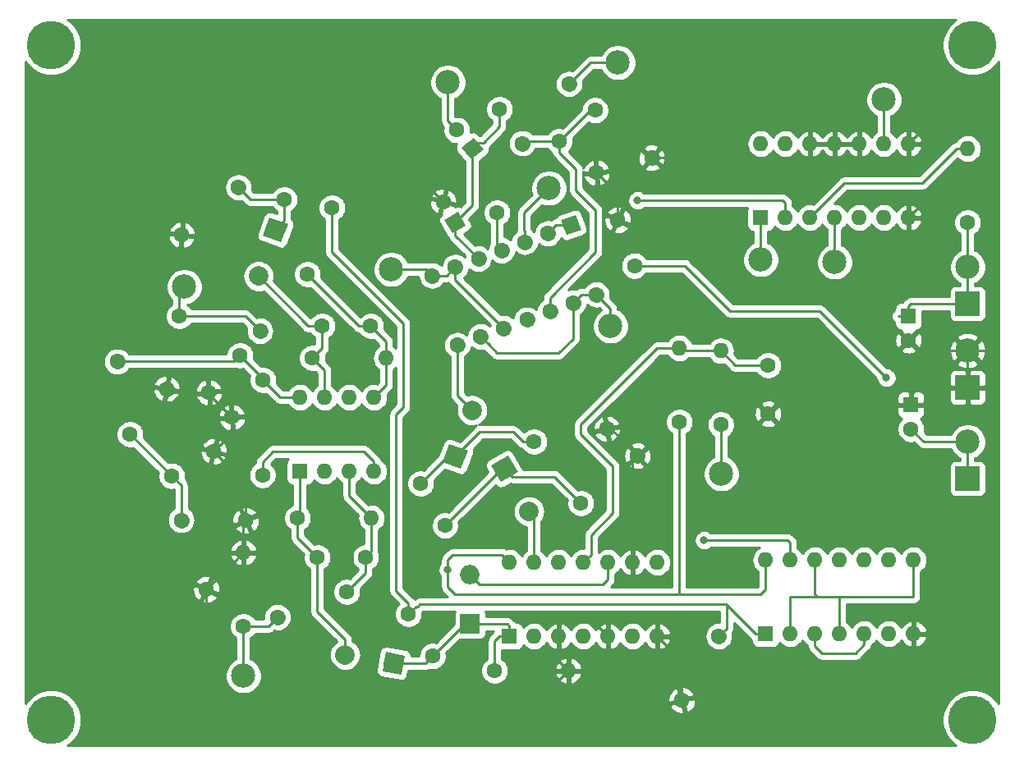
<source format=gbr>
G04 #@! TF.GenerationSoftware,KiCad,Pcbnew,(5.1.2-1)-1*
G04 #@! TF.CreationDate,2021-01-24T21:45:56-05:00*
G04 #@! TF.ProjectId,ADSR Envelope - MFOS,41445352-2045-46e7-9665-6c6f7065202d,rev?*
G04 #@! TF.SameCoordinates,Original*
G04 #@! TF.FileFunction,Copper,L2,Bot*
G04 #@! TF.FilePolarity,Positive*
%FSLAX46Y46*%
G04 Gerber Fmt 4.6, Leading zero omitted, Abs format (unit mm)*
G04 Created by KiCad (PCBNEW (5.1.2-1)-1) date 2021-01-24 21:45:56*
%MOMM*%
%LPD*%
G04 APERTURE LIST*
%ADD10C,5.000000*%
%ADD11C,1.600000*%
%ADD12R,1.600000X1.600000*%
%ADD13C,0.100000*%
%ADD14C,2.000000*%
%ADD15C,2.000000*%
%ADD16O,2.000000X2.000000*%
%ADD17R,2.000000X2.000000*%
%ADD18C,2.499360*%
%ADD19R,2.499360X2.499360*%
%ADD20O,1.600000X1.600000*%
%ADD21C,1.600000*%
%ADD22C,0.800000*%
%ADD23C,0.250000*%
%ADD24C,0.254000*%
G04 APERTURE END LIST*
D10*
X15494000Y-85090000D03*
X110490000Y-85090000D03*
X110490000Y-15494000D03*
X15494000Y-15494000D03*
D11*
X35560000Y-64516000D03*
X37270101Y-59817537D03*
X73914000Y-33528000D03*
X75624101Y-38226463D03*
D12*
X104140000Y-52578000D03*
D11*
X104140000Y-55078000D03*
X27927873Y-59904000D03*
X32258000Y-57404000D03*
X48434000Y-44450000D03*
X43434000Y-44450000D03*
X42926000Y-68326000D03*
X47926000Y-68326000D03*
X55900000Y-31616936D03*
X57150000Y-33782000D03*
D13*
G36*
X58242820Y-34074820D02*
G01*
X56857180Y-34874820D01*
X56057180Y-33489180D01*
X57442820Y-32689180D01*
X58242820Y-34074820D01*
X58242820Y-34074820D01*
G37*
D11*
X54824000Y-78498127D03*
X52324000Y-74168000D03*
X37338000Y-50038000D03*
X34124062Y-53868222D03*
X31750000Y-51308000D03*
X34963938Y-47477778D03*
D12*
X103886000Y-43434000D03*
D11*
X103886000Y-45934000D03*
X56094000Y-65036127D03*
X53594000Y-60706000D03*
X89408000Y-48514000D03*
X89408000Y-53514000D03*
X71709694Y-28629783D03*
X67879472Y-25415845D03*
X44450000Y-32258000D03*
X39525961Y-31389759D03*
D14*
X38608000Y-34544000D03*
D13*
G36*
X38010328Y-33262287D02*
G01*
X39889713Y-33946328D01*
X39205672Y-35825713D01*
X37326287Y-35141672D01*
X38010328Y-33262287D01*
X38010328Y-33262287D01*
G37*
D14*
X36870538Y-39317639D03*
D15*
X36870538Y-39317639D02*
X36870538Y-39317639D01*
D14*
X45797177Y-78365867D03*
D15*
X45797177Y-78365867D02*
X45797177Y-78365867D01*
D14*
X50800000Y-79248000D03*
D13*
G36*
X51958456Y-78436840D02*
G01*
X51611160Y-80406456D01*
X49641544Y-80059160D01*
X49988840Y-78089544D01*
X51958456Y-78436840D01*
X51958456Y-78436840D01*
G37*
D14*
X62230000Y-59182000D03*
D13*
G36*
X60863975Y-58815975D02*
G01*
X62596025Y-57815975D01*
X63596025Y-59548025D01*
X61863975Y-60548025D01*
X60863975Y-58815975D01*
X60863975Y-58815975D01*
G37*
D14*
X64770000Y-63581409D03*
D15*
X64770000Y-63581409D02*
X64770000Y-63581409D01*
D14*
X57150000Y-57912000D03*
D13*
G36*
X57747672Y-59193713D02*
G01*
X55868287Y-58509672D01*
X56552328Y-56630287D01*
X58431713Y-57314328D01*
X57747672Y-59193713D01*
X57747672Y-59193713D01*
G37*
D14*
X58887462Y-53138361D03*
D15*
X58887462Y-53138361D02*
X58887462Y-53138361D01*
D16*
X58674000Y-70104000D03*
D17*
X58674000Y-75184000D03*
D18*
X29210000Y-40386000D03*
X35306000Y-80518000D03*
X96266000Y-37846000D03*
X101346000Y-21082000D03*
X73914000Y-17272000D03*
X88646000Y-37592000D03*
X56388000Y-19304000D03*
X66802000Y-30226000D03*
X50546000Y-38608000D03*
X73152000Y-44450000D03*
X84582000Y-59690000D03*
D19*
X109982000Y-42164000D03*
D18*
X109982000Y-38354000D03*
D19*
X109982000Y-60198000D03*
D18*
X109982000Y-56388000D03*
X109982000Y-46990000D03*
D19*
X109982000Y-50800000D03*
D11*
X109982000Y-33782000D03*
D20*
X109982000Y-26162000D03*
D11*
X28702000Y-43434000D03*
X27378801Y-50938235D03*
D21*
X27378801Y-50938235D02*
X27378801Y-50938235D01*
D20*
X35306000Y-67818000D03*
D11*
X35306000Y-75438000D03*
X22298801Y-48121765D03*
D21*
X22298801Y-48121765D02*
X22298801Y-48121765D01*
D11*
X23622000Y-55626000D03*
X38813542Y-74488193D03*
D21*
X38813542Y-74488193D02*
X38813542Y-74488193D01*
D11*
X45974000Y-71882000D03*
X37011958Y-44953259D03*
D21*
X37011958Y-44953259D02*
X37011958Y-44953259D01*
D11*
X41910000Y-39116000D03*
X42418000Y-47752000D03*
D20*
X50038000Y-47752000D03*
D11*
X40894000Y-64262000D03*
D20*
X48514000Y-64262000D03*
D11*
X28889807Y-64467542D03*
D21*
X28889807Y-64467542D02*
X28889807Y-64467542D01*
D11*
X31496000Y-71628000D03*
X61722000Y-22098000D03*
X68882458Y-19491807D03*
D21*
X68882458Y-19491807D02*
X68882458Y-19491807D01*
D11*
X34793259Y-30153958D03*
D21*
X34793259Y-30153958D02*
X34793259Y-30153958D01*
D11*
X28956000Y-35052000D03*
X61214000Y-80010000D03*
D20*
X68834000Y-80010000D03*
D11*
X84328000Y-76458886D03*
D21*
X84328000Y-76458886D02*
X84328000Y-76458886D01*
D11*
X80518000Y-83058000D03*
X75941259Y-57839958D03*
D21*
X75941259Y-57839958D02*
X75941259Y-57839958D01*
D11*
X70104000Y-62738000D03*
X72782235Y-55064801D03*
D21*
X72782235Y-55064801D02*
X72782235Y-55064801D01*
D11*
X65278000Y-56388000D03*
X80263999Y-54356000D03*
D20*
X80263999Y-46736000D03*
X84525001Y-47017000D03*
D11*
X84525001Y-54637000D03*
X61468000Y-32766000D03*
X64074193Y-25605542D03*
D21*
X64074193Y-25605542D02*
X64074193Y-25605542D01*
D11*
X71565287Y-22208718D03*
X77402546Y-27106760D03*
D21*
X77402546Y-27106760D02*
X77402546Y-27106760D01*
D12*
X88646000Y-33274000D03*
D20*
X103886000Y-25654000D03*
X91186000Y-33274000D03*
X101346000Y-25654000D03*
X93726000Y-33274000D03*
X98806000Y-25654000D03*
X96266000Y-33274000D03*
X96266000Y-25654000D03*
X98806000Y-33274000D03*
X93726000Y-25654000D03*
X101346000Y-33274000D03*
X91186000Y-25654000D03*
X103886000Y-33274000D03*
X88646000Y-25654000D03*
D12*
X41148000Y-59436000D03*
D20*
X48768000Y-51816000D03*
X43688000Y-59436000D03*
X46228000Y-51816000D03*
X46228000Y-59436000D03*
X43688000Y-51816000D03*
X48768000Y-59436000D03*
X41148000Y-51816000D03*
D12*
X62738000Y-76454000D03*
D20*
X77978000Y-68834000D03*
X65278000Y-76454000D03*
X75438000Y-68834000D03*
X67818000Y-76454000D03*
X72898000Y-68834000D03*
X70358000Y-76454000D03*
X70358000Y-68834000D03*
X72898000Y-76454000D03*
X67818000Y-68834000D03*
X75438000Y-76454000D03*
X65278000Y-68834000D03*
X77978000Y-76454000D03*
X62738000Y-68834000D03*
D11*
X71694193Y-41196458D03*
D21*
X71694193Y-41196458D02*
X71694193Y-41196458D01*
D11*
X54767084Y-39248387D03*
D21*
X54767084Y-39248387D02*
X54767084Y-39248387D01*
D11*
X69307374Y-42065189D03*
D21*
X69307374Y-42065189D02*
X69307374Y-42065189D01*
D11*
X57153904Y-38379656D03*
D21*
X57153904Y-38379656D02*
X57153904Y-38379656D01*
D11*
X66920555Y-42933920D03*
D21*
X66920555Y-42933920D02*
X66920555Y-42933920D01*
D11*
X59540723Y-37510925D03*
D21*
X59540723Y-37510925D02*
X59540723Y-37510925D01*
D11*
X64533736Y-43802651D03*
D21*
X64533736Y-43802651D02*
X64533736Y-43802651D01*
D11*
X61927542Y-36642193D03*
D21*
X61927542Y-36642193D02*
X61927542Y-36642193D01*
D11*
X62146916Y-44671382D03*
D21*
X62146916Y-44671382D02*
X62146916Y-44671382D01*
D11*
X64314361Y-35773462D03*
D21*
X64314361Y-35773462D02*
X64314361Y-35773462D01*
D11*
X59760097Y-45540114D03*
D21*
X59760097Y-45540114D02*
X59760097Y-45540114D01*
D11*
X66701181Y-34904731D03*
D21*
X66701181Y-34904731D02*
X66701181Y-34904731D01*
D11*
X57373278Y-46408845D03*
D21*
X57373278Y-46408845D02*
X57373278Y-46408845D01*
D11*
X69088000Y-34036000D03*
D13*
G36*
X68062630Y-33557862D02*
G01*
X69566138Y-33010630D01*
X70113370Y-34514138D01*
X68609862Y-35061370D01*
X68062630Y-33557862D01*
X68062630Y-33557862D01*
G37*
D20*
X89154000Y-68580000D03*
X104394000Y-76200000D03*
X91694000Y-68580000D03*
X101854000Y-76200000D03*
X94234000Y-68580000D03*
X99314000Y-76200000D03*
X96774000Y-68580000D03*
X96774000Y-76200000D03*
X99314000Y-68580000D03*
X94234000Y-76200000D03*
X101854000Y-68580000D03*
X91694000Y-76200000D03*
X104394000Y-68580000D03*
D12*
X89154000Y-76200000D03*
D11*
X58928000Y-26162000D03*
D13*
G36*
X60055066Y-26260605D02*
G01*
X58829395Y-27289066D01*
X57800934Y-26063395D01*
X59026605Y-25034934D01*
X60055066Y-26260605D01*
X60055066Y-26260605D01*
G37*
D11*
X57321031Y-24246889D03*
D22*
X101600000Y-49784000D03*
X56388000Y-69596000D03*
X75946000Y-31496000D03*
X82804000Y-66548000D03*
D23*
X109982000Y-48757314D02*
X109982000Y-50800000D01*
X109982000Y-46990000D02*
X109982000Y-48757314D01*
X104942000Y-46990000D02*
X103886000Y-45934000D01*
X109982000Y-46990000D02*
X104942000Y-46990000D01*
X104868000Y-50800000D02*
X104140000Y-51528000D01*
X104140000Y-51528000D02*
X104140000Y-52578000D01*
X109982000Y-50800000D02*
X104868000Y-50800000D01*
X111749314Y-46990000D02*
X112257314Y-47498000D01*
X109982000Y-46990000D02*
X111749314Y-46990000D01*
X108204000Y-76200000D02*
X104394000Y-76200000D01*
X112257314Y-72146686D02*
X108204000Y-76200000D01*
X103886000Y-33274000D02*
X105410000Y-31750000D01*
X112257314Y-47995314D02*
X112257314Y-72146686D01*
X112257314Y-47498000D02*
X112257314Y-47995314D01*
X111506000Y-31750000D02*
X112257314Y-32501314D01*
X105410000Y-31750000D02*
X111506000Y-31750000D01*
X112522000Y-32258000D02*
X112257314Y-32522686D01*
X105664000Y-23876000D02*
X112522000Y-23876000D01*
X103886000Y-25654000D02*
X105664000Y-23876000D01*
X112522000Y-23876000D02*
X112522000Y-32258000D01*
X112257314Y-32522686D02*
X112257314Y-47995314D01*
X112257314Y-32501314D02*
X112257314Y-32522686D01*
X98806000Y-27432000D02*
X98806000Y-25654000D01*
X99060000Y-27686000D02*
X98806000Y-27432000D01*
X103632000Y-27686000D02*
X99060000Y-27686000D01*
X103886000Y-27432000D02*
X103632000Y-27686000D01*
X103886000Y-25654000D02*
X103886000Y-27432000D01*
X90344000Y-52578000D02*
X104140000Y-52578000D01*
X89408000Y-53514000D02*
X90344000Y-52578000D01*
X75692000Y-68580000D02*
X75438000Y-68834000D01*
X68834000Y-80010000D02*
X67818000Y-78994000D01*
X67818000Y-78994000D02*
X67818000Y-76454000D01*
X70866000Y-74422000D02*
X72898000Y-76454000D01*
X68580000Y-74422000D02*
X70866000Y-74422000D01*
X67818000Y-75184000D02*
X68580000Y-74422000D01*
X67818000Y-76454000D02*
X67818000Y-75184000D01*
X70866000Y-74422000D02*
X77978000Y-74422000D01*
X77978000Y-74422000D02*
X77978000Y-76454000D01*
X104394000Y-76200000D02*
X104394000Y-78994000D01*
X104394000Y-78994000D02*
X103378000Y-80010000D01*
X81534000Y-80010000D02*
X77978000Y-76454000D01*
X80518000Y-83058000D02*
X80518000Y-81280000D01*
X80518000Y-81280000D02*
X81788000Y-80010000D01*
X81788000Y-80010000D02*
X81534000Y-80010000D01*
X103378000Y-80010000D02*
X81788000Y-80010000D01*
X35306000Y-64770000D02*
X35560000Y-64516000D01*
X35306000Y-67818000D02*
X35306000Y-64770000D01*
X34506001Y-68617999D02*
X31496000Y-71628000D01*
X35306000Y-67818000D02*
X34506001Y-68617999D01*
X35560000Y-60706000D02*
X32258000Y-57404000D01*
X35560000Y-64516000D02*
X35560000Y-60706000D01*
X34124062Y-55537938D02*
X32258000Y-57404000D01*
X34124062Y-53868222D02*
X34124062Y-55537938D01*
X31750000Y-51494160D02*
X31750000Y-51308000D01*
X34124062Y-53868222D02*
X31750000Y-51494160D01*
X75438000Y-58343217D02*
X75941259Y-57839958D01*
X75438000Y-68834000D02*
X75438000Y-58343217D01*
X73166102Y-55064801D02*
X72782235Y-55064801D01*
X75941259Y-57839958D02*
X73166102Y-55064801D01*
X73152000Y-30072089D02*
X71709694Y-28629783D01*
X77402546Y-27106760D02*
X74283306Y-30226000D01*
X73152000Y-30226000D02*
X73152000Y-30072089D01*
X97674630Y-25654000D02*
X96266000Y-25654000D01*
X98806000Y-25654000D02*
X97674630Y-25654000D01*
X95134630Y-25654000D02*
X93726000Y-25654000D01*
X96266000Y-25654000D02*
X95134630Y-25654000D01*
X27748566Y-51308000D02*
X27378801Y-50938235D01*
X31750000Y-51308000D02*
X27748566Y-51308000D01*
X93726000Y-26785370D02*
X93404610Y-27106760D01*
X78533916Y-27106760D02*
X77402546Y-27106760D01*
X93404610Y-27106760D02*
X78533916Y-27106760D01*
X93726000Y-25654000D02*
X93726000Y-26785370D01*
X32766000Y-84836000D02*
X64008000Y-84836000D01*
X64008000Y-84836000D02*
X68834000Y-80010000D01*
X31496000Y-83566000D02*
X32766000Y-84836000D01*
X31496000Y-71628000D02*
X31496000Y-83566000D01*
X33020000Y-27940000D02*
X28956000Y-32004000D01*
X52223064Y-27940000D02*
X33020000Y-27940000D01*
X28956000Y-32004000D02*
X28956000Y-35052000D01*
X55900000Y-31616936D02*
X52223064Y-27940000D01*
X73914000Y-33528000D02*
X73914000Y-30480000D01*
X73914000Y-30480000D02*
X74168000Y-30226000D01*
X74168000Y-30226000D02*
X73152000Y-30226000D01*
X74283306Y-30226000D02*
X74168000Y-30226000D01*
X109982000Y-60198000D02*
X109982000Y-56388000D01*
X105450000Y-56388000D02*
X104140000Y-55078000D01*
X109982000Y-56388000D02*
X105450000Y-56388000D01*
X48768000Y-58420000D02*
X48768000Y-59436000D01*
X47752000Y-57404000D02*
X48768000Y-58420000D01*
X38354000Y-57404000D02*
X47752000Y-57404000D01*
X37270101Y-58487899D02*
X38354000Y-57404000D01*
X37270101Y-59817537D02*
X37270101Y-58487899D01*
X80785465Y-38226463D02*
X85485002Y-42926000D01*
X75624101Y-38226463D02*
X80785465Y-38226463D01*
X85485002Y-42926000D02*
X94742000Y-42926000D01*
X94742000Y-42926000D02*
X101600000Y-49784000D01*
X101600000Y-49784000D02*
X101600000Y-49784000D01*
X28889807Y-60865934D02*
X27927873Y-59904000D01*
X28889807Y-64467542D02*
X28889807Y-60865934D01*
X23649873Y-55626000D02*
X23622000Y-55626000D01*
X27927873Y-59904000D02*
X23649873Y-55626000D01*
X50038000Y-50546000D02*
X50038000Y-47752000D01*
X48768000Y-51816000D02*
X50038000Y-50546000D01*
X50038000Y-46054000D02*
X48434000Y-44450000D01*
X50038000Y-47752000D02*
X50038000Y-46054000D01*
X47244000Y-44450000D02*
X48434000Y-44450000D01*
X41910000Y-39116000D02*
X47244000Y-44450000D01*
X43688000Y-49022000D02*
X42418000Y-47752000D01*
X43688000Y-51816000D02*
X43688000Y-49022000D01*
X43434000Y-46736000D02*
X43434000Y-44450000D01*
X42418000Y-47752000D02*
X43434000Y-46736000D01*
X42002899Y-44450000D02*
X43434000Y-44450000D01*
X36870538Y-39317639D02*
X42002899Y-44450000D01*
X41148000Y-64008000D02*
X40894000Y-64262000D01*
X41148000Y-59436000D02*
X41148000Y-64008000D01*
X40894000Y-66294000D02*
X42926000Y-68326000D01*
X40894000Y-64262000D02*
X40894000Y-66294000D01*
X45797177Y-78365867D02*
X45797177Y-76785177D01*
X42926000Y-73914000D02*
X42926000Y-68326000D01*
X45797177Y-76785177D02*
X42926000Y-73914000D01*
X46228000Y-61976000D02*
X48514000Y-64262000D01*
X46228000Y-59436000D02*
X46228000Y-61976000D01*
X48514000Y-67738000D02*
X47926000Y-68326000D01*
X48514000Y-64262000D02*
X48514000Y-67738000D01*
X47926000Y-69930000D02*
X47926000Y-68326000D01*
X45974000Y-71882000D02*
X47926000Y-69930000D01*
X58928000Y-32004000D02*
X57150000Y-33782000D01*
X58928000Y-26162000D02*
X58928000Y-32004000D01*
X57150000Y-35120202D02*
X59540723Y-37510925D01*
X57150000Y-33782000D02*
X57150000Y-35120202D01*
X59566556Y-25523444D02*
X60074556Y-25523444D01*
X58928000Y-26162000D02*
X59566556Y-25523444D01*
X61722000Y-23876000D02*
X61722000Y-22098000D01*
X60074556Y-25523444D02*
X61722000Y-23876000D01*
X56388000Y-23313858D02*
X57321031Y-24246889D01*
X56388000Y-19304000D02*
X56388000Y-23313858D01*
X62738000Y-75404000D02*
X62738000Y-76454000D01*
X62518000Y-75184000D02*
X62738000Y-75404000D01*
X58674000Y-75184000D02*
X62518000Y-75184000D01*
X58138127Y-75184000D02*
X58674000Y-75184000D01*
X54824000Y-78498127D02*
X58138127Y-75184000D01*
X61214000Y-76928000D02*
X61688000Y-76454000D01*
X61688000Y-76454000D02*
X62738000Y-76454000D01*
X61214000Y-80010000D02*
X61214000Y-76928000D01*
X54074127Y-79248000D02*
X54824000Y-78498127D01*
X50800000Y-79248000D02*
X54074127Y-79248000D01*
X53123999Y-73368001D02*
X53302001Y-73368001D01*
X52324000Y-74168000D02*
X53123999Y-73368001D01*
X53302001Y-73368001D02*
X53518002Y-73152000D01*
X53518002Y-73152000D02*
X85056000Y-73152000D01*
X88104000Y-76200000D02*
X89154000Y-76200000D01*
X85056000Y-73152000D02*
X88104000Y-76200000D01*
X85127999Y-73223999D02*
X85056000Y-73152000D01*
X85127999Y-75658887D02*
X85127999Y-73223999D01*
X84328000Y-76458886D02*
X85127999Y-75658887D01*
X52324000Y-73036630D02*
X51054000Y-71766630D01*
X52324000Y-74168000D02*
X52324000Y-73036630D01*
X51054000Y-71766630D02*
X51054000Y-53594000D01*
X51054000Y-53594000D02*
X51816000Y-52832000D01*
X51816000Y-52832000D02*
X51816000Y-44196000D01*
X44450000Y-36830000D02*
X44450000Y-32258000D01*
X51816000Y-44196000D02*
X44450000Y-36830000D01*
X109982000Y-34913370D02*
X109982000Y-38354000D01*
X109982000Y-33782000D02*
X109982000Y-34913370D01*
X109982000Y-38354000D02*
X109982000Y-42164000D01*
X103886000Y-42384000D02*
X103886000Y-43434000D01*
X104106000Y-42164000D02*
X103886000Y-42384000D01*
X109982000Y-42164000D02*
X104106000Y-42164000D01*
X103886000Y-43434000D02*
X102836000Y-43434000D01*
X89154000Y-71628000D02*
X89154000Y-68580000D01*
X88646000Y-72136000D02*
X89154000Y-71628000D01*
X57836002Y-68072000D02*
X56896000Y-68072000D01*
X61938001Y-68034001D02*
X57874001Y-68034001D01*
X56896000Y-68072000D02*
X56388000Y-68580000D01*
X56388000Y-71374000D02*
X57150000Y-72136000D01*
X56388000Y-68580000D02*
X56388000Y-71374000D01*
X57874001Y-68034001D02*
X57836002Y-68072000D01*
X62738000Y-68834000D02*
X61938001Y-68034001D01*
X80264000Y-55487371D02*
X80264000Y-72136000D01*
X80263999Y-54356000D02*
X80264000Y-55487371D01*
X80264000Y-72136000D02*
X88646000Y-72136000D01*
X57150000Y-72136000D02*
X80264000Y-72136000D01*
X39116000Y-51816000D02*
X41148000Y-51816000D01*
X37338000Y-50038000D02*
X39116000Y-51816000D01*
X37338000Y-49851840D02*
X37338000Y-50038000D01*
X34963938Y-47477778D02*
X37338000Y-49851840D01*
X34319951Y-48121765D02*
X34963938Y-47477778D01*
X22298801Y-48121765D02*
X34319951Y-48121765D01*
X61468000Y-36182651D02*
X61927542Y-36642193D01*
X61468000Y-32766000D02*
X61468000Y-36182651D01*
X61948127Y-59182000D02*
X62230000Y-59182000D01*
X56094000Y-65036127D02*
X61948127Y-59182000D01*
X69304001Y-61938001D02*
X70104000Y-62738000D01*
X67350760Y-59984760D02*
X69304001Y-61938001D01*
X63032760Y-59984760D02*
X67350760Y-59984760D01*
X62230000Y-59182000D02*
X63032760Y-59984760D01*
X56388000Y-57912000D02*
X57150000Y-57912000D01*
X53594000Y-60706000D02*
X56388000Y-57912000D01*
X59690000Y-55372000D02*
X57150000Y-57912000D01*
X63130630Y-55372000D02*
X59690000Y-55372000D01*
X64146630Y-56388000D02*
X63130630Y-55372000D01*
X65278000Y-56388000D02*
X64146630Y-56388000D01*
X80544999Y-47017000D02*
X80263999Y-46736000D01*
X84525001Y-47017000D02*
X80544999Y-47017000D01*
X86022001Y-48514000D02*
X84525001Y-47017000D01*
X89408000Y-48514000D02*
X86022001Y-48514000D01*
X71157999Y-68034001D02*
X71157999Y-66002001D01*
X70358000Y-68834000D02*
X71157999Y-68034001D01*
X71157999Y-66002001D02*
X73406000Y-63754000D01*
X73406000Y-63754000D02*
X73406000Y-58928000D01*
X73406000Y-58928000D02*
X70104000Y-55626000D01*
X70104000Y-55626000D02*
X70104000Y-54610000D01*
X77978000Y-46736000D02*
X80263999Y-46736000D01*
X70104000Y-54610000D02*
X77978000Y-46736000D01*
X71086599Y-22208718D02*
X71565287Y-22208718D01*
X67879472Y-25415845D02*
X71086599Y-22208718D01*
X64263890Y-25415845D02*
X64074193Y-25605542D01*
X67879472Y-25415845D02*
X64263890Y-25415845D01*
X67879472Y-26547215D02*
X69596000Y-28263743D01*
X67879472Y-25415845D02*
X67879472Y-26547215D01*
X69596000Y-28263743D02*
X69596000Y-30480000D01*
X69596000Y-30480000D02*
X71628000Y-32512000D01*
X71628000Y-32512000D02*
X71628000Y-36830000D01*
X66920555Y-41537445D02*
X66920555Y-42933920D01*
X71628000Y-36830000D02*
X66920555Y-41537445D01*
X39525961Y-33626039D02*
X39525961Y-31389759D01*
X38608000Y-34544000D02*
X39525961Y-33626039D01*
X36029060Y-31389759D02*
X39525961Y-31389759D01*
X34793259Y-30153958D02*
X36029060Y-31389759D01*
X65278000Y-64089409D02*
X64770000Y-63581409D01*
X65278000Y-68834000D02*
X65278000Y-64089409D01*
X57373278Y-51624177D02*
X57373278Y-46408845D01*
X58887462Y-53138361D02*
X57373278Y-51624177D01*
X58674000Y-70104000D02*
X59690000Y-71120000D01*
X59690000Y-71120000D02*
X72390000Y-71120000D01*
X72898000Y-70612000D02*
X72898000Y-68834000D01*
X72390000Y-71120000D02*
X72898000Y-70612000D01*
X28702000Y-40894000D02*
X29210000Y-40386000D01*
X28702000Y-43434000D02*
X28702000Y-40894000D01*
X35492699Y-43434000D02*
X37011958Y-44953259D01*
X28702000Y-43434000D02*
X35492699Y-43434000D01*
X37863735Y-75438000D02*
X38813542Y-74488193D01*
X35306000Y-75438000D02*
X37863735Y-75438000D01*
X35306000Y-78750686D02*
X35306000Y-75438000D01*
X35306000Y-80518000D02*
X35306000Y-78750686D01*
X96266000Y-34405370D02*
X96266000Y-37846000D01*
X96266000Y-33274000D02*
X96266000Y-34405370D01*
X101346000Y-21082000D02*
X101346000Y-25654000D01*
X71102265Y-17272000D02*
X73914000Y-17272000D01*
X68882458Y-19491807D02*
X71102265Y-17272000D01*
X88646000Y-37592000D02*
X88646000Y-33274000D01*
X64314361Y-34642092D02*
X64262000Y-34589731D01*
X64314361Y-35773462D02*
X64314361Y-34642092D01*
X64262000Y-32766000D02*
X66802000Y-30226000D01*
X64262000Y-34589731D02*
X64262000Y-32766000D01*
X57153904Y-39678370D02*
X62146916Y-44671382D01*
X57153904Y-38379656D02*
X57153904Y-39678370D01*
X56285173Y-39248387D02*
X57153904Y-38379656D01*
X54767084Y-39248387D02*
X56285173Y-39248387D01*
X54126697Y-38608000D02*
X54767084Y-39248387D01*
X50546000Y-38608000D02*
X54126697Y-38608000D01*
X73152000Y-42654265D02*
X73152000Y-44450000D01*
X71694193Y-41196458D02*
X73152000Y-42654265D01*
X70176105Y-41196458D02*
X71694193Y-41196458D01*
X69307374Y-42065189D02*
X70176105Y-41196458D01*
X60560096Y-46340113D02*
X60564113Y-46340113D01*
X59760097Y-45540114D02*
X60560096Y-46340113D01*
X60564113Y-46340113D02*
X61468000Y-47244000D01*
X61468000Y-47244000D02*
X67818000Y-47244000D01*
X69307374Y-45754626D02*
X69307374Y-42065189D01*
X67818000Y-47244000D02*
X69307374Y-45754626D01*
X84525001Y-59633001D02*
X84582000Y-59690000D01*
X84525001Y-54637000D02*
X84525001Y-59633001D01*
X108850630Y-26162000D02*
X105294630Y-29718000D01*
X109982000Y-26162000D02*
X108850630Y-26162000D01*
X97282000Y-29718000D02*
X93726000Y-33274000D01*
X105294630Y-29718000D02*
X97282000Y-29718000D01*
X67569912Y-34036000D02*
X69088000Y-34036000D01*
X66701181Y-34904731D02*
X67569912Y-34036000D01*
X75946000Y-31496000D02*
X90932000Y-31496000D01*
X91186000Y-31750000D02*
X91186000Y-33274000D01*
X90932000Y-31496000D02*
X91186000Y-31750000D01*
X94234000Y-72136000D02*
X94234000Y-68580000D01*
X94488000Y-72390000D02*
X94234000Y-72136000D01*
X96774000Y-76200000D02*
X96774000Y-72390000D01*
X94488000Y-72390000D02*
X91694000Y-72390000D01*
X91694000Y-72390000D02*
X91694000Y-76200000D01*
X96520000Y-72390000D02*
X104394000Y-72390000D01*
X96774000Y-72390000D02*
X96520000Y-72390000D01*
X96520000Y-72390000D02*
X94488000Y-72390000D01*
X104394000Y-72390000D02*
X104394000Y-68580000D01*
X82804000Y-66548000D02*
X91440000Y-66548000D01*
X91694000Y-66802000D02*
X91694000Y-68580000D01*
X91440000Y-66548000D02*
X91694000Y-66802000D01*
X99314000Y-77331370D02*
X98413370Y-78232000D01*
X99314000Y-76200000D02*
X99314000Y-77331370D01*
X98413370Y-78232000D02*
X94996000Y-78232000D01*
X94234000Y-77470000D02*
X94234000Y-76200000D01*
X94996000Y-78232000D02*
X94234000Y-77470000D01*
D24*
G36*
X108491554Y-13058886D02*
G01*
X108054886Y-13495554D01*
X107711799Y-14009021D01*
X107475476Y-14579554D01*
X107355000Y-15185229D01*
X107355000Y-15802771D01*
X107475476Y-16408446D01*
X107711799Y-16978979D01*
X108054886Y-17492446D01*
X108491554Y-17929114D01*
X109005021Y-18272201D01*
X109575554Y-18508524D01*
X110181229Y-18629000D01*
X110798771Y-18629000D01*
X111404446Y-18508524D01*
X111974979Y-18272201D01*
X112488446Y-17929114D01*
X112925114Y-17492446D01*
X113132001Y-17182817D01*
X113132000Y-83401181D01*
X112925114Y-83091554D01*
X112488446Y-82654886D01*
X111974979Y-82311799D01*
X111404446Y-82075476D01*
X110798771Y-81955000D01*
X110181229Y-81955000D01*
X109575554Y-82075476D01*
X109005021Y-82311799D01*
X108491554Y-82654886D01*
X108054886Y-83091554D01*
X107711799Y-83605021D01*
X107475476Y-84175554D01*
X107355000Y-84781229D01*
X107355000Y-85398771D01*
X107475476Y-86004446D01*
X107711799Y-86574979D01*
X108054886Y-87088446D01*
X108491554Y-87525114D01*
X108801181Y-87732000D01*
X17182819Y-87732000D01*
X17492446Y-87525114D01*
X17929114Y-87088446D01*
X18272201Y-86574979D01*
X18508524Y-86004446D01*
X18629000Y-85398771D01*
X18629000Y-84781229D01*
X18508524Y-84175554D01*
X18335664Y-83758232D01*
X79257495Y-83758232D01*
X79418323Y-83990689D01*
X79621412Y-84187304D01*
X79858956Y-84340521D01*
X80121827Y-84444450D01*
X80399923Y-84495099D01*
X80541834Y-84499746D01*
X80725812Y-84324254D01*
X80428197Y-83213543D01*
X79317486Y-83511157D01*
X79257495Y-83758232D01*
X18335664Y-83758232D01*
X18272201Y-83605021D01*
X17929114Y-83091554D01*
X17919394Y-83081834D01*
X79076254Y-83081834D01*
X79251746Y-83265812D01*
X79692160Y-83147803D01*
X80673543Y-83147803D01*
X80971157Y-84258514D01*
X81218232Y-84318505D01*
X81450689Y-84157677D01*
X81647304Y-83954588D01*
X81800521Y-83717044D01*
X81904450Y-83454173D01*
X81955099Y-83176077D01*
X81959746Y-83034166D01*
X81784254Y-82850188D01*
X80673543Y-83147803D01*
X79692160Y-83147803D01*
X80362457Y-82968197D01*
X80064843Y-81857486D01*
X79817768Y-81797495D01*
X79585311Y-81958323D01*
X79388696Y-82161412D01*
X79235479Y-82398956D01*
X79131550Y-82661827D01*
X79080901Y-82939923D01*
X79076254Y-83081834D01*
X17919394Y-83081834D01*
X17492446Y-82654886D01*
X16978979Y-82311799D01*
X16408446Y-82075476D01*
X15802771Y-81955000D01*
X15185229Y-81955000D01*
X14579554Y-82075476D01*
X14009021Y-82311799D01*
X13495554Y-82654886D01*
X13058886Y-83091554D01*
X12852000Y-83401181D01*
X12852000Y-80332375D01*
X33421320Y-80332375D01*
X33421320Y-80703625D01*
X33493747Y-81067741D01*
X33635818Y-81410731D01*
X33842074Y-81719413D01*
X34104587Y-81981926D01*
X34413269Y-82188182D01*
X34756259Y-82330253D01*
X35120375Y-82402680D01*
X35491625Y-82402680D01*
X35855741Y-82330253D01*
X36198731Y-82188182D01*
X36507413Y-81981926D01*
X36697593Y-81791746D01*
X80310188Y-81791746D01*
X80607803Y-82902457D01*
X81718514Y-82604843D01*
X81778505Y-82357768D01*
X81617677Y-82125311D01*
X81414588Y-81928696D01*
X81177044Y-81775479D01*
X80914173Y-81671550D01*
X80636077Y-81620901D01*
X80494166Y-81616254D01*
X80310188Y-81791746D01*
X36697593Y-81791746D01*
X36769926Y-81719413D01*
X36976182Y-81410731D01*
X37118253Y-81067741D01*
X37190680Y-80703625D01*
X37190680Y-80332375D01*
X37118253Y-79968259D01*
X36976182Y-79625269D01*
X36769926Y-79316587D01*
X36507413Y-79054074D01*
X36198731Y-78847818D01*
X36066000Y-78792839D01*
X36066000Y-76656043D01*
X36220759Y-76552637D01*
X36420637Y-76352759D01*
X36524043Y-76198000D01*
X37826413Y-76198000D01*
X37863735Y-76201676D01*
X37901057Y-76198000D01*
X37901068Y-76198000D01*
X38012721Y-76187003D01*
X38155982Y-76143546D01*
X38288011Y-76072974D01*
X38403736Y-75978001D01*
X38427539Y-75948998D01*
X38487635Y-75888901D01*
X38532233Y-75902429D01*
X38743050Y-75923193D01*
X38884034Y-75923193D01*
X39094851Y-75902429D01*
X39365350Y-75820375D01*
X39614643Y-75687125D01*
X39833150Y-75507801D01*
X40012474Y-75289294D01*
X40145724Y-75040001D01*
X40227778Y-74769502D01*
X40255485Y-74488193D01*
X40227778Y-74206884D01*
X40145724Y-73936385D01*
X40012474Y-73687092D01*
X39833150Y-73468585D01*
X39614643Y-73289261D01*
X39365350Y-73156011D01*
X39094851Y-73073957D01*
X38884034Y-73053193D01*
X38743050Y-73053193D01*
X38532233Y-73073957D01*
X38261734Y-73156011D01*
X38012441Y-73289261D01*
X37793934Y-73468585D01*
X37614610Y-73687092D01*
X37481360Y-73936385D01*
X37399306Y-74206884D01*
X37371599Y-74488193D01*
X37390294Y-74678000D01*
X36524043Y-74678000D01*
X36420637Y-74523241D01*
X36220759Y-74323363D01*
X35985727Y-74166320D01*
X35724574Y-74058147D01*
X35447335Y-74003000D01*
X35164665Y-74003000D01*
X34887426Y-74058147D01*
X34626273Y-74166320D01*
X34391241Y-74323363D01*
X34191363Y-74523241D01*
X34034320Y-74758273D01*
X33926147Y-75019426D01*
X33871000Y-75296665D01*
X33871000Y-75579335D01*
X33926147Y-75856574D01*
X34034320Y-76117727D01*
X34191363Y-76352759D01*
X34391241Y-76552637D01*
X34546001Y-76656044D01*
X34546000Y-78788018D01*
X34546001Y-78788028D01*
X34546001Y-78792839D01*
X34413269Y-78847818D01*
X34104587Y-79054074D01*
X33842074Y-79316587D01*
X33635818Y-79625269D01*
X33493747Y-79968259D01*
X33421320Y-80332375D01*
X12852000Y-80332375D01*
X12852000Y-72838931D01*
X31071463Y-72838931D01*
X31222171Y-73043703D01*
X31503622Y-73069922D01*
X31784781Y-73040729D01*
X32054843Y-72957245D01*
X32303428Y-72822679D01*
X32520984Y-72642202D01*
X32615762Y-72536478D01*
X32599586Y-72282739D01*
X31557429Y-71796774D01*
X31071463Y-72838931D01*
X12852000Y-72838931D01*
X12852000Y-71635622D01*
X30054078Y-71635622D01*
X30083271Y-71916781D01*
X30166755Y-72186843D01*
X30301321Y-72435428D01*
X30481798Y-72652984D01*
X30587522Y-72747762D01*
X30841261Y-72731586D01*
X31327226Y-71689429D01*
X31063757Y-71566571D01*
X31664774Y-71566571D01*
X32706931Y-72052537D01*
X32911703Y-71901829D01*
X32937922Y-71620378D01*
X32908729Y-71339219D01*
X32825245Y-71069157D01*
X32690679Y-70820572D01*
X32510202Y-70603016D01*
X32404478Y-70508238D01*
X32150739Y-70524414D01*
X31664774Y-71566571D01*
X31063757Y-71566571D01*
X30285069Y-71203463D01*
X30080297Y-71354171D01*
X30054078Y-71635622D01*
X12852000Y-71635622D01*
X12852000Y-70719522D01*
X30376238Y-70719522D01*
X30392414Y-70973261D01*
X31434571Y-71459226D01*
X31920537Y-70417069D01*
X31769829Y-70212297D01*
X31488378Y-70186078D01*
X31207219Y-70215271D01*
X30937157Y-70298755D01*
X30688572Y-70433321D01*
X30471016Y-70613798D01*
X30376238Y-70719522D01*
X12852000Y-70719522D01*
X12852000Y-68167040D01*
X33914091Y-68167040D01*
X34008930Y-68431881D01*
X34153615Y-68673131D01*
X34342586Y-68881519D01*
X34568580Y-69049037D01*
X34822913Y-69169246D01*
X34956961Y-69209904D01*
X35179000Y-69087915D01*
X35179000Y-67945000D01*
X35433000Y-67945000D01*
X35433000Y-69087915D01*
X35655039Y-69209904D01*
X35789087Y-69169246D01*
X36043420Y-69049037D01*
X36269414Y-68881519D01*
X36458385Y-68673131D01*
X36603070Y-68431881D01*
X36697909Y-68167040D01*
X36576624Y-67945000D01*
X35433000Y-67945000D01*
X35179000Y-67945000D01*
X34035376Y-67945000D01*
X33914091Y-68167040D01*
X12852000Y-68167040D01*
X12852000Y-67468960D01*
X33914091Y-67468960D01*
X34035376Y-67691000D01*
X35179000Y-67691000D01*
X35179000Y-66548085D01*
X35433000Y-66548085D01*
X35433000Y-67691000D01*
X36576624Y-67691000D01*
X36697909Y-67468960D01*
X36603070Y-67204119D01*
X36458385Y-66962869D01*
X36269414Y-66754481D01*
X36043420Y-66586963D01*
X35789087Y-66466754D01*
X35655039Y-66426096D01*
X35433000Y-66548085D01*
X35179000Y-66548085D01*
X34956961Y-66426096D01*
X34822913Y-66466754D01*
X34568580Y-66586963D01*
X34342586Y-66754481D01*
X34153615Y-66962869D01*
X34008930Y-67204119D01*
X33914091Y-67468960D01*
X12852000Y-67468960D01*
X12852000Y-55484665D01*
X22187000Y-55484665D01*
X22187000Y-55767335D01*
X22242147Y-56044574D01*
X22350320Y-56305727D01*
X22507363Y-56540759D01*
X22707241Y-56740637D01*
X22942273Y-56897680D01*
X23203426Y-57005853D01*
X23480665Y-57061000D01*
X23763335Y-57061000D01*
X23969135Y-57020063D01*
X26529185Y-59580114D01*
X26492873Y-59762665D01*
X26492873Y-60045335D01*
X26548020Y-60322574D01*
X26656193Y-60583727D01*
X26813236Y-60818759D01*
X27013114Y-61018637D01*
X27248146Y-61175680D01*
X27509299Y-61283853D01*
X27786538Y-61339000D01*
X28069208Y-61339000D01*
X28129808Y-61326946D01*
X28129807Y-63246641D01*
X28088706Y-63268610D01*
X27870199Y-63447934D01*
X27690875Y-63666441D01*
X27557625Y-63915734D01*
X27475571Y-64186233D01*
X27447864Y-64467542D01*
X27475571Y-64748851D01*
X27557625Y-65019350D01*
X27690875Y-65268643D01*
X27870199Y-65487150D01*
X28088706Y-65666474D01*
X28337999Y-65799724D01*
X28608498Y-65881778D01*
X28819315Y-65902542D01*
X28960299Y-65902542D01*
X29171116Y-65881778D01*
X29441615Y-65799724D01*
X29690908Y-65666474D01*
X29909415Y-65487150D01*
X29960848Y-65424478D01*
X34440238Y-65424478D01*
X34638989Y-65625476D01*
X34873135Y-65783838D01*
X35133676Y-65893478D01*
X35410601Y-65950181D01*
X35693267Y-65951770D01*
X35833829Y-65931703D01*
X35984537Y-65726931D01*
X35498571Y-64684774D01*
X34456414Y-65170739D01*
X34440238Y-65424478D01*
X29960848Y-65424478D01*
X30088739Y-65268643D01*
X30221989Y-65019350D01*
X30304043Y-64748851D01*
X30313851Y-64649267D01*
X34124230Y-64649267D01*
X34144297Y-64789829D01*
X34349069Y-64940537D01*
X35127756Y-64577429D01*
X35728774Y-64577429D01*
X36214739Y-65619586D01*
X36468478Y-65635762D01*
X36669476Y-65437011D01*
X36827838Y-65202865D01*
X36937478Y-64942324D01*
X36994181Y-64665399D01*
X36995770Y-64382733D01*
X36975703Y-64242171D01*
X36770931Y-64091463D01*
X35728774Y-64577429D01*
X35127756Y-64577429D01*
X35391226Y-64454571D01*
X34905261Y-63412414D01*
X34651522Y-63396238D01*
X34450524Y-63594989D01*
X34292162Y-63829135D01*
X34182522Y-64089676D01*
X34125819Y-64366601D01*
X34124230Y-64649267D01*
X30313851Y-64649267D01*
X30331750Y-64467542D01*
X30304043Y-64186233D01*
X30221989Y-63915734D01*
X30088739Y-63666441D01*
X29909415Y-63447934D01*
X29735334Y-63305069D01*
X35135463Y-63305069D01*
X35621429Y-64347226D01*
X36663586Y-63861261D01*
X36679762Y-63607522D01*
X36481011Y-63406524D01*
X36246865Y-63248162D01*
X35986324Y-63138522D01*
X35709399Y-63081819D01*
X35426733Y-63080230D01*
X35286171Y-63100297D01*
X35135463Y-63305069D01*
X29735334Y-63305069D01*
X29690908Y-63268610D01*
X29649807Y-63246641D01*
X29649807Y-60903256D01*
X29653483Y-60865933D01*
X29649807Y-60828610D01*
X29649807Y-60828601D01*
X29638810Y-60716948D01*
X29595353Y-60573687D01*
X29568304Y-60523083D01*
X29524781Y-60441657D01*
X29453606Y-60354931D01*
X29429808Y-60325933D01*
X29400810Y-60302135D01*
X29326561Y-60227886D01*
X29362873Y-60045335D01*
X29362873Y-59762665D01*
X29345675Y-59676202D01*
X35835101Y-59676202D01*
X35835101Y-59958872D01*
X35890248Y-60236111D01*
X35998421Y-60497264D01*
X36155464Y-60732296D01*
X36355342Y-60932174D01*
X36590374Y-61089217D01*
X36851527Y-61197390D01*
X37128766Y-61252537D01*
X37411436Y-61252537D01*
X37688675Y-61197390D01*
X37949828Y-61089217D01*
X38184860Y-60932174D01*
X38384738Y-60732296D01*
X38541781Y-60497264D01*
X38649954Y-60236111D01*
X38705101Y-59958872D01*
X38705101Y-59676202D01*
X38649954Y-59398963D01*
X38541781Y-59137810D01*
X38384738Y-58902778D01*
X38184860Y-58702900D01*
X38151915Y-58680887D01*
X38668802Y-58164000D01*
X39922178Y-58164000D01*
X39896815Y-58184815D01*
X39817463Y-58281506D01*
X39758498Y-58391820D01*
X39722188Y-58511518D01*
X39709928Y-58636000D01*
X39709928Y-60236000D01*
X39722188Y-60360482D01*
X39758498Y-60480180D01*
X39817463Y-60590494D01*
X39896815Y-60687185D01*
X39993506Y-60766537D01*
X40103820Y-60825502D01*
X40223518Y-60861812D01*
X40348000Y-60874072D01*
X40388000Y-60874072D01*
X40388001Y-62918360D01*
X40214273Y-62990320D01*
X39979241Y-63147363D01*
X39779363Y-63347241D01*
X39622320Y-63582273D01*
X39514147Y-63843426D01*
X39459000Y-64120665D01*
X39459000Y-64403335D01*
X39514147Y-64680574D01*
X39622320Y-64941727D01*
X39779363Y-65176759D01*
X39979241Y-65376637D01*
X40134001Y-65480044D01*
X40134001Y-66256668D01*
X40130324Y-66294000D01*
X40134001Y-66331333D01*
X40143335Y-66426096D01*
X40144998Y-66442985D01*
X40188454Y-66586246D01*
X40259026Y-66718276D01*
X40330201Y-66805002D01*
X40354000Y-66834001D01*
X40382998Y-66857799D01*
X41527312Y-68002114D01*
X41491000Y-68184665D01*
X41491000Y-68467335D01*
X41546147Y-68744574D01*
X41654320Y-69005727D01*
X41811363Y-69240759D01*
X42011241Y-69440637D01*
X42166001Y-69544044D01*
X42166000Y-73876677D01*
X42162324Y-73914000D01*
X42166000Y-73951322D01*
X42166000Y-73951332D01*
X42176997Y-74062985D01*
X42213706Y-74184000D01*
X42220454Y-74206246D01*
X42291026Y-74338276D01*
X42330871Y-74386826D01*
X42385999Y-74454001D01*
X42415003Y-74477804D01*
X44918708Y-76981511D01*
X44884425Y-76999836D01*
X44635463Y-77204153D01*
X44431146Y-77453115D01*
X44279325Y-77737152D01*
X44185834Y-78045351D01*
X44154266Y-78365867D01*
X44185834Y-78686383D01*
X44279325Y-78994582D01*
X44431146Y-79278619D01*
X44635463Y-79527581D01*
X44884425Y-79731898D01*
X45168462Y-79883719D01*
X45476661Y-79977210D01*
X45716855Y-80000867D01*
X45877499Y-80000867D01*
X46117693Y-79977210D01*
X46425892Y-79883719D01*
X46709929Y-79731898D01*
X46958891Y-79527581D01*
X47163208Y-79278619D01*
X47315029Y-78994582D01*
X47408520Y-78686383D01*
X47440088Y-78365867D01*
X47408520Y-78045351D01*
X47315029Y-77737152D01*
X47163208Y-77453115D01*
X46958891Y-77204153D01*
X46709929Y-76999836D01*
X46557177Y-76918188D01*
X46557177Y-76822499D01*
X46560853Y-76785176D01*
X46557177Y-76747853D01*
X46557177Y-76747844D01*
X46546180Y-76636191D01*
X46502723Y-76492930D01*
X46432151Y-76360901D01*
X46404329Y-76327000D01*
X46360976Y-76274173D01*
X46360972Y-76274169D01*
X46337178Y-76245176D01*
X46308185Y-76221382D01*
X43686000Y-73599199D01*
X43686000Y-69544043D01*
X43840759Y-69440637D01*
X44040637Y-69240759D01*
X44197680Y-69005727D01*
X44305853Y-68744574D01*
X44361000Y-68467335D01*
X44361000Y-68184665D01*
X44305853Y-67907426D01*
X44197680Y-67646273D01*
X44040637Y-67411241D01*
X43840759Y-67211363D01*
X43605727Y-67054320D01*
X43344574Y-66946147D01*
X43067335Y-66891000D01*
X42784665Y-66891000D01*
X42602114Y-66927312D01*
X41654000Y-65979199D01*
X41654000Y-65480043D01*
X41808759Y-65376637D01*
X42008637Y-65176759D01*
X42165680Y-64941727D01*
X42273853Y-64680574D01*
X42329000Y-64403335D01*
X42329000Y-64120665D01*
X42273853Y-63843426D01*
X42165680Y-63582273D01*
X42008637Y-63347241D01*
X41908000Y-63246604D01*
X41908000Y-60874072D01*
X41948000Y-60874072D01*
X42072482Y-60861812D01*
X42192180Y-60825502D01*
X42302494Y-60766537D01*
X42399185Y-60687185D01*
X42478537Y-60590494D01*
X42537502Y-60480180D01*
X42573812Y-60360482D01*
X42575581Y-60342518D01*
X42668392Y-60455608D01*
X42886899Y-60634932D01*
X43136192Y-60768182D01*
X43406691Y-60850236D01*
X43617508Y-60871000D01*
X43758492Y-60871000D01*
X43969309Y-60850236D01*
X44239808Y-60768182D01*
X44489101Y-60634932D01*
X44707608Y-60455608D01*
X44886932Y-60237101D01*
X44958000Y-60104142D01*
X45029068Y-60237101D01*
X45208392Y-60455608D01*
X45426899Y-60634932D01*
X45468000Y-60656901D01*
X45468001Y-61938668D01*
X45464324Y-61976000D01*
X45478998Y-62124985D01*
X45522454Y-62268246D01*
X45593026Y-62400276D01*
X45633016Y-62449003D01*
X45688000Y-62516001D01*
X45716998Y-62539799D01*
X47113292Y-63936094D01*
X47099764Y-63980691D01*
X47072057Y-64262000D01*
X47099764Y-64543309D01*
X47181818Y-64813808D01*
X47315068Y-65063101D01*
X47494392Y-65281608D01*
X47712899Y-65460932D01*
X47754000Y-65482901D01*
X47754001Y-66897100D01*
X47507426Y-66946147D01*
X47246273Y-67054320D01*
X47011241Y-67211363D01*
X46811363Y-67411241D01*
X46654320Y-67646273D01*
X46546147Y-67907426D01*
X46491000Y-68184665D01*
X46491000Y-68467335D01*
X46546147Y-68744574D01*
X46654320Y-69005727D01*
X46811363Y-69240759D01*
X47011241Y-69440637D01*
X47166000Y-69544044D01*
X47166000Y-69615198D01*
X46297886Y-70483312D01*
X46115335Y-70447000D01*
X45832665Y-70447000D01*
X45555426Y-70502147D01*
X45294273Y-70610320D01*
X45059241Y-70767363D01*
X44859363Y-70967241D01*
X44702320Y-71202273D01*
X44594147Y-71463426D01*
X44539000Y-71740665D01*
X44539000Y-72023335D01*
X44594147Y-72300574D01*
X44702320Y-72561727D01*
X44859363Y-72796759D01*
X45059241Y-72996637D01*
X45294273Y-73153680D01*
X45555426Y-73261853D01*
X45832665Y-73317000D01*
X46115335Y-73317000D01*
X46392574Y-73261853D01*
X46653727Y-73153680D01*
X46888759Y-72996637D01*
X47088637Y-72796759D01*
X47245680Y-72561727D01*
X47353853Y-72300574D01*
X47409000Y-72023335D01*
X47409000Y-71740665D01*
X47372688Y-71558114D01*
X48437004Y-70493798D01*
X48466001Y-70470001D01*
X48492332Y-70437917D01*
X48560974Y-70354277D01*
X48631546Y-70222247D01*
X48642018Y-70187725D01*
X48675003Y-70078986D01*
X48686000Y-69967333D01*
X48686000Y-69967323D01*
X48689676Y-69930000D01*
X48686000Y-69892677D01*
X48686000Y-69544043D01*
X48840759Y-69440637D01*
X49040637Y-69240759D01*
X49197680Y-69005727D01*
X49305853Y-68744574D01*
X49361000Y-68467335D01*
X49361000Y-68184665D01*
X49305853Y-67907426D01*
X49269608Y-67819923D01*
X49274000Y-67775333D01*
X49277677Y-67738000D01*
X49274000Y-67700667D01*
X49274000Y-65482901D01*
X49315101Y-65460932D01*
X49533608Y-65281608D01*
X49712932Y-65063101D01*
X49846182Y-64813808D01*
X49928236Y-64543309D01*
X49955943Y-64262000D01*
X49928236Y-63980691D01*
X49846182Y-63710192D01*
X49712932Y-63460899D01*
X49533608Y-63242392D01*
X49315101Y-63063068D01*
X49065808Y-62929818D01*
X48795309Y-62847764D01*
X48584492Y-62827000D01*
X48443508Y-62827000D01*
X48232691Y-62847764D01*
X48188094Y-62861292D01*
X46988000Y-61661199D01*
X46988000Y-60656901D01*
X47029101Y-60634932D01*
X47247608Y-60455608D01*
X47426932Y-60237101D01*
X47498000Y-60104142D01*
X47569068Y-60237101D01*
X47748392Y-60455608D01*
X47966899Y-60634932D01*
X48216192Y-60768182D01*
X48486691Y-60850236D01*
X48697508Y-60871000D01*
X48838492Y-60871000D01*
X49049309Y-60850236D01*
X49319808Y-60768182D01*
X49569101Y-60634932D01*
X49787608Y-60455608D01*
X49966932Y-60237101D01*
X50100182Y-59987808D01*
X50182236Y-59717309D01*
X50209943Y-59436000D01*
X50182236Y-59154691D01*
X50100182Y-58884192D01*
X49966932Y-58634899D01*
X49787608Y-58416392D01*
X49569101Y-58237068D01*
X49494631Y-58197263D01*
X49473546Y-58127753D01*
X49440729Y-58066357D01*
X49402974Y-57995723D01*
X49331799Y-57908997D01*
X49308001Y-57879999D01*
X49279004Y-57856202D01*
X48315804Y-56893002D01*
X48292001Y-56863999D01*
X48176276Y-56769026D01*
X48044247Y-56698454D01*
X47900986Y-56654997D01*
X47789333Y-56644000D01*
X47789322Y-56644000D01*
X47752000Y-56640324D01*
X47714678Y-56644000D01*
X38391325Y-56644000D01*
X38354000Y-56640324D01*
X38316675Y-56644000D01*
X38316667Y-56644000D01*
X38205014Y-56654997D01*
X38061753Y-56698454D01*
X37929724Y-56769026D01*
X37813999Y-56863999D01*
X37790201Y-56892997D01*
X36759099Y-57924100D01*
X36730101Y-57947898D01*
X36706303Y-57976896D01*
X36706302Y-57976897D01*
X36635127Y-58063623D01*
X36564555Y-58195653D01*
X36541695Y-58271015D01*
X36521099Y-58338913D01*
X36516264Y-58387999D01*
X36506425Y-58487899D01*
X36510102Y-58525231D01*
X36510102Y-58599493D01*
X36355342Y-58702900D01*
X36155464Y-58902778D01*
X35998421Y-59137810D01*
X35890248Y-59398963D01*
X35835101Y-59676202D01*
X29345675Y-59676202D01*
X29307726Y-59485426D01*
X29199553Y-59224273D01*
X29042510Y-58989241D01*
X28842632Y-58789363D01*
X28664373Y-58670254D01*
X32050188Y-58670254D01*
X32234166Y-58845746D01*
X32515894Y-58822693D01*
X32787712Y-58745120D01*
X33039174Y-58616009D01*
X33260615Y-58440321D01*
X33443526Y-58224807D01*
X33518505Y-58104232D01*
X33458514Y-57857157D01*
X32347803Y-57559543D01*
X32050188Y-58670254D01*
X28664373Y-58670254D01*
X28607600Y-58632320D01*
X28346447Y-58524147D01*
X28069208Y-58469000D01*
X27786538Y-58469000D01*
X27603987Y-58505312D01*
X26478841Y-57380166D01*
X30816254Y-57380166D01*
X30839307Y-57661894D01*
X30916880Y-57933712D01*
X31045991Y-58185174D01*
X31221679Y-58406615D01*
X31437193Y-58589526D01*
X31557768Y-58664505D01*
X31804843Y-58604514D01*
X32102457Y-57493803D01*
X31432161Y-57314197D01*
X32413543Y-57314197D01*
X33524254Y-57611812D01*
X33699746Y-57427834D01*
X33676693Y-57146106D01*
X33599120Y-56874288D01*
X33470009Y-56622826D01*
X33294321Y-56401385D01*
X33078807Y-56218474D01*
X32958232Y-56143495D01*
X32711157Y-56203486D01*
X32413543Y-57314197D01*
X31432161Y-57314197D01*
X30991746Y-57196188D01*
X30816254Y-57380166D01*
X26478841Y-57380166D01*
X25802443Y-56703768D01*
X30997495Y-56703768D01*
X31057486Y-56950843D01*
X32168197Y-57248457D01*
X32465812Y-56137746D01*
X32281834Y-55962254D01*
X32000106Y-55985307D01*
X31728288Y-56062880D01*
X31476826Y-56191991D01*
X31255385Y-56367679D01*
X31072474Y-56583193D01*
X30997495Y-56703768D01*
X25802443Y-56703768D01*
X25025312Y-55926638D01*
X25057000Y-55767335D01*
X25057000Y-55484665D01*
X25001853Y-55207426D01*
X24893680Y-54946273D01*
X24736637Y-54711241D01*
X24536759Y-54511363D01*
X24301727Y-54354320D01*
X24264575Y-54338931D01*
X32761113Y-54338931D01*
X32879132Y-54595784D01*
X33044994Y-54824679D01*
X33252323Y-55016817D01*
X33493154Y-55164814D01*
X33758229Y-55262985D01*
X33897178Y-55292203D01*
X34108834Y-55151325D01*
X34008614Y-54005808D01*
X32863097Y-54106027D01*
X32761113Y-54338931D01*
X24264575Y-54338931D01*
X24040574Y-54246147D01*
X23763335Y-54191000D01*
X23480665Y-54191000D01*
X23203426Y-54246147D01*
X22942273Y-54354320D01*
X22707241Y-54511363D01*
X22507363Y-54711241D01*
X22350320Y-54946273D01*
X22242147Y-55207426D01*
X22187000Y-55484665D01*
X12852000Y-55484665D01*
X12852000Y-53983670D01*
X34261648Y-53983670D01*
X34361867Y-55129187D01*
X34594771Y-55231171D01*
X34851624Y-55113152D01*
X35080519Y-54947290D01*
X35272657Y-54739961D01*
X35420654Y-54499130D01*
X35518825Y-54234055D01*
X35548043Y-54095106D01*
X35407165Y-53883450D01*
X34261648Y-53983670D01*
X12852000Y-53983670D01*
X12852000Y-53641338D01*
X32700081Y-53641338D01*
X32840959Y-53852994D01*
X33986476Y-53752774D01*
X33886257Y-52607257D01*
X33835700Y-52585119D01*
X34139290Y-52585119D01*
X34239510Y-53730636D01*
X35385027Y-53630417D01*
X35487011Y-53397513D01*
X35368992Y-53140660D01*
X35203130Y-52911765D01*
X34995801Y-52719627D01*
X34754970Y-52571630D01*
X34489895Y-52473459D01*
X34350946Y-52444241D01*
X34139290Y-52585119D01*
X33835700Y-52585119D01*
X33653353Y-52505273D01*
X33396500Y-52623292D01*
X33167605Y-52789154D01*
X32975467Y-52996483D01*
X32827470Y-53237314D01*
X32729299Y-53502389D01*
X32700081Y-53641338D01*
X12852000Y-53641338D01*
X12852000Y-51040270D01*
X25947428Y-51040270D01*
X25994837Y-51317556D01*
X26095431Y-51580265D01*
X26245345Y-51818302D01*
X26438817Y-52022518D01*
X26668412Y-52185065D01*
X26793363Y-52248383D01*
X26903536Y-52210910D01*
X27283353Y-52210910D01*
X27480836Y-52369603D01*
X27619907Y-52352840D01*
X27891251Y-52278621D01*
X28142900Y-52152892D01*
X28365187Y-51980484D01*
X28540293Y-51778709D01*
X30387051Y-51778709D01*
X30505070Y-52035562D01*
X30670932Y-52264457D01*
X30878261Y-52456595D01*
X31119092Y-52604592D01*
X31384167Y-52702763D01*
X31523116Y-52731981D01*
X31734772Y-52591103D01*
X31634552Y-51445586D01*
X30489035Y-51545805D01*
X30387051Y-51778709D01*
X28540293Y-51778709D01*
X28549566Y-51768024D01*
X28688954Y-51523675D01*
X28655137Y-51423448D01*
X31887586Y-51423448D01*
X31987805Y-52568965D01*
X32220709Y-52670949D01*
X32477562Y-52552930D01*
X32706457Y-52387068D01*
X32898595Y-52179739D01*
X33046592Y-51938908D01*
X33144763Y-51673833D01*
X33173981Y-51534884D01*
X33033103Y-51323228D01*
X31887586Y-51423448D01*
X28655137Y-51423448D01*
X28608068Y-51283947D01*
X27481818Y-51085359D01*
X27283353Y-52210910D01*
X26903536Y-52210910D01*
X27033212Y-52166804D01*
X27224647Y-51081116D01*
X30326019Y-51081116D01*
X30466897Y-51292772D01*
X31612414Y-51192552D01*
X31512195Y-50047035D01*
X31461638Y-50024897D01*
X31765228Y-50024897D01*
X31865448Y-51170414D01*
X33010965Y-51070195D01*
X33112949Y-50837291D01*
X32994930Y-50580438D01*
X32829068Y-50351543D01*
X32621739Y-50159405D01*
X32380908Y-50011408D01*
X32115833Y-49913237D01*
X31976884Y-49884019D01*
X31765228Y-50024897D01*
X31461638Y-50024897D01*
X31279291Y-49945051D01*
X31022438Y-50063070D01*
X30793543Y-50228932D01*
X30601405Y-50436261D01*
X30453408Y-50677092D01*
X30355237Y-50942167D01*
X30326019Y-51081116D01*
X27224647Y-51081116D01*
X27231677Y-51041252D01*
X26105427Y-50842664D01*
X25947428Y-51040270D01*
X12852000Y-51040270D01*
X12852000Y-50835218D01*
X27525925Y-50835218D01*
X28652175Y-51033806D01*
X28810174Y-50836200D01*
X28762765Y-50558914D01*
X28662171Y-50296205D01*
X28512257Y-50058168D01*
X28318785Y-49853952D01*
X28089190Y-49691405D01*
X27964239Y-49628087D01*
X27724390Y-49709666D01*
X27525925Y-50835218D01*
X12852000Y-50835218D01*
X12852000Y-50352795D01*
X26068648Y-50352795D01*
X26149534Y-50592523D01*
X27275784Y-50791111D01*
X27474249Y-49665560D01*
X27276766Y-49506867D01*
X27137695Y-49523630D01*
X26866351Y-49597849D01*
X26614702Y-49723578D01*
X26392415Y-49895986D01*
X26208036Y-50108446D01*
X26068648Y-50352795D01*
X12852000Y-50352795D01*
X12852000Y-48121765D01*
X20856858Y-48121765D01*
X20884565Y-48403074D01*
X20966619Y-48673573D01*
X21099869Y-48922866D01*
X21279193Y-49141373D01*
X21497700Y-49320697D01*
X21746993Y-49453947D01*
X22017492Y-49536001D01*
X22228309Y-49556765D01*
X22369293Y-49556765D01*
X22580110Y-49536001D01*
X22850609Y-49453947D01*
X23099902Y-49320697D01*
X23318409Y-49141373D01*
X23497733Y-48922866D01*
X23519702Y-48881765D01*
X34282629Y-48881765D01*
X34319951Y-48885441D01*
X34357273Y-48881765D01*
X34357284Y-48881765D01*
X34468937Y-48870768D01*
X34531363Y-48851832D01*
X34545364Y-48857631D01*
X34822603Y-48912778D01*
X35105273Y-48912778D01*
X35287824Y-48876466D01*
X35979422Y-49568064D01*
X35958147Y-49619426D01*
X35903000Y-49896665D01*
X35903000Y-50179335D01*
X35958147Y-50456574D01*
X36066320Y-50717727D01*
X36223363Y-50952759D01*
X36423241Y-51152637D01*
X36658273Y-51309680D01*
X36919426Y-51417853D01*
X37196665Y-51473000D01*
X37479335Y-51473000D01*
X37661886Y-51436688D01*
X38552201Y-52327003D01*
X38575999Y-52356001D01*
X38691724Y-52450974D01*
X38823753Y-52521546D01*
X38967014Y-52565003D01*
X39078667Y-52576000D01*
X39078675Y-52576000D01*
X39116000Y-52579676D01*
X39153325Y-52576000D01*
X39927099Y-52576000D01*
X39949068Y-52617101D01*
X40128392Y-52835608D01*
X40346899Y-53014932D01*
X40596192Y-53148182D01*
X40866691Y-53230236D01*
X41077508Y-53251000D01*
X41218492Y-53251000D01*
X41429309Y-53230236D01*
X41699808Y-53148182D01*
X41949101Y-53014932D01*
X42167608Y-52835608D01*
X42346932Y-52617101D01*
X42418000Y-52484142D01*
X42489068Y-52617101D01*
X42668392Y-52835608D01*
X42886899Y-53014932D01*
X43136192Y-53148182D01*
X43406691Y-53230236D01*
X43617508Y-53251000D01*
X43758492Y-53251000D01*
X43969309Y-53230236D01*
X44239808Y-53148182D01*
X44489101Y-53014932D01*
X44707608Y-52835608D01*
X44886932Y-52617101D01*
X44958000Y-52484142D01*
X45029068Y-52617101D01*
X45208392Y-52835608D01*
X45426899Y-53014932D01*
X45676192Y-53148182D01*
X45946691Y-53230236D01*
X46157508Y-53251000D01*
X46298492Y-53251000D01*
X46509309Y-53230236D01*
X46779808Y-53148182D01*
X47029101Y-53014932D01*
X47247608Y-52835608D01*
X47426932Y-52617101D01*
X47498000Y-52484142D01*
X47569068Y-52617101D01*
X47748392Y-52835608D01*
X47966899Y-53014932D01*
X48216192Y-53148182D01*
X48486691Y-53230236D01*
X48697508Y-53251000D01*
X48838492Y-53251000D01*
X49049309Y-53230236D01*
X49319808Y-53148182D01*
X49569101Y-53014932D01*
X49787608Y-52835608D01*
X49966932Y-52617101D01*
X50100182Y-52367808D01*
X50182236Y-52097309D01*
X50209943Y-51816000D01*
X50182236Y-51534691D01*
X50168708Y-51490094D01*
X50549004Y-51109798D01*
X50578001Y-51086001D01*
X50672974Y-50970276D01*
X50743546Y-50838247D01*
X50787003Y-50694986D01*
X50798000Y-50583333D01*
X50798000Y-50583324D01*
X50801676Y-50546001D01*
X50798000Y-50508678D01*
X50798000Y-48972901D01*
X50839101Y-48950932D01*
X51056000Y-48772927D01*
X51056000Y-52517198D01*
X50542998Y-53030201D01*
X50514000Y-53053999D01*
X50490202Y-53082997D01*
X50490201Y-53082998D01*
X50419026Y-53169724D01*
X50348454Y-53301754D01*
X50304998Y-53445015D01*
X50290324Y-53594000D01*
X50294001Y-53631333D01*
X50294000Y-71729308D01*
X50290324Y-71766630D01*
X50294000Y-71803952D01*
X50294000Y-71803962D01*
X50304997Y-71915615D01*
X50326656Y-71987015D01*
X50348454Y-72058876D01*
X50419026Y-72190906D01*
X50458871Y-72239456D01*
X50513999Y-72306631D01*
X50543003Y-72330434D01*
X51337586Y-73125018D01*
X51209363Y-73253241D01*
X51052320Y-73488273D01*
X50944147Y-73749426D01*
X50889000Y-74026665D01*
X50889000Y-74309335D01*
X50944147Y-74586574D01*
X51052320Y-74847727D01*
X51209363Y-75082759D01*
X51409241Y-75282637D01*
X51644273Y-75439680D01*
X51905426Y-75547853D01*
X52182665Y-75603000D01*
X52465335Y-75603000D01*
X52742574Y-75547853D01*
X53003727Y-75439680D01*
X53238759Y-75282637D01*
X53438637Y-75082759D01*
X53595680Y-74847727D01*
X53703853Y-74586574D01*
X53759000Y-74309335D01*
X53759000Y-74026665D01*
X53750357Y-73983213D01*
X53837130Y-73912000D01*
X57099368Y-73912000D01*
X57084498Y-73939820D01*
X57048188Y-74059518D01*
X57035928Y-74184000D01*
X57035928Y-75211397D01*
X55147887Y-77099439D01*
X54965335Y-77063127D01*
X54682665Y-77063127D01*
X54405426Y-77118274D01*
X54144273Y-77226447D01*
X53909241Y-77383490D01*
X53709363Y-77583368D01*
X53552320Y-77818400D01*
X53444147Y-78079553D01*
X53389000Y-78356792D01*
X53389000Y-78488000D01*
X52591397Y-78488000D01*
X52596376Y-78422920D01*
X52581403Y-78298736D01*
X52542491Y-78179858D01*
X52481134Y-78070857D01*
X52399691Y-77975920D01*
X52301292Y-77898695D01*
X52189717Y-77842152D01*
X52069256Y-77808462D01*
X50099640Y-77461166D01*
X49974920Y-77451624D01*
X49850736Y-77466597D01*
X49731858Y-77505509D01*
X49622857Y-77566866D01*
X49527920Y-77648309D01*
X49450695Y-77746708D01*
X49394152Y-77858283D01*
X49360462Y-77978744D01*
X49013166Y-79948360D01*
X49003624Y-80073080D01*
X49018597Y-80197264D01*
X49057509Y-80316142D01*
X49118866Y-80425143D01*
X49200309Y-80520080D01*
X49298708Y-80597305D01*
X49410283Y-80653848D01*
X49530744Y-80687538D01*
X51500360Y-81034834D01*
X51625080Y-81044376D01*
X51749264Y-81029403D01*
X51868142Y-80990491D01*
X51977143Y-80929134D01*
X52072080Y-80847691D01*
X52149305Y-80749292D01*
X52205848Y-80637717D01*
X52239538Y-80517256D01*
X52329333Y-80008000D01*
X54036805Y-80008000D01*
X54074127Y-80011676D01*
X54111449Y-80008000D01*
X54111460Y-80008000D01*
X54223113Y-79997003D01*
X54366374Y-79953546D01*
X54479996Y-79892813D01*
X54682665Y-79933127D01*
X54965335Y-79933127D01*
X55242574Y-79877980D01*
X55503727Y-79769807D01*
X55738759Y-79612764D01*
X55938637Y-79412886D01*
X56095680Y-79177854D01*
X56203853Y-78916701D01*
X56259000Y-78639462D01*
X56259000Y-78356792D01*
X56222688Y-78174240D01*
X57583746Y-76813183D01*
X57674000Y-76822072D01*
X59674000Y-76822072D01*
X59798482Y-76809812D01*
X59918180Y-76773502D01*
X60028494Y-76714537D01*
X60125185Y-76635185D01*
X60204537Y-76538494D01*
X60263502Y-76428180D01*
X60299812Y-76308482D01*
X60312072Y-76184000D01*
X60312072Y-75944000D01*
X61123199Y-75944000D01*
X60702998Y-76364201D01*
X60674000Y-76387999D01*
X60650202Y-76416997D01*
X60650201Y-76416998D01*
X60579026Y-76503724D01*
X60508454Y-76635754D01*
X60482597Y-76720998D01*
X60469614Y-76763799D01*
X60464998Y-76779015D01*
X60450324Y-76928000D01*
X60454001Y-76965332D01*
X60454000Y-78791956D01*
X60299241Y-78895363D01*
X60099363Y-79095241D01*
X59942320Y-79330273D01*
X59834147Y-79591426D01*
X59779000Y-79868665D01*
X59779000Y-80151335D01*
X59834147Y-80428574D01*
X59942320Y-80689727D01*
X60099363Y-80924759D01*
X60299241Y-81124637D01*
X60534273Y-81281680D01*
X60795426Y-81389853D01*
X61072665Y-81445000D01*
X61355335Y-81445000D01*
X61632574Y-81389853D01*
X61893727Y-81281680D01*
X62128759Y-81124637D01*
X62328637Y-80924759D01*
X62485680Y-80689727D01*
X62593853Y-80428574D01*
X62607684Y-80359039D01*
X67442096Y-80359039D01*
X67482754Y-80493087D01*
X67602963Y-80747420D01*
X67770481Y-80973414D01*
X67978869Y-81162385D01*
X68220119Y-81307070D01*
X68484960Y-81401909D01*
X68707000Y-81280624D01*
X68707000Y-80137000D01*
X68961000Y-80137000D01*
X68961000Y-81280624D01*
X69183040Y-81401909D01*
X69447881Y-81307070D01*
X69689131Y-81162385D01*
X69897519Y-80973414D01*
X70065037Y-80747420D01*
X70185246Y-80493087D01*
X70225904Y-80359039D01*
X70103915Y-80137000D01*
X68961000Y-80137000D01*
X68707000Y-80137000D01*
X67564085Y-80137000D01*
X67442096Y-80359039D01*
X62607684Y-80359039D01*
X62649000Y-80151335D01*
X62649000Y-79868665D01*
X62607685Y-79660961D01*
X67442096Y-79660961D01*
X67564085Y-79883000D01*
X68707000Y-79883000D01*
X68707000Y-78739376D01*
X68961000Y-78739376D01*
X68961000Y-79883000D01*
X70103915Y-79883000D01*
X70225904Y-79660961D01*
X70185246Y-79526913D01*
X70065037Y-79272580D01*
X69897519Y-79046586D01*
X69689131Y-78857615D01*
X69447881Y-78712930D01*
X69183040Y-78618091D01*
X68961000Y-78739376D01*
X68707000Y-78739376D01*
X68484960Y-78618091D01*
X68220119Y-78712930D01*
X67978869Y-78857615D01*
X67770481Y-79046586D01*
X67602963Y-79272580D01*
X67482754Y-79526913D01*
X67442096Y-79660961D01*
X62607685Y-79660961D01*
X62593853Y-79591426D01*
X62485680Y-79330273D01*
X62328637Y-79095241D01*
X62128759Y-78895363D01*
X61974000Y-78791957D01*
X61974000Y-77892072D01*
X63538000Y-77892072D01*
X63662482Y-77879812D01*
X63782180Y-77843502D01*
X63892494Y-77784537D01*
X63989185Y-77705185D01*
X64068537Y-77608494D01*
X64127502Y-77498180D01*
X64163812Y-77378482D01*
X64165581Y-77360518D01*
X64258392Y-77473608D01*
X64476899Y-77652932D01*
X64726192Y-77786182D01*
X64996691Y-77868236D01*
X65207508Y-77889000D01*
X65348492Y-77889000D01*
X65559309Y-77868236D01*
X65829808Y-77786182D01*
X66079101Y-77652932D01*
X66297608Y-77473608D01*
X66476932Y-77255101D01*
X66550579Y-77117318D01*
X66665615Y-77309131D01*
X66854586Y-77517519D01*
X67080580Y-77685037D01*
X67334913Y-77805246D01*
X67468961Y-77845904D01*
X67691000Y-77723915D01*
X67691000Y-76581000D01*
X67671000Y-76581000D01*
X67671000Y-76327000D01*
X67691000Y-76327000D01*
X67691000Y-75184085D01*
X67945000Y-75184085D01*
X67945000Y-76327000D01*
X67965000Y-76327000D01*
X67965000Y-76581000D01*
X67945000Y-76581000D01*
X67945000Y-77723915D01*
X68167039Y-77845904D01*
X68301087Y-77805246D01*
X68555420Y-77685037D01*
X68781414Y-77517519D01*
X68970385Y-77309131D01*
X69085421Y-77117318D01*
X69159068Y-77255101D01*
X69338392Y-77473608D01*
X69556899Y-77652932D01*
X69806192Y-77786182D01*
X70076691Y-77868236D01*
X70287508Y-77889000D01*
X70428492Y-77889000D01*
X70639309Y-77868236D01*
X70909808Y-77786182D01*
X71159101Y-77652932D01*
X71377608Y-77473608D01*
X71556932Y-77255101D01*
X71630579Y-77117318D01*
X71745615Y-77309131D01*
X71934586Y-77517519D01*
X72160580Y-77685037D01*
X72414913Y-77805246D01*
X72548961Y-77845904D01*
X72771000Y-77723915D01*
X72771000Y-76581000D01*
X72751000Y-76581000D01*
X72751000Y-76327000D01*
X72771000Y-76327000D01*
X72771000Y-75184085D01*
X73025000Y-75184085D01*
X73025000Y-76327000D01*
X73045000Y-76327000D01*
X73045000Y-76581000D01*
X73025000Y-76581000D01*
X73025000Y-77723915D01*
X73247039Y-77845904D01*
X73381087Y-77805246D01*
X73635420Y-77685037D01*
X73861414Y-77517519D01*
X74050385Y-77309131D01*
X74165421Y-77117318D01*
X74239068Y-77255101D01*
X74418392Y-77473608D01*
X74636899Y-77652932D01*
X74886192Y-77786182D01*
X75156691Y-77868236D01*
X75367508Y-77889000D01*
X75508492Y-77889000D01*
X75719309Y-77868236D01*
X75989808Y-77786182D01*
X76239101Y-77652932D01*
X76457608Y-77473608D01*
X76636932Y-77255101D01*
X76710579Y-77117318D01*
X76825615Y-77309131D01*
X77014586Y-77517519D01*
X77240580Y-77685037D01*
X77494913Y-77805246D01*
X77628961Y-77845904D01*
X77851000Y-77723915D01*
X77851000Y-76581000D01*
X78105000Y-76581000D01*
X78105000Y-77723915D01*
X78327039Y-77845904D01*
X78461087Y-77805246D01*
X78715420Y-77685037D01*
X78941414Y-77517519D01*
X79130385Y-77309131D01*
X79275070Y-77067881D01*
X79369909Y-76803040D01*
X79248624Y-76581000D01*
X78105000Y-76581000D01*
X77851000Y-76581000D01*
X77831000Y-76581000D01*
X77831000Y-76327000D01*
X77851000Y-76327000D01*
X77851000Y-75184085D01*
X78105000Y-75184085D01*
X78105000Y-76327000D01*
X79248624Y-76327000D01*
X79369909Y-76104960D01*
X79275070Y-75840119D01*
X79130385Y-75598869D01*
X78941414Y-75390481D01*
X78715420Y-75222963D01*
X78461087Y-75102754D01*
X78327039Y-75062096D01*
X78105000Y-75184085D01*
X77851000Y-75184085D01*
X77628961Y-75062096D01*
X77494913Y-75102754D01*
X77240580Y-75222963D01*
X77014586Y-75390481D01*
X76825615Y-75598869D01*
X76710579Y-75790682D01*
X76636932Y-75652899D01*
X76457608Y-75434392D01*
X76239101Y-75255068D01*
X75989808Y-75121818D01*
X75719309Y-75039764D01*
X75508492Y-75019000D01*
X75367508Y-75019000D01*
X75156691Y-75039764D01*
X74886192Y-75121818D01*
X74636899Y-75255068D01*
X74418392Y-75434392D01*
X74239068Y-75652899D01*
X74165421Y-75790682D01*
X74050385Y-75598869D01*
X73861414Y-75390481D01*
X73635420Y-75222963D01*
X73381087Y-75102754D01*
X73247039Y-75062096D01*
X73025000Y-75184085D01*
X72771000Y-75184085D01*
X72548961Y-75062096D01*
X72414913Y-75102754D01*
X72160580Y-75222963D01*
X71934586Y-75390481D01*
X71745615Y-75598869D01*
X71630579Y-75790682D01*
X71556932Y-75652899D01*
X71377608Y-75434392D01*
X71159101Y-75255068D01*
X70909808Y-75121818D01*
X70639309Y-75039764D01*
X70428492Y-75019000D01*
X70287508Y-75019000D01*
X70076691Y-75039764D01*
X69806192Y-75121818D01*
X69556899Y-75255068D01*
X69338392Y-75434392D01*
X69159068Y-75652899D01*
X69085421Y-75790682D01*
X68970385Y-75598869D01*
X68781414Y-75390481D01*
X68555420Y-75222963D01*
X68301087Y-75102754D01*
X68167039Y-75062096D01*
X67945000Y-75184085D01*
X67691000Y-75184085D01*
X67468961Y-75062096D01*
X67334913Y-75102754D01*
X67080580Y-75222963D01*
X66854586Y-75390481D01*
X66665615Y-75598869D01*
X66550579Y-75790682D01*
X66476932Y-75652899D01*
X66297608Y-75434392D01*
X66079101Y-75255068D01*
X65829808Y-75121818D01*
X65559309Y-75039764D01*
X65348492Y-75019000D01*
X65207508Y-75019000D01*
X64996691Y-75039764D01*
X64726192Y-75121818D01*
X64476899Y-75255068D01*
X64258392Y-75434392D01*
X64165581Y-75547482D01*
X64163812Y-75529518D01*
X64127502Y-75409820D01*
X64068537Y-75299506D01*
X63989185Y-75202815D01*
X63892494Y-75123463D01*
X63782180Y-75064498D01*
X63662482Y-75028188D01*
X63538000Y-75015928D01*
X63392326Y-75015928D01*
X63372974Y-74979724D01*
X63278001Y-74863999D01*
X63248998Y-74840197D01*
X63081804Y-74673003D01*
X63058001Y-74643999D01*
X62942276Y-74549026D01*
X62810247Y-74478454D01*
X62666986Y-74434997D01*
X62555333Y-74424000D01*
X62555322Y-74424000D01*
X62518000Y-74420324D01*
X62480678Y-74424000D01*
X60312072Y-74424000D01*
X60312072Y-74184000D01*
X60299812Y-74059518D01*
X60263502Y-73939820D01*
X60248632Y-73912000D01*
X84368000Y-73912000D01*
X84367999Y-75023886D01*
X84257508Y-75023886D01*
X84046691Y-75044650D01*
X83776192Y-75126704D01*
X83526899Y-75259954D01*
X83308392Y-75439278D01*
X83129068Y-75657785D01*
X82995818Y-75907078D01*
X82913764Y-76177577D01*
X82886057Y-76458886D01*
X82913764Y-76740195D01*
X82995818Y-77010694D01*
X83129068Y-77259987D01*
X83308392Y-77478494D01*
X83526899Y-77657818D01*
X83776192Y-77791068D01*
X84046691Y-77873122D01*
X84257508Y-77893886D01*
X84398492Y-77893886D01*
X84609309Y-77873122D01*
X84879808Y-77791068D01*
X85129101Y-77657818D01*
X85347608Y-77478494D01*
X85526932Y-77259987D01*
X85660182Y-77010694D01*
X85742236Y-76740195D01*
X85769943Y-76458886D01*
X85742236Y-76177577D01*
X85726922Y-76127092D01*
X85762972Y-76083164D01*
X85762973Y-76083163D01*
X85833545Y-75951134D01*
X85877002Y-75807873D01*
X85887999Y-75696220D01*
X85887999Y-75696211D01*
X85891675Y-75658888D01*
X85887999Y-75621565D01*
X85887999Y-75058800D01*
X87540201Y-76711003D01*
X87563999Y-76740001D01*
X87592997Y-76763799D01*
X87679723Y-76834974D01*
X87715928Y-76854326D01*
X87715928Y-77000000D01*
X87728188Y-77124482D01*
X87764498Y-77244180D01*
X87823463Y-77354494D01*
X87902815Y-77451185D01*
X87999506Y-77530537D01*
X88109820Y-77589502D01*
X88229518Y-77625812D01*
X88354000Y-77638072D01*
X89954000Y-77638072D01*
X90078482Y-77625812D01*
X90198180Y-77589502D01*
X90308494Y-77530537D01*
X90405185Y-77451185D01*
X90484537Y-77354494D01*
X90543502Y-77244180D01*
X90579812Y-77124482D01*
X90581581Y-77106518D01*
X90674392Y-77219608D01*
X90892899Y-77398932D01*
X91142192Y-77532182D01*
X91412691Y-77614236D01*
X91623508Y-77635000D01*
X91764492Y-77635000D01*
X91975309Y-77614236D01*
X92245808Y-77532182D01*
X92495101Y-77398932D01*
X92713608Y-77219608D01*
X92892932Y-77001101D01*
X92964000Y-76868142D01*
X93035068Y-77001101D01*
X93214392Y-77219608D01*
X93432899Y-77398932D01*
X93474000Y-77420901D01*
X93474000Y-77432677D01*
X93470324Y-77470000D01*
X93474000Y-77507322D01*
X93474000Y-77507332D01*
X93484997Y-77618985D01*
X93520842Y-77737152D01*
X93528454Y-77762246D01*
X93599026Y-77894276D01*
X93602653Y-77898695D01*
X93693999Y-78010001D01*
X93723002Y-78033803D01*
X94432201Y-78743002D01*
X94455999Y-78772001D01*
X94571724Y-78866974D01*
X94703753Y-78937546D01*
X94847014Y-78981003D01*
X94958667Y-78992000D01*
X94958675Y-78992000D01*
X94996000Y-78995676D01*
X95033325Y-78992000D01*
X98376048Y-78992000D01*
X98413370Y-78995676D01*
X98450692Y-78992000D01*
X98450703Y-78992000D01*
X98562356Y-78981003D01*
X98705617Y-78937546D01*
X98837646Y-78866974D01*
X98953371Y-78772001D01*
X98977173Y-78742998D01*
X99825003Y-77895169D01*
X99854001Y-77871371D01*
X99948974Y-77755646D01*
X100019546Y-77623617D01*
X100063003Y-77480356D01*
X100068573Y-77423802D01*
X100115101Y-77398932D01*
X100333608Y-77219608D01*
X100512932Y-77001101D01*
X100584000Y-76868142D01*
X100655068Y-77001101D01*
X100834392Y-77219608D01*
X101052899Y-77398932D01*
X101302192Y-77532182D01*
X101572691Y-77614236D01*
X101783508Y-77635000D01*
X101924492Y-77635000D01*
X102135309Y-77614236D01*
X102405808Y-77532182D01*
X102655101Y-77398932D01*
X102873608Y-77219608D01*
X103052932Y-77001101D01*
X103126579Y-76863318D01*
X103241615Y-77055131D01*
X103430586Y-77263519D01*
X103656580Y-77431037D01*
X103910913Y-77551246D01*
X104044961Y-77591904D01*
X104267000Y-77469915D01*
X104267000Y-76327000D01*
X104521000Y-76327000D01*
X104521000Y-77469915D01*
X104743039Y-77591904D01*
X104877087Y-77551246D01*
X105131420Y-77431037D01*
X105357414Y-77263519D01*
X105546385Y-77055131D01*
X105691070Y-76813881D01*
X105785909Y-76549040D01*
X105664624Y-76327000D01*
X104521000Y-76327000D01*
X104267000Y-76327000D01*
X104247000Y-76327000D01*
X104247000Y-76073000D01*
X104267000Y-76073000D01*
X104267000Y-74930085D01*
X104521000Y-74930085D01*
X104521000Y-76073000D01*
X105664624Y-76073000D01*
X105785909Y-75850960D01*
X105691070Y-75586119D01*
X105546385Y-75344869D01*
X105357414Y-75136481D01*
X105131420Y-74968963D01*
X104877087Y-74848754D01*
X104743039Y-74808096D01*
X104521000Y-74930085D01*
X104267000Y-74930085D01*
X104044961Y-74808096D01*
X103910913Y-74848754D01*
X103656580Y-74968963D01*
X103430586Y-75136481D01*
X103241615Y-75344869D01*
X103126579Y-75536682D01*
X103052932Y-75398899D01*
X102873608Y-75180392D01*
X102655101Y-75001068D01*
X102405808Y-74867818D01*
X102135309Y-74785764D01*
X101924492Y-74765000D01*
X101783508Y-74765000D01*
X101572691Y-74785764D01*
X101302192Y-74867818D01*
X101052899Y-75001068D01*
X100834392Y-75180392D01*
X100655068Y-75398899D01*
X100584000Y-75531858D01*
X100512932Y-75398899D01*
X100333608Y-75180392D01*
X100115101Y-75001068D01*
X99865808Y-74867818D01*
X99595309Y-74785764D01*
X99384492Y-74765000D01*
X99243508Y-74765000D01*
X99032691Y-74785764D01*
X98762192Y-74867818D01*
X98512899Y-75001068D01*
X98294392Y-75180392D01*
X98115068Y-75398899D01*
X98044000Y-75531858D01*
X97972932Y-75398899D01*
X97793608Y-75180392D01*
X97575101Y-75001068D01*
X97534000Y-74979099D01*
X97534000Y-73150000D01*
X104356667Y-73150000D01*
X104394000Y-73153677D01*
X104431333Y-73150000D01*
X104542986Y-73139003D01*
X104686247Y-73095546D01*
X104818276Y-73024974D01*
X104934001Y-72930001D01*
X105028974Y-72814276D01*
X105099546Y-72682247D01*
X105143003Y-72538986D01*
X105157677Y-72390000D01*
X105154000Y-72352667D01*
X105154000Y-69800901D01*
X105195101Y-69778932D01*
X105413608Y-69599608D01*
X105592932Y-69381101D01*
X105726182Y-69131808D01*
X105808236Y-68861309D01*
X105835943Y-68580000D01*
X105808236Y-68298691D01*
X105726182Y-68028192D01*
X105592932Y-67778899D01*
X105413608Y-67560392D01*
X105195101Y-67381068D01*
X104945808Y-67247818D01*
X104675309Y-67165764D01*
X104464492Y-67145000D01*
X104323508Y-67145000D01*
X104112691Y-67165764D01*
X103842192Y-67247818D01*
X103592899Y-67381068D01*
X103374392Y-67560392D01*
X103195068Y-67778899D01*
X103124000Y-67911858D01*
X103052932Y-67778899D01*
X102873608Y-67560392D01*
X102655101Y-67381068D01*
X102405808Y-67247818D01*
X102135309Y-67165764D01*
X101924492Y-67145000D01*
X101783508Y-67145000D01*
X101572691Y-67165764D01*
X101302192Y-67247818D01*
X101052899Y-67381068D01*
X100834392Y-67560392D01*
X100655068Y-67778899D01*
X100584000Y-67911858D01*
X100512932Y-67778899D01*
X100333608Y-67560392D01*
X100115101Y-67381068D01*
X99865808Y-67247818D01*
X99595309Y-67165764D01*
X99384492Y-67145000D01*
X99243508Y-67145000D01*
X99032691Y-67165764D01*
X98762192Y-67247818D01*
X98512899Y-67381068D01*
X98294392Y-67560392D01*
X98115068Y-67778899D01*
X98044000Y-67911858D01*
X97972932Y-67778899D01*
X97793608Y-67560392D01*
X97575101Y-67381068D01*
X97325808Y-67247818D01*
X97055309Y-67165764D01*
X96844492Y-67145000D01*
X96703508Y-67145000D01*
X96492691Y-67165764D01*
X96222192Y-67247818D01*
X95972899Y-67381068D01*
X95754392Y-67560392D01*
X95575068Y-67778899D01*
X95504000Y-67911858D01*
X95432932Y-67778899D01*
X95253608Y-67560392D01*
X95035101Y-67381068D01*
X94785808Y-67247818D01*
X94515309Y-67165764D01*
X94304492Y-67145000D01*
X94163508Y-67145000D01*
X93952691Y-67165764D01*
X93682192Y-67247818D01*
X93432899Y-67381068D01*
X93214392Y-67560392D01*
X93035068Y-67778899D01*
X92964000Y-67911858D01*
X92892932Y-67778899D01*
X92713608Y-67560392D01*
X92495101Y-67381068D01*
X92454000Y-67359099D01*
X92454000Y-66839322D01*
X92457676Y-66801999D01*
X92454000Y-66764676D01*
X92454000Y-66764667D01*
X92443003Y-66653014D01*
X92399546Y-66509753D01*
X92328974Y-66377724D01*
X92234001Y-66261999D01*
X92204998Y-66238197D01*
X92003804Y-66037003D01*
X91980001Y-66007999D01*
X91864276Y-65913026D01*
X91732247Y-65842454D01*
X91588986Y-65798997D01*
X91477333Y-65788000D01*
X91477322Y-65788000D01*
X91440000Y-65784324D01*
X91402678Y-65788000D01*
X83507711Y-65788000D01*
X83463774Y-65744063D01*
X83294256Y-65630795D01*
X83105898Y-65552774D01*
X82905939Y-65513000D01*
X82702061Y-65513000D01*
X82502102Y-65552774D01*
X82313744Y-65630795D01*
X82144226Y-65744063D01*
X82000063Y-65888226D01*
X81886795Y-66057744D01*
X81808774Y-66246102D01*
X81769000Y-66446061D01*
X81769000Y-66649939D01*
X81808774Y-66849898D01*
X81886795Y-67038256D01*
X82000063Y-67207774D01*
X82144226Y-67351937D01*
X82313744Y-67465205D01*
X82502102Y-67543226D01*
X82702061Y-67583000D01*
X82905939Y-67583000D01*
X83105898Y-67543226D01*
X83294256Y-67465205D01*
X83463774Y-67351937D01*
X83507711Y-67308000D01*
X88489599Y-67308000D01*
X88352899Y-67381068D01*
X88134392Y-67560392D01*
X87955068Y-67778899D01*
X87821818Y-68028192D01*
X87739764Y-68298691D01*
X87712057Y-68580000D01*
X87739764Y-68861309D01*
X87821818Y-69131808D01*
X87955068Y-69381101D01*
X88134392Y-69599608D01*
X88352899Y-69778932D01*
X88394001Y-69800901D01*
X88394000Y-71313198D01*
X88331199Y-71376000D01*
X81024000Y-71376000D01*
X81024000Y-59504375D01*
X82697320Y-59504375D01*
X82697320Y-59875625D01*
X82769747Y-60239741D01*
X82911818Y-60582731D01*
X83118074Y-60891413D01*
X83380587Y-61153926D01*
X83689269Y-61360182D01*
X84032259Y-61502253D01*
X84396375Y-61574680D01*
X84767625Y-61574680D01*
X85131741Y-61502253D01*
X85474731Y-61360182D01*
X85783413Y-61153926D01*
X86045926Y-60891413D01*
X86252182Y-60582731D01*
X86394253Y-60239741D01*
X86466680Y-59875625D01*
X86466680Y-59504375D01*
X86394253Y-59140259D01*
X86252182Y-58797269D01*
X86045926Y-58488587D01*
X85783413Y-58226074D01*
X85474731Y-58019818D01*
X85285001Y-57941229D01*
X85285001Y-55855043D01*
X85439760Y-55751637D01*
X85639638Y-55551759D01*
X85796681Y-55316727D01*
X85904854Y-55055574D01*
X85960001Y-54778335D01*
X85960001Y-54506702D01*
X88594903Y-54506702D01*
X88666486Y-54750671D01*
X88921996Y-54871571D01*
X89196184Y-54940300D01*
X89478512Y-54954217D01*
X89758130Y-54912787D01*
X90024292Y-54817603D01*
X90149514Y-54750671D01*
X90221097Y-54506702D01*
X89408000Y-53693605D01*
X88594903Y-54506702D01*
X85960001Y-54506702D01*
X85960001Y-54495665D01*
X85904854Y-54218426D01*
X85796681Y-53957273D01*
X85639638Y-53722241D01*
X85501909Y-53584512D01*
X87967783Y-53584512D01*
X88009213Y-53864130D01*
X88104397Y-54130292D01*
X88171329Y-54255514D01*
X88415298Y-54327097D01*
X89228395Y-53514000D01*
X89587605Y-53514000D01*
X90400702Y-54327097D01*
X90644671Y-54255514D01*
X90765571Y-54000004D01*
X90834300Y-53725816D01*
X90848217Y-53443488D01*
X90838514Y-53378000D01*
X102701928Y-53378000D01*
X102714188Y-53502482D01*
X102750498Y-53622180D01*
X102809463Y-53732494D01*
X102888815Y-53829185D01*
X102985506Y-53908537D01*
X103095820Y-53967502D01*
X103191943Y-53996661D01*
X103025363Y-54163241D01*
X102868320Y-54398273D01*
X102760147Y-54659426D01*
X102705000Y-54936665D01*
X102705000Y-55219335D01*
X102760147Y-55496574D01*
X102868320Y-55757727D01*
X103025363Y-55992759D01*
X103225241Y-56192637D01*
X103460273Y-56349680D01*
X103721426Y-56457853D01*
X103998665Y-56513000D01*
X104281335Y-56513000D01*
X104463886Y-56476688D01*
X104886201Y-56899003D01*
X104909999Y-56928001D01*
X105025724Y-57022974D01*
X105157753Y-57093546D01*
X105301014Y-57137003D01*
X105412667Y-57148000D01*
X105412675Y-57148000D01*
X105450000Y-57151676D01*
X105487325Y-57148000D01*
X108256839Y-57148000D01*
X108311818Y-57280731D01*
X108518074Y-57589413D01*
X108780587Y-57851926D01*
X109089269Y-58058182D01*
X109222001Y-58113161D01*
X109222000Y-58310248D01*
X108732320Y-58310248D01*
X108607838Y-58322508D01*
X108488140Y-58358818D01*
X108377826Y-58417783D01*
X108281135Y-58497135D01*
X108201783Y-58593826D01*
X108142818Y-58704140D01*
X108106508Y-58823838D01*
X108094248Y-58948320D01*
X108094248Y-61447680D01*
X108106508Y-61572162D01*
X108142818Y-61691860D01*
X108201783Y-61802174D01*
X108281135Y-61898865D01*
X108377826Y-61978217D01*
X108488140Y-62037182D01*
X108607838Y-62073492D01*
X108732320Y-62085752D01*
X111231680Y-62085752D01*
X111356162Y-62073492D01*
X111475860Y-62037182D01*
X111586174Y-61978217D01*
X111682865Y-61898865D01*
X111762217Y-61802174D01*
X111821182Y-61691860D01*
X111857492Y-61572162D01*
X111869752Y-61447680D01*
X111869752Y-58948320D01*
X111857492Y-58823838D01*
X111821182Y-58704140D01*
X111762217Y-58593826D01*
X111682865Y-58497135D01*
X111586174Y-58417783D01*
X111475860Y-58358818D01*
X111356162Y-58322508D01*
X111231680Y-58310248D01*
X110742000Y-58310248D01*
X110742000Y-58113161D01*
X110874731Y-58058182D01*
X111183413Y-57851926D01*
X111445926Y-57589413D01*
X111652182Y-57280731D01*
X111794253Y-56937741D01*
X111866680Y-56573625D01*
X111866680Y-56202375D01*
X111794253Y-55838259D01*
X111652182Y-55495269D01*
X111445926Y-55186587D01*
X111183413Y-54924074D01*
X110874731Y-54717818D01*
X110531741Y-54575747D01*
X110167625Y-54503320D01*
X109796375Y-54503320D01*
X109432259Y-54575747D01*
X109089269Y-54717818D01*
X108780587Y-54924074D01*
X108518074Y-55186587D01*
X108311818Y-55495269D01*
X108256839Y-55628000D01*
X105764802Y-55628000D01*
X105538688Y-55401886D01*
X105575000Y-55219335D01*
X105575000Y-54936665D01*
X105519853Y-54659426D01*
X105411680Y-54398273D01*
X105254637Y-54163241D01*
X105088057Y-53996661D01*
X105184180Y-53967502D01*
X105294494Y-53908537D01*
X105391185Y-53829185D01*
X105470537Y-53732494D01*
X105529502Y-53622180D01*
X105565812Y-53502482D01*
X105578072Y-53378000D01*
X105575000Y-52863750D01*
X105416250Y-52705000D01*
X104267000Y-52705000D01*
X104267000Y-52725000D01*
X104013000Y-52725000D01*
X104013000Y-52705000D01*
X102863750Y-52705000D01*
X102705000Y-52863750D01*
X102701928Y-53378000D01*
X90838514Y-53378000D01*
X90806787Y-53163870D01*
X90711603Y-52897708D01*
X90644671Y-52772486D01*
X90400702Y-52700903D01*
X89587605Y-53514000D01*
X89228395Y-53514000D01*
X88415298Y-52700903D01*
X88171329Y-52772486D01*
X88050429Y-53027996D01*
X87981700Y-53302184D01*
X87967783Y-53584512D01*
X85501909Y-53584512D01*
X85439760Y-53522363D01*
X85204728Y-53365320D01*
X84943575Y-53257147D01*
X84666336Y-53202000D01*
X84383666Y-53202000D01*
X84106427Y-53257147D01*
X83845274Y-53365320D01*
X83610242Y-53522363D01*
X83410364Y-53722241D01*
X83253321Y-53957273D01*
X83145148Y-54218426D01*
X83090001Y-54495665D01*
X83090001Y-54778335D01*
X83145148Y-55055574D01*
X83253321Y-55316727D01*
X83410364Y-55551759D01*
X83610242Y-55751637D01*
X83765001Y-55855044D01*
X83765002Y-57988449D01*
X83689269Y-58019818D01*
X83380587Y-58226074D01*
X83118074Y-58488587D01*
X82911818Y-58797269D01*
X82769747Y-59140259D01*
X82697320Y-59504375D01*
X81024000Y-59504375D01*
X81024000Y-55574043D01*
X81178758Y-55470637D01*
X81378636Y-55270759D01*
X81535679Y-55035727D01*
X81643852Y-54774574D01*
X81698999Y-54497335D01*
X81698999Y-54214665D01*
X81643852Y-53937426D01*
X81535679Y-53676273D01*
X81378636Y-53441241D01*
X81178758Y-53241363D01*
X80943726Y-53084320D01*
X80682573Y-52976147D01*
X80405334Y-52921000D01*
X80122664Y-52921000D01*
X79845425Y-52976147D01*
X79584272Y-53084320D01*
X79349240Y-53241363D01*
X79149362Y-53441241D01*
X78992319Y-53676273D01*
X78884146Y-53937426D01*
X78828999Y-54214665D01*
X78828999Y-54497335D01*
X78884146Y-54774574D01*
X78992319Y-55035727D01*
X79149362Y-55270759D01*
X79349240Y-55470637D01*
X79504000Y-55574044D01*
X79504001Y-71376000D01*
X73208802Y-71376000D01*
X73409003Y-71175798D01*
X73438001Y-71152001D01*
X73532974Y-71036276D01*
X73603546Y-70904247D01*
X73647003Y-70760986D01*
X73658000Y-70649333D01*
X73658000Y-70649324D01*
X73661676Y-70612001D01*
X73658000Y-70574678D01*
X73658000Y-70054901D01*
X73699101Y-70032932D01*
X73917608Y-69853608D01*
X74096932Y-69635101D01*
X74170579Y-69497318D01*
X74285615Y-69689131D01*
X74474586Y-69897519D01*
X74700580Y-70065037D01*
X74954913Y-70185246D01*
X75088961Y-70225904D01*
X75311000Y-70103915D01*
X75311000Y-68961000D01*
X75291000Y-68961000D01*
X75291000Y-68707000D01*
X75311000Y-68707000D01*
X75311000Y-67564085D01*
X75565000Y-67564085D01*
X75565000Y-68707000D01*
X75585000Y-68707000D01*
X75585000Y-68961000D01*
X75565000Y-68961000D01*
X75565000Y-70103915D01*
X75787039Y-70225904D01*
X75921087Y-70185246D01*
X76175420Y-70065037D01*
X76401414Y-69897519D01*
X76590385Y-69689131D01*
X76705421Y-69497318D01*
X76779068Y-69635101D01*
X76958392Y-69853608D01*
X77176899Y-70032932D01*
X77426192Y-70166182D01*
X77696691Y-70248236D01*
X77907508Y-70269000D01*
X78048492Y-70269000D01*
X78259309Y-70248236D01*
X78529808Y-70166182D01*
X78779101Y-70032932D01*
X78997608Y-69853608D01*
X79176932Y-69635101D01*
X79310182Y-69385808D01*
X79392236Y-69115309D01*
X79419943Y-68834000D01*
X79392236Y-68552691D01*
X79310182Y-68282192D01*
X79176932Y-68032899D01*
X78997608Y-67814392D01*
X78779101Y-67635068D01*
X78529808Y-67501818D01*
X78259309Y-67419764D01*
X78048492Y-67399000D01*
X77907508Y-67399000D01*
X77696691Y-67419764D01*
X77426192Y-67501818D01*
X77176899Y-67635068D01*
X76958392Y-67814392D01*
X76779068Y-68032899D01*
X76705421Y-68170682D01*
X76590385Y-67978869D01*
X76401414Y-67770481D01*
X76175420Y-67602963D01*
X75921087Y-67482754D01*
X75787039Y-67442096D01*
X75565000Y-67564085D01*
X75311000Y-67564085D01*
X75088961Y-67442096D01*
X74954913Y-67482754D01*
X74700580Y-67602963D01*
X74474586Y-67770481D01*
X74285615Y-67978869D01*
X74170579Y-68170682D01*
X74096932Y-68032899D01*
X73917608Y-67814392D01*
X73699101Y-67635068D01*
X73449808Y-67501818D01*
X73179309Y-67419764D01*
X72968492Y-67399000D01*
X72827508Y-67399000D01*
X72616691Y-67419764D01*
X72346192Y-67501818D01*
X72096899Y-67635068D01*
X71917999Y-67781887D01*
X71917999Y-66316802D01*
X73917004Y-64317798D01*
X73946001Y-64294001D01*
X74040974Y-64178276D01*
X74111546Y-64046247D01*
X74155003Y-63902986D01*
X74166000Y-63791333D01*
X74166000Y-63791332D01*
X74169677Y-63754000D01*
X74166000Y-63716667D01*
X74166000Y-58965322D01*
X74169676Y-58927999D01*
X74166000Y-58890676D01*
X74166000Y-58890667D01*
X74155003Y-58779014D01*
X74147273Y-58753531D01*
X75050082Y-58753531D01*
X75099357Y-59002036D01*
X75216667Y-59078588D01*
X75472234Y-59196150D01*
X75745827Y-59261593D01*
X76026929Y-59272404D01*
X76304739Y-59228166D01*
X76568581Y-59130581D01*
X76660713Y-58894946D01*
X75925605Y-58018880D01*
X75050082Y-58753531D01*
X74147273Y-58753531D01*
X74111546Y-58635753D01*
X74040974Y-58503724D01*
X73946001Y-58387999D01*
X73917003Y-58364201D01*
X73338359Y-57785557D01*
X74507286Y-57785557D01*
X74524226Y-58066357D01*
X74595622Y-58338456D01*
X74650641Y-58467277D01*
X74886814Y-58558956D01*
X75725025Y-57855612D01*
X76120181Y-57855612D01*
X76855288Y-58731678D01*
X77103341Y-58681864D01*
X77245260Y-58438976D01*
X77337066Y-58173069D01*
X77375232Y-57894359D01*
X77358292Y-57613559D01*
X77286896Y-57341460D01*
X77231877Y-57212639D01*
X76995704Y-57120960D01*
X76120181Y-57855612D01*
X75725025Y-57855612D01*
X75762337Y-57824304D01*
X75027230Y-56948238D01*
X74779177Y-56998052D01*
X74637258Y-57240940D01*
X74545452Y-57506847D01*
X74507286Y-57785557D01*
X73338359Y-57785557D01*
X72337772Y-56784970D01*
X75221805Y-56784970D01*
X75956913Y-57661036D01*
X76832436Y-56926385D01*
X76783161Y-56677880D01*
X76665851Y-56601328D01*
X76410284Y-56483766D01*
X76136691Y-56418323D01*
X75855589Y-56407512D01*
X75577779Y-56451750D01*
X75313937Y-56549335D01*
X75221805Y-56784970D01*
X72337772Y-56784970D01*
X71203041Y-55650239D01*
X71472087Y-55650239D01*
X71535405Y-55775190D01*
X71697952Y-56004785D01*
X71902168Y-56198257D01*
X72140205Y-56348171D01*
X72402914Y-56448765D01*
X72680200Y-56496174D01*
X72877806Y-56338175D01*
X72679218Y-55211925D01*
X71553666Y-55410390D01*
X71472087Y-55650239D01*
X71203041Y-55650239D01*
X70864000Y-55311199D01*
X70864000Y-55167818D01*
X72929359Y-55167818D01*
X73127947Y-56294068D01*
X73367675Y-56374954D01*
X73612024Y-56235566D01*
X73824484Y-56051187D01*
X73996892Y-55828900D01*
X74122621Y-55577251D01*
X74196840Y-55305907D01*
X74213603Y-55166836D01*
X74054910Y-54969353D01*
X72929359Y-55167818D01*
X70864000Y-55167818D01*
X70864000Y-54962766D01*
X71350867Y-54962766D01*
X71509560Y-55160249D01*
X72635111Y-54961784D01*
X72436523Y-53835534D01*
X72305800Y-53791427D01*
X72686664Y-53791427D01*
X72885252Y-54917677D01*
X74010804Y-54719212D01*
X74092383Y-54479363D01*
X74029065Y-54354412D01*
X73866518Y-54124817D01*
X73662302Y-53931345D01*
X73424265Y-53781431D01*
X73161556Y-53680837D01*
X72884270Y-53633428D01*
X72686664Y-53791427D01*
X72305800Y-53791427D01*
X72196795Y-53754648D01*
X71952446Y-53894036D01*
X71739986Y-54078415D01*
X71567578Y-54300702D01*
X71441849Y-54552351D01*
X71367630Y-54823695D01*
X71350867Y-54962766D01*
X70864000Y-54962766D01*
X70864000Y-54924801D01*
X73267503Y-52521298D01*
X88594903Y-52521298D01*
X89408000Y-53334395D01*
X90221097Y-52521298D01*
X90149514Y-52277329D01*
X89894004Y-52156429D01*
X89619816Y-52087700D01*
X89337488Y-52073783D01*
X89057870Y-52115213D01*
X88791708Y-52210397D01*
X88666486Y-52277329D01*
X88594903Y-52521298D01*
X73267503Y-52521298D01*
X74010801Y-51778000D01*
X102701928Y-51778000D01*
X102705000Y-52292250D01*
X102863750Y-52451000D01*
X104013000Y-52451000D01*
X104013000Y-51301750D01*
X104267000Y-51301750D01*
X104267000Y-52451000D01*
X105416250Y-52451000D01*
X105575000Y-52292250D01*
X105576449Y-52049680D01*
X108094248Y-52049680D01*
X108106508Y-52174162D01*
X108142818Y-52293860D01*
X108201783Y-52404174D01*
X108281135Y-52500865D01*
X108377826Y-52580217D01*
X108488140Y-52639182D01*
X108607838Y-52675492D01*
X108732320Y-52687752D01*
X109696250Y-52684680D01*
X109855000Y-52525930D01*
X109855000Y-50927000D01*
X110109000Y-50927000D01*
X110109000Y-52525930D01*
X110267750Y-52684680D01*
X111231680Y-52687752D01*
X111356162Y-52675492D01*
X111475860Y-52639182D01*
X111586174Y-52580217D01*
X111682865Y-52500865D01*
X111762217Y-52404174D01*
X111821182Y-52293860D01*
X111857492Y-52174162D01*
X111869752Y-52049680D01*
X111866680Y-51085750D01*
X111707930Y-50927000D01*
X110109000Y-50927000D01*
X109855000Y-50927000D01*
X108256070Y-50927000D01*
X108097320Y-51085750D01*
X108094248Y-52049680D01*
X105576449Y-52049680D01*
X105578072Y-51778000D01*
X105565812Y-51653518D01*
X105529502Y-51533820D01*
X105470537Y-51423506D01*
X105391185Y-51326815D01*
X105294494Y-51247463D01*
X105184180Y-51188498D01*
X105064482Y-51152188D01*
X104940000Y-51139928D01*
X104425750Y-51143000D01*
X104267000Y-51301750D01*
X104013000Y-51301750D01*
X103854250Y-51143000D01*
X103340000Y-51139928D01*
X103215518Y-51152188D01*
X103095820Y-51188498D01*
X102985506Y-51247463D01*
X102888815Y-51326815D01*
X102809463Y-51423506D01*
X102750498Y-51533820D01*
X102714188Y-51653518D01*
X102701928Y-51778000D01*
X74010801Y-51778000D01*
X78292802Y-47496000D01*
X79043098Y-47496000D01*
X79065067Y-47537101D01*
X79244391Y-47755608D01*
X79462898Y-47934932D01*
X79712191Y-48068182D01*
X79982690Y-48150236D01*
X80193507Y-48171000D01*
X80334491Y-48171000D01*
X80545308Y-48150236D01*
X80815807Y-48068182D01*
X81065100Y-47934932D01*
X81257541Y-47777000D01*
X83304100Y-47777000D01*
X83326069Y-47818101D01*
X83505393Y-48036608D01*
X83723900Y-48215932D01*
X83973193Y-48349182D01*
X84243692Y-48431236D01*
X84454509Y-48452000D01*
X84595493Y-48452000D01*
X84806310Y-48431236D01*
X84850907Y-48417708D01*
X85458202Y-49025003D01*
X85482000Y-49054001D01*
X85597725Y-49148974D01*
X85729754Y-49219546D01*
X85873015Y-49263003D01*
X85984668Y-49274000D01*
X85984676Y-49274000D01*
X86022001Y-49277676D01*
X86059326Y-49274000D01*
X88189957Y-49274000D01*
X88293363Y-49428759D01*
X88493241Y-49628637D01*
X88728273Y-49785680D01*
X88989426Y-49893853D01*
X89266665Y-49949000D01*
X89549335Y-49949000D01*
X89826574Y-49893853D01*
X90087727Y-49785680D01*
X90322759Y-49628637D01*
X90522637Y-49428759D01*
X90679680Y-49193727D01*
X90787853Y-48932574D01*
X90843000Y-48655335D01*
X90843000Y-48372665D01*
X90787853Y-48095426D01*
X90679680Y-47834273D01*
X90522637Y-47599241D01*
X90322759Y-47399363D01*
X90087727Y-47242320D01*
X89826574Y-47134147D01*
X89549335Y-47079000D01*
X89266665Y-47079000D01*
X88989426Y-47134147D01*
X88728273Y-47242320D01*
X88493241Y-47399363D01*
X88293363Y-47599241D01*
X88189957Y-47754000D01*
X86336803Y-47754000D01*
X85925709Y-47342906D01*
X85939237Y-47298309D01*
X85966944Y-47017000D01*
X85939237Y-46735691D01*
X85857183Y-46465192D01*
X85723933Y-46215899D01*
X85544609Y-45997392D01*
X85326102Y-45818068D01*
X85076809Y-45684818D01*
X84806310Y-45602764D01*
X84595493Y-45582000D01*
X84454509Y-45582000D01*
X84243692Y-45602764D01*
X83973193Y-45684818D01*
X83723900Y-45818068D01*
X83505393Y-45997392D01*
X83326069Y-46215899D01*
X83304100Y-46257000D01*
X81618267Y-46257000D01*
X81596181Y-46184192D01*
X81462931Y-45934899D01*
X81283607Y-45716392D01*
X81065100Y-45537068D01*
X80815807Y-45403818D01*
X80545308Y-45321764D01*
X80334491Y-45301000D01*
X80193507Y-45301000D01*
X79982690Y-45321764D01*
X79712191Y-45403818D01*
X79462898Y-45537068D01*
X79244391Y-45716392D01*
X79065067Y-45934899D01*
X79043098Y-45976000D01*
X78015333Y-45976000D01*
X77978000Y-45972323D01*
X77940667Y-45976000D01*
X77829014Y-45986997D01*
X77685753Y-46030454D01*
X77553724Y-46101026D01*
X77437999Y-46195999D01*
X77414201Y-46224997D01*
X69592998Y-54046201D01*
X69564000Y-54069999D01*
X69540202Y-54098997D01*
X69540201Y-54098998D01*
X69469026Y-54185724D01*
X69398454Y-54317754D01*
X69381862Y-54372454D01*
X69354998Y-54461014D01*
X69347416Y-54537999D01*
X69340324Y-54610000D01*
X69344001Y-54647332D01*
X69344000Y-55588677D01*
X69340324Y-55626000D01*
X69344000Y-55663322D01*
X69344000Y-55663332D01*
X69354997Y-55774985D01*
X69387763Y-55883002D01*
X69398454Y-55918246D01*
X69469026Y-56050276D01*
X69506348Y-56095753D01*
X69563999Y-56166001D01*
X69593003Y-56189804D01*
X72646001Y-59242803D01*
X72646000Y-63439198D01*
X70646997Y-65438202D01*
X70617999Y-65462000D01*
X70594201Y-65490998D01*
X70594200Y-65490999D01*
X70523025Y-65577725D01*
X70452453Y-65709755D01*
X70408997Y-65853016D01*
X70394323Y-66002001D01*
X70398000Y-66039333D01*
X70397999Y-67399000D01*
X70287508Y-67399000D01*
X70076691Y-67419764D01*
X69806192Y-67501818D01*
X69556899Y-67635068D01*
X69338392Y-67814392D01*
X69159068Y-68032899D01*
X69088000Y-68165858D01*
X69016932Y-68032899D01*
X68837608Y-67814392D01*
X68619101Y-67635068D01*
X68369808Y-67501818D01*
X68099309Y-67419764D01*
X67888492Y-67399000D01*
X67747508Y-67399000D01*
X67536691Y-67419764D01*
X67266192Y-67501818D01*
X67016899Y-67635068D01*
X66798392Y-67814392D01*
X66619068Y-68032899D01*
X66548000Y-68165858D01*
X66476932Y-68032899D01*
X66297608Y-67814392D01*
X66079101Y-67635068D01*
X66038000Y-67613099D01*
X66038000Y-64613613D01*
X66136031Y-64494161D01*
X66287852Y-64210124D01*
X66381343Y-63901925D01*
X66412911Y-63581409D01*
X66381343Y-63260893D01*
X66287852Y-62952694D01*
X66136031Y-62668657D01*
X65931714Y-62419695D01*
X65682752Y-62215378D01*
X65398715Y-62063557D01*
X65090516Y-61970066D01*
X64850322Y-61946409D01*
X64689678Y-61946409D01*
X64449484Y-61970066D01*
X64141285Y-62063557D01*
X63857248Y-62215378D01*
X63608286Y-62419695D01*
X63403969Y-62668657D01*
X63252148Y-62952694D01*
X63158657Y-63260893D01*
X63127089Y-63581409D01*
X63158657Y-63901925D01*
X63252148Y-64210124D01*
X63403969Y-64494161D01*
X63608286Y-64743123D01*
X63857248Y-64947440D01*
X64141285Y-65099261D01*
X64449484Y-65192752D01*
X64518001Y-65199500D01*
X64518000Y-67613099D01*
X64476899Y-67635068D01*
X64258392Y-67814392D01*
X64079068Y-68032899D01*
X64008000Y-68165858D01*
X63936932Y-68032899D01*
X63757608Y-67814392D01*
X63539101Y-67635068D01*
X63289808Y-67501818D01*
X63019309Y-67419764D01*
X62808492Y-67399000D01*
X62667508Y-67399000D01*
X62456691Y-67419764D01*
X62406206Y-67435078D01*
X62362277Y-67399027D01*
X62230248Y-67328455D01*
X62086987Y-67284998D01*
X61975334Y-67274001D01*
X61975323Y-67274001D01*
X61938001Y-67270325D01*
X61900679Y-67274001D01*
X57911326Y-67274001D01*
X57874001Y-67270325D01*
X57836676Y-67274001D01*
X57836668Y-67274001D01*
X57725015Y-67284998D01*
X57636000Y-67312000D01*
X56933322Y-67312000D01*
X56895999Y-67308324D01*
X56858676Y-67312000D01*
X56858667Y-67312000D01*
X56747014Y-67322997D01*
X56603753Y-67366454D01*
X56471724Y-67437026D01*
X56355999Y-67531999D01*
X56332200Y-67560998D01*
X55877002Y-68016197D01*
X55847999Y-68039999D01*
X55792871Y-68107174D01*
X55753026Y-68155724D01*
X55718142Y-68220987D01*
X55682454Y-68287754D01*
X55638997Y-68431015D01*
X55628000Y-68542668D01*
X55628000Y-68542678D01*
X55624324Y-68580000D01*
X55628000Y-68617323D01*
X55628000Y-68892289D01*
X55584063Y-68936226D01*
X55470795Y-69105744D01*
X55392774Y-69294102D01*
X55353000Y-69494061D01*
X55353000Y-69697939D01*
X55392774Y-69897898D01*
X55470795Y-70086256D01*
X55584063Y-70255774D01*
X55628001Y-70299712D01*
X55628001Y-71336668D01*
X55624324Y-71374000D01*
X55638998Y-71522985D01*
X55682454Y-71666246D01*
X55753026Y-71798276D01*
X55811070Y-71869002D01*
X55848000Y-71914001D01*
X55876998Y-71937799D01*
X56331198Y-72392000D01*
X53555335Y-72392000D01*
X53518002Y-72388323D01*
X53480669Y-72392000D01*
X53369016Y-72402997D01*
X53225755Y-72446454D01*
X53093726Y-72517026D01*
X52978001Y-72611999D01*
X52971344Y-72620111D01*
X52964268Y-72622258D01*
X52958974Y-72612354D01*
X52864001Y-72496629D01*
X52835003Y-72472831D01*
X51814000Y-71451829D01*
X51814000Y-64894792D01*
X54659000Y-64894792D01*
X54659000Y-65177462D01*
X54714147Y-65454701D01*
X54822320Y-65715854D01*
X54979363Y-65950886D01*
X55179241Y-66150764D01*
X55414273Y-66307807D01*
X55675426Y-66415980D01*
X55952665Y-66471127D01*
X56235335Y-66471127D01*
X56512574Y-66415980D01*
X56773727Y-66307807D01*
X57008759Y-66150764D01*
X57208637Y-65950886D01*
X57365680Y-65715854D01*
X57473853Y-65454701D01*
X57529000Y-65177462D01*
X57529000Y-64894792D01*
X57492688Y-64712240D01*
X61322443Y-60882486D01*
X61384247Y-60968735D01*
X61475541Y-61054242D01*
X61581763Y-61120294D01*
X61698830Y-61164355D01*
X61822243Y-61184731D01*
X61947260Y-61180638D01*
X62069077Y-61152235D01*
X62183011Y-61100611D01*
X62840924Y-60720765D01*
X62883774Y-60733763D01*
X62995427Y-60744760D01*
X62995436Y-60744760D01*
X63032759Y-60748436D01*
X63070082Y-60744760D01*
X67035959Y-60744760D01*
X68705312Y-62414114D01*
X68669000Y-62596665D01*
X68669000Y-62879335D01*
X68724147Y-63156574D01*
X68832320Y-63417727D01*
X68989363Y-63652759D01*
X69189241Y-63852637D01*
X69424273Y-64009680D01*
X69685426Y-64117853D01*
X69962665Y-64173000D01*
X70245335Y-64173000D01*
X70522574Y-64117853D01*
X70783727Y-64009680D01*
X71018759Y-63852637D01*
X71218637Y-63652759D01*
X71375680Y-63417727D01*
X71483853Y-63156574D01*
X71539000Y-62879335D01*
X71539000Y-62596665D01*
X71483853Y-62319426D01*
X71375680Y-62058273D01*
X71218637Y-61823241D01*
X71018759Y-61623363D01*
X70783727Y-61466320D01*
X70522574Y-61358147D01*
X70245335Y-61303000D01*
X69962665Y-61303000D01*
X69780114Y-61339312D01*
X67914564Y-59473763D01*
X67890761Y-59444759D01*
X67775036Y-59349786D01*
X67643007Y-59279214D01*
X67499746Y-59235757D01*
X67388093Y-59224760D01*
X67388082Y-59224760D01*
X67350760Y-59221084D01*
X67313438Y-59224760D01*
X64146169Y-59224760D01*
X63148611Y-57496939D01*
X63075753Y-57395265D01*
X62984459Y-57309758D01*
X62878237Y-57243706D01*
X62761170Y-57199645D01*
X62637757Y-57179269D01*
X62512740Y-57183362D01*
X62390923Y-57211765D01*
X62276989Y-57263389D01*
X60544939Y-58263389D01*
X60443265Y-58336247D01*
X60357758Y-58427541D01*
X60291706Y-58533763D01*
X60247645Y-58650830D01*
X60227269Y-58774243D01*
X60231362Y-58899260D01*
X60259765Y-59021077D01*
X60311389Y-59135011D01*
X60534271Y-59521054D01*
X56417887Y-63637439D01*
X56235335Y-63601127D01*
X55952665Y-63601127D01*
X55675426Y-63656274D01*
X55414273Y-63764447D01*
X55179241Y-63921490D01*
X54979363Y-64121368D01*
X54822320Y-64356400D01*
X54714147Y-64617553D01*
X54659000Y-64894792D01*
X51814000Y-64894792D01*
X51814000Y-53908801D01*
X52327004Y-53395798D01*
X52356001Y-53372001D01*
X52450974Y-53256276D01*
X52521546Y-53124247D01*
X52565003Y-52980986D01*
X52576000Y-52869333D01*
X52576000Y-52869325D01*
X52579676Y-52832000D01*
X52576000Y-52794675D01*
X52576000Y-44233322D01*
X52579676Y-44195999D01*
X52576000Y-44158676D01*
X52576000Y-44158667D01*
X52565003Y-44047014D01*
X52521546Y-43903753D01*
X52467505Y-43802651D01*
X52450974Y-43771723D01*
X52379799Y-43684997D01*
X52356001Y-43655999D01*
X52327003Y-43632201D01*
X47117177Y-38422375D01*
X48661320Y-38422375D01*
X48661320Y-38793625D01*
X48733747Y-39157741D01*
X48875818Y-39500731D01*
X49082074Y-39809413D01*
X49344587Y-40071926D01*
X49653269Y-40278182D01*
X49996259Y-40420253D01*
X50360375Y-40492680D01*
X50731625Y-40492680D01*
X51095741Y-40420253D01*
X51438731Y-40278182D01*
X51747413Y-40071926D01*
X52009926Y-39809413D01*
X52216182Y-39500731D01*
X52271161Y-39368000D01*
X53336922Y-39368000D01*
X53352848Y-39529696D01*
X53434902Y-39800195D01*
X53568152Y-40049488D01*
X53747476Y-40267995D01*
X53965983Y-40447319D01*
X54215276Y-40580569D01*
X54485775Y-40662623D01*
X54696592Y-40683387D01*
X54837576Y-40683387D01*
X55048393Y-40662623D01*
X55318892Y-40580569D01*
X55568185Y-40447319D01*
X55786692Y-40267995D01*
X55966016Y-40049488D01*
X55987985Y-40008387D01*
X56247851Y-40008387D01*
X56285173Y-40012063D01*
X56322495Y-40008387D01*
X56322506Y-40008387D01*
X56434159Y-39997390D01*
X56458691Y-39989948D01*
X56518930Y-40102646D01*
X56589352Y-40188454D01*
X56613904Y-40218371D01*
X56642902Y-40242169D01*
X60746208Y-44345476D01*
X60732680Y-44390073D01*
X60724311Y-44475045D01*
X60561198Y-44341182D01*
X60311905Y-44207932D01*
X60041406Y-44125878D01*
X59830589Y-44105114D01*
X59689605Y-44105114D01*
X59478788Y-44125878D01*
X59208289Y-44207932D01*
X58958996Y-44341182D01*
X58740489Y-44520506D01*
X58561165Y-44739013D01*
X58427915Y-44988306D01*
X58345861Y-45258805D01*
X58337492Y-45343776D01*
X58174379Y-45209913D01*
X57925086Y-45076663D01*
X57654587Y-44994609D01*
X57443770Y-44973845D01*
X57302786Y-44973845D01*
X57091969Y-44994609D01*
X56821470Y-45076663D01*
X56572177Y-45209913D01*
X56353670Y-45389237D01*
X56174346Y-45607744D01*
X56041096Y-45857037D01*
X55959042Y-46127536D01*
X55931335Y-46408845D01*
X55959042Y-46690154D01*
X56041096Y-46960653D01*
X56174346Y-47209946D01*
X56353670Y-47428453D01*
X56572177Y-47607777D01*
X56613279Y-47629746D01*
X56613278Y-51586854D01*
X56609602Y-51624177D01*
X56613278Y-51661499D01*
X56613278Y-51661509D01*
X56624275Y-51773162D01*
X56667732Y-51916423D01*
X56738304Y-52048453D01*
X56754612Y-52068324D01*
X56833277Y-52164178D01*
X56862281Y-52187981D01*
X57326398Y-52652098D01*
X57276119Y-52817845D01*
X57244551Y-53138361D01*
X57276119Y-53458877D01*
X57369610Y-53767076D01*
X57521431Y-54051113D01*
X57725748Y-54300075D01*
X57974710Y-54504392D01*
X58258747Y-54656213D01*
X58566946Y-54749704D01*
X58807140Y-54773361D01*
X58967784Y-54773361D01*
X59207978Y-54749704D01*
X59286657Y-54725837D01*
X59265724Y-54737026D01*
X59265722Y-54737027D01*
X59265723Y-54737027D01*
X59178996Y-54808201D01*
X59178992Y-54808205D01*
X59149999Y-54831999D01*
X59126205Y-54860992D01*
X57640038Y-56347160D01*
X56770562Y-56030696D01*
X56649394Y-55999641D01*
X56524496Y-55992822D01*
X56400668Y-56010501D01*
X56282667Y-56051997D01*
X56175030Y-56115717D01*
X56081892Y-56199212D01*
X56006833Y-56299272D01*
X55952737Y-56412053D01*
X55460365Y-57764834D01*
X53917886Y-59307312D01*
X53735335Y-59271000D01*
X53452665Y-59271000D01*
X53175426Y-59326147D01*
X52914273Y-59434320D01*
X52679241Y-59591363D01*
X52479363Y-59791241D01*
X52322320Y-60026273D01*
X52214147Y-60287426D01*
X52159000Y-60564665D01*
X52159000Y-60847335D01*
X52214147Y-61124574D01*
X52322320Y-61385727D01*
X52479363Y-61620759D01*
X52679241Y-61820637D01*
X52914273Y-61977680D01*
X53175426Y-62085853D01*
X53452665Y-62141000D01*
X53735335Y-62141000D01*
X54012574Y-62085853D01*
X54273727Y-61977680D01*
X54508759Y-61820637D01*
X54708637Y-61620759D01*
X54865680Y-61385727D01*
X54973853Y-61124574D01*
X55029000Y-60847335D01*
X55029000Y-60564665D01*
X54992688Y-60382114D01*
X56101299Y-59273503D01*
X57529438Y-59793304D01*
X57650606Y-59824359D01*
X57775504Y-59831178D01*
X57899332Y-59813499D01*
X58017333Y-59772003D01*
X58124970Y-59708283D01*
X58218108Y-59624788D01*
X58293167Y-59524728D01*
X58347263Y-59411947D01*
X59031304Y-57532562D01*
X59062359Y-57411394D01*
X59069178Y-57286496D01*
X59051499Y-57162668D01*
X59031371Y-57105431D01*
X60004803Y-56132000D01*
X62815829Y-56132000D01*
X63582831Y-56899003D01*
X63606629Y-56928001D01*
X63635627Y-56951799D01*
X63722353Y-57022974D01*
X63854383Y-57093546D01*
X63997644Y-57137003D01*
X64056481Y-57142798D01*
X64163363Y-57302759D01*
X64363241Y-57502637D01*
X64598273Y-57659680D01*
X64859426Y-57767853D01*
X65136665Y-57823000D01*
X65419335Y-57823000D01*
X65696574Y-57767853D01*
X65957727Y-57659680D01*
X66192759Y-57502637D01*
X66392637Y-57302759D01*
X66549680Y-57067727D01*
X66657853Y-56806574D01*
X66713000Y-56529335D01*
X66713000Y-56246665D01*
X66657853Y-55969426D01*
X66549680Y-55708273D01*
X66392637Y-55473241D01*
X66192759Y-55273363D01*
X65957727Y-55116320D01*
X65696574Y-55008147D01*
X65419335Y-54953000D01*
X65136665Y-54953000D01*
X64859426Y-55008147D01*
X64598273Y-55116320D01*
X64363241Y-55273363D01*
X64235018Y-55401586D01*
X63694434Y-54861002D01*
X63670631Y-54831999D01*
X63554906Y-54737026D01*
X63422877Y-54666454D01*
X63279616Y-54622997D01*
X63167963Y-54612000D01*
X63167952Y-54612000D01*
X63130630Y-54608324D01*
X63093308Y-54612000D01*
X59727322Y-54612000D01*
X59689999Y-54608324D01*
X59652676Y-54612000D01*
X59652667Y-54612000D01*
X59586747Y-54618493D01*
X59800214Y-54504392D01*
X60049176Y-54300075D01*
X60253493Y-54051113D01*
X60405314Y-53767076D01*
X60498805Y-53458877D01*
X60530373Y-53138361D01*
X60498805Y-52817845D01*
X60405314Y-52509646D01*
X60253493Y-52225609D01*
X60049176Y-51976647D01*
X59800214Y-51772330D01*
X59516177Y-51620509D01*
X59207978Y-51527018D01*
X58967784Y-51503361D01*
X58807140Y-51503361D01*
X58566946Y-51527018D01*
X58401199Y-51577297D01*
X58133278Y-51309376D01*
X58133278Y-47629746D01*
X58174379Y-47607777D01*
X58392886Y-47428453D01*
X58572210Y-47209946D01*
X58705460Y-46960653D01*
X58787514Y-46690154D01*
X58795883Y-46605183D01*
X58958996Y-46739046D01*
X59208289Y-46872296D01*
X59478788Y-46954350D01*
X59689605Y-46975114D01*
X59830589Y-46975114D01*
X60041406Y-46954350D01*
X60089086Y-46939887D01*
X60904201Y-47755003D01*
X60927999Y-47784001D01*
X61043724Y-47878974D01*
X61175753Y-47949546D01*
X61319014Y-47993003D01*
X61430667Y-48004000D01*
X61430676Y-48004000D01*
X61467999Y-48007676D01*
X61505322Y-48004000D01*
X67780678Y-48004000D01*
X67818000Y-48007676D01*
X67855322Y-48004000D01*
X67855333Y-48004000D01*
X67966986Y-47993003D01*
X68110247Y-47949546D01*
X68242276Y-47878974D01*
X68358001Y-47784001D01*
X68381804Y-47754997D01*
X69818378Y-46318424D01*
X69847375Y-46294627D01*
X69878255Y-46257000D01*
X69942348Y-46178903D01*
X70012920Y-46046873D01*
X70014162Y-46042778D01*
X70056377Y-45903612D01*
X70067374Y-45791959D01*
X70067374Y-45791949D01*
X70071050Y-45754626D01*
X70067374Y-45717303D01*
X70067374Y-43286090D01*
X70108475Y-43264121D01*
X70326982Y-43084797D01*
X70506306Y-42866290D01*
X70639556Y-42616997D01*
X70721610Y-42346498D01*
X70729979Y-42261527D01*
X70893092Y-42395390D01*
X71142385Y-42528640D01*
X71412884Y-42610694D01*
X71623701Y-42631458D01*
X71764685Y-42631458D01*
X71975502Y-42610694D01*
X72020099Y-42597166D01*
X72225389Y-42802456D01*
X71950587Y-42986074D01*
X71688074Y-43248587D01*
X71481818Y-43557269D01*
X71339747Y-43900259D01*
X71267320Y-44264375D01*
X71267320Y-44635625D01*
X71339747Y-44999741D01*
X71481818Y-45342731D01*
X71688074Y-45651413D01*
X71950587Y-45913926D01*
X72259269Y-46120182D01*
X72602259Y-46262253D01*
X72966375Y-46334680D01*
X73337625Y-46334680D01*
X73701741Y-46262253D01*
X74044731Y-46120182D01*
X74353413Y-45913926D01*
X74615926Y-45651413D01*
X74822182Y-45342731D01*
X74964253Y-44999741D01*
X75036680Y-44635625D01*
X75036680Y-44264375D01*
X74964253Y-43900259D01*
X74822182Y-43557269D01*
X74615926Y-43248587D01*
X74353413Y-42986074D01*
X74044731Y-42779818D01*
X73912000Y-42724839D01*
X73912000Y-42691587D01*
X73915676Y-42654264D01*
X73912000Y-42616941D01*
X73912000Y-42616932D01*
X73901003Y-42505279D01*
X73857546Y-42362018D01*
X73786974Y-42229989D01*
X73760929Y-42198253D01*
X73715799Y-42143261D01*
X73715795Y-42143257D01*
X73692001Y-42114264D01*
X73663009Y-42090471D01*
X73094901Y-41522364D01*
X73108429Y-41477767D01*
X73136136Y-41196458D01*
X73108429Y-40915149D01*
X73026375Y-40644650D01*
X72893125Y-40395357D01*
X72713801Y-40176850D01*
X72495294Y-39997526D01*
X72246001Y-39864276D01*
X71975502Y-39782222D01*
X71764685Y-39761458D01*
X71623701Y-39761458D01*
X71412884Y-39782222D01*
X71142385Y-39864276D01*
X70893092Y-39997526D01*
X70674585Y-40176850D01*
X70495261Y-40395357D01*
X70473292Y-40436458D01*
X70213427Y-40436458D01*
X70176104Y-40432782D01*
X70138781Y-40436458D01*
X70138772Y-40436458D01*
X70027119Y-40447455D01*
X69883858Y-40490912D01*
X69751829Y-40561484D01*
X69636104Y-40656457D01*
X69630268Y-40663568D01*
X69588683Y-40650953D01*
X69377866Y-40630189D01*
X69236882Y-40630189D01*
X69026065Y-40650953D01*
X68819052Y-40713749D01*
X71447673Y-38085128D01*
X74189101Y-38085128D01*
X74189101Y-38367798D01*
X74244248Y-38645037D01*
X74352421Y-38906190D01*
X74509464Y-39141222D01*
X74709342Y-39341100D01*
X74944374Y-39498143D01*
X75205527Y-39606316D01*
X75482766Y-39661463D01*
X75765436Y-39661463D01*
X76042675Y-39606316D01*
X76303828Y-39498143D01*
X76538860Y-39341100D01*
X76738738Y-39141222D01*
X76842144Y-38986463D01*
X80470664Y-38986463D01*
X84921202Y-43437002D01*
X84945001Y-43466001D01*
X84973999Y-43489799D01*
X85060725Y-43560974D01*
X85173169Y-43621077D01*
X85192755Y-43631546D01*
X85336016Y-43675003D01*
X85447669Y-43686000D01*
X85447679Y-43686000D01*
X85485002Y-43689676D01*
X85522325Y-43686000D01*
X94427199Y-43686000D01*
X100565000Y-49823802D01*
X100565000Y-49885939D01*
X100604774Y-50085898D01*
X100682795Y-50274256D01*
X100796063Y-50443774D01*
X100940226Y-50587937D01*
X101109744Y-50701205D01*
X101298102Y-50779226D01*
X101498061Y-50819000D01*
X101701939Y-50819000D01*
X101901898Y-50779226D01*
X102090256Y-50701205D01*
X102259774Y-50587937D01*
X102403937Y-50443774D01*
X102517205Y-50274256D01*
X102595226Y-50085898D01*
X102635000Y-49885939D01*
X102635000Y-49682061D01*
X102608796Y-49550320D01*
X108094248Y-49550320D01*
X108097320Y-50514250D01*
X108256070Y-50673000D01*
X109855000Y-50673000D01*
X109855000Y-49074070D01*
X110109000Y-49074070D01*
X110109000Y-50673000D01*
X111707930Y-50673000D01*
X111866680Y-50514250D01*
X111869752Y-49550320D01*
X111857492Y-49425838D01*
X111821182Y-49306140D01*
X111762217Y-49195826D01*
X111682865Y-49099135D01*
X111586174Y-49019783D01*
X111475860Y-48960818D01*
X111356162Y-48924508D01*
X111231680Y-48912248D01*
X110267750Y-48915320D01*
X110109000Y-49074070D01*
X109855000Y-49074070D01*
X109696250Y-48915320D01*
X108732320Y-48912248D01*
X108607838Y-48924508D01*
X108488140Y-48960818D01*
X108377826Y-49019783D01*
X108281135Y-49099135D01*
X108201783Y-49195826D01*
X108142818Y-49306140D01*
X108106508Y-49425838D01*
X108094248Y-49550320D01*
X102608796Y-49550320D01*
X102595226Y-49482102D01*
X102517205Y-49293744D01*
X102403937Y-49124226D01*
X102259774Y-48980063D01*
X102090256Y-48866795D01*
X101901898Y-48788774D01*
X101701939Y-48749000D01*
X101639802Y-48749000D01*
X101194179Y-48303377D01*
X108848229Y-48303377D01*
X108974104Y-48593315D01*
X109306262Y-48759139D01*
X109664387Y-48856975D01*
X110034719Y-48883065D01*
X110403025Y-48836405D01*
X110755151Y-48718789D01*
X110989896Y-48593315D01*
X111115771Y-48303377D01*
X109982000Y-47169605D01*
X108848229Y-48303377D01*
X101194179Y-48303377D01*
X99817504Y-46926702D01*
X103072903Y-46926702D01*
X103144486Y-47170671D01*
X103399996Y-47291571D01*
X103674184Y-47360300D01*
X103956512Y-47374217D01*
X104236130Y-47332787D01*
X104502292Y-47237603D01*
X104627514Y-47170671D01*
X104665056Y-47042719D01*
X108088935Y-47042719D01*
X108135595Y-47411025D01*
X108253211Y-47763151D01*
X108378685Y-47997896D01*
X108668623Y-48123771D01*
X109802395Y-46990000D01*
X110161605Y-46990000D01*
X111295377Y-48123771D01*
X111585315Y-47997896D01*
X111751139Y-47665738D01*
X111848975Y-47307613D01*
X111875065Y-46937281D01*
X111828405Y-46568975D01*
X111710789Y-46216849D01*
X111585315Y-45982104D01*
X111295377Y-45856229D01*
X110161605Y-46990000D01*
X109802395Y-46990000D01*
X108668623Y-45856229D01*
X108378685Y-45982104D01*
X108212861Y-46314262D01*
X108115025Y-46672387D01*
X108088935Y-47042719D01*
X104665056Y-47042719D01*
X104699097Y-46926702D01*
X103886000Y-46113605D01*
X103072903Y-46926702D01*
X99817504Y-46926702D01*
X98895314Y-46004512D01*
X102445783Y-46004512D01*
X102487213Y-46284130D01*
X102582397Y-46550292D01*
X102649329Y-46675514D01*
X102893298Y-46747097D01*
X103706395Y-45934000D01*
X104065605Y-45934000D01*
X104878702Y-46747097D01*
X105122671Y-46675514D01*
X105243571Y-46420004D01*
X105312300Y-46145816D01*
X105326217Y-45863488D01*
X105298530Y-45676623D01*
X108848229Y-45676623D01*
X109982000Y-46810395D01*
X111115771Y-45676623D01*
X110989896Y-45386685D01*
X110657738Y-45220861D01*
X110299613Y-45123025D01*
X109929281Y-45096935D01*
X109560975Y-45143595D01*
X109208849Y-45261211D01*
X108974104Y-45386685D01*
X108848229Y-45676623D01*
X105298530Y-45676623D01*
X105284787Y-45583870D01*
X105189603Y-45317708D01*
X105122671Y-45192486D01*
X104878702Y-45120903D01*
X104065605Y-45934000D01*
X103706395Y-45934000D01*
X102893298Y-45120903D01*
X102649329Y-45192486D01*
X102528429Y-45447996D01*
X102459700Y-45722184D01*
X102445783Y-46004512D01*
X98895314Y-46004512D01*
X96324802Y-43434000D01*
X102072323Y-43434000D01*
X102086997Y-43582986D01*
X102130454Y-43726247D01*
X102201026Y-43858276D01*
X102295999Y-43974001D01*
X102411724Y-44068974D01*
X102447928Y-44088326D01*
X102447928Y-44234000D01*
X102460188Y-44358482D01*
X102496498Y-44478180D01*
X102555463Y-44588494D01*
X102634815Y-44685185D01*
X102731506Y-44764537D01*
X102841820Y-44823502D01*
X102961518Y-44859812D01*
X103086000Y-44872072D01*
X103093215Y-44872072D01*
X103072903Y-44941298D01*
X103886000Y-45754395D01*
X104699097Y-44941298D01*
X104678785Y-44872072D01*
X104686000Y-44872072D01*
X104810482Y-44859812D01*
X104930180Y-44823502D01*
X105040494Y-44764537D01*
X105137185Y-44685185D01*
X105216537Y-44588494D01*
X105275502Y-44478180D01*
X105311812Y-44358482D01*
X105324072Y-44234000D01*
X105324072Y-42924000D01*
X108094248Y-42924000D01*
X108094248Y-43413680D01*
X108106508Y-43538162D01*
X108142818Y-43657860D01*
X108201783Y-43768174D01*
X108281135Y-43864865D01*
X108377826Y-43944217D01*
X108488140Y-44003182D01*
X108607838Y-44039492D01*
X108732320Y-44051752D01*
X111231680Y-44051752D01*
X111356162Y-44039492D01*
X111475860Y-44003182D01*
X111586174Y-43944217D01*
X111682865Y-43864865D01*
X111762217Y-43768174D01*
X111821182Y-43657860D01*
X111857492Y-43538162D01*
X111869752Y-43413680D01*
X111869752Y-40914320D01*
X111857492Y-40789838D01*
X111821182Y-40670140D01*
X111762217Y-40559826D01*
X111682865Y-40463135D01*
X111586174Y-40383783D01*
X111475860Y-40324818D01*
X111356162Y-40288508D01*
X111231680Y-40276248D01*
X110742000Y-40276248D01*
X110742000Y-40079161D01*
X110874731Y-40024182D01*
X111183413Y-39817926D01*
X111445926Y-39555413D01*
X111652182Y-39246731D01*
X111794253Y-38903741D01*
X111866680Y-38539625D01*
X111866680Y-38168375D01*
X111794253Y-37804259D01*
X111652182Y-37461269D01*
X111445926Y-37152587D01*
X111183413Y-36890074D01*
X110874731Y-36683818D01*
X110742000Y-36628839D01*
X110742000Y-35000043D01*
X110896759Y-34896637D01*
X111096637Y-34696759D01*
X111253680Y-34461727D01*
X111361853Y-34200574D01*
X111417000Y-33923335D01*
X111417000Y-33640665D01*
X111361853Y-33363426D01*
X111253680Y-33102273D01*
X111096637Y-32867241D01*
X110896759Y-32667363D01*
X110661727Y-32510320D01*
X110400574Y-32402147D01*
X110123335Y-32347000D01*
X109840665Y-32347000D01*
X109563426Y-32402147D01*
X109302273Y-32510320D01*
X109067241Y-32667363D01*
X108867363Y-32867241D01*
X108710320Y-33102273D01*
X108602147Y-33363426D01*
X108547000Y-33640665D01*
X108547000Y-33923335D01*
X108602147Y-34200574D01*
X108710320Y-34461727D01*
X108867363Y-34696759D01*
X109067241Y-34896637D01*
X109222000Y-35000043D01*
X109222000Y-36628839D01*
X109089269Y-36683818D01*
X108780587Y-36890074D01*
X108518074Y-37152587D01*
X108311818Y-37461269D01*
X108169747Y-37804259D01*
X108097320Y-38168375D01*
X108097320Y-38539625D01*
X108169747Y-38903741D01*
X108311818Y-39246731D01*
X108518074Y-39555413D01*
X108780587Y-39817926D01*
X109089269Y-40024182D01*
X109222000Y-40079161D01*
X109222001Y-40276248D01*
X108732320Y-40276248D01*
X108607838Y-40288508D01*
X108488140Y-40324818D01*
X108377826Y-40383783D01*
X108281135Y-40463135D01*
X108201783Y-40559826D01*
X108142818Y-40670140D01*
X108106508Y-40789838D01*
X108094248Y-40914320D01*
X108094248Y-41404000D01*
X104143322Y-41404000D01*
X104106000Y-41400324D01*
X104068677Y-41404000D01*
X104068667Y-41404000D01*
X103957014Y-41414997D01*
X103813753Y-41458454D01*
X103681724Y-41529026D01*
X103565999Y-41623999D01*
X103542196Y-41653003D01*
X103375003Y-41820196D01*
X103345999Y-41843999D01*
X103307765Y-41890588D01*
X103251026Y-41959724D01*
X103231674Y-41995928D01*
X103086000Y-41995928D01*
X102961518Y-42008188D01*
X102841820Y-42044498D01*
X102731506Y-42103463D01*
X102634815Y-42182815D01*
X102555463Y-42279506D01*
X102496498Y-42389820D01*
X102460188Y-42509518D01*
X102447928Y-42634000D01*
X102447928Y-42779674D01*
X102411724Y-42799026D01*
X102295999Y-42893999D01*
X102201026Y-43009724D01*
X102130454Y-43141753D01*
X102086997Y-43285014D01*
X102072323Y-43434000D01*
X96324802Y-43434000D01*
X95305804Y-42415003D01*
X95282001Y-42385999D01*
X95166276Y-42291026D01*
X95034247Y-42220454D01*
X94890986Y-42176997D01*
X94779333Y-42166000D01*
X94779322Y-42166000D01*
X94742000Y-42162324D01*
X94704678Y-42166000D01*
X85799804Y-42166000D01*
X81349269Y-37715466D01*
X81325466Y-37686462D01*
X81209741Y-37591489D01*
X81077712Y-37520917D01*
X80934451Y-37477460D01*
X80822798Y-37466463D01*
X80822787Y-37466463D01*
X80785465Y-37462787D01*
X80748143Y-37466463D01*
X76842144Y-37466463D01*
X76738738Y-37311704D01*
X76538860Y-37111826D01*
X76303828Y-36954783D01*
X76042675Y-36846610D01*
X75765436Y-36791463D01*
X75482766Y-36791463D01*
X75205527Y-36846610D01*
X74944374Y-36954783D01*
X74709342Y-37111826D01*
X74509464Y-37311704D01*
X74352421Y-37546736D01*
X74244248Y-37807889D01*
X74189101Y-38085128D01*
X71447673Y-38085128D01*
X72139003Y-37393799D01*
X72168001Y-37370001D01*
X72262974Y-37254276D01*
X72333546Y-37122247D01*
X72377003Y-36978986D01*
X72388000Y-36867333D01*
X72388000Y-36867332D01*
X72391677Y-36830000D01*
X72388000Y-36792667D01*
X72388000Y-34738931D01*
X73489463Y-34738931D01*
X73640171Y-34943703D01*
X73921622Y-34969922D01*
X74202781Y-34940729D01*
X74472843Y-34857245D01*
X74721428Y-34722679D01*
X74938984Y-34542202D01*
X75033762Y-34436478D01*
X75017586Y-34182739D01*
X73975429Y-33696774D01*
X73489463Y-34738931D01*
X72388000Y-34738931D01*
X72388000Y-33535622D01*
X72472078Y-33535622D01*
X72501271Y-33816781D01*
X72584755Y-34086843D01*
X72719321Y-34335428D01*
X72899798Y-34552984D01*
X73005522Y-34647762D01*
X73259261Y-34631586D01*
X73745226Y-33589429D01*
X73481757Y-33466571D01*
X74082774Y-33466571D01*
X75124931Y-33952537D01*
X75329703Y-33801829D01*
X75355922Y-33520378D01*
X75326729Y-33239219D01*
X75243245Y-32969157D01*
X75108679Y-32720572D01*
X74928202Y-32503016D01*
X74822478Y-32408238D01*
X74568739Y-32424414D01*
X74082774Y-33466571D01*
X73481757Y-33466571D01*
X72703069Y-33103463D01*
X72498297Y-33254171D01*
X72472078Y-33535622D01*
X72388000Y-33535622D01*
X72388000Y-32619522D01*
X72794238Y-32619522D01*
X72810414Y-32873261D01*
X73852571Y-33359226D01*
X74338537Y-32317069D01*
X74187829Y-32112297D01*
X73906378Y-32086078D01*
X73625219Y-32115271D01*
X73355157Y-32198755D01*
X73106572Y-32333321D01*
X72889016Y-32513798D01*
X72794238Y-32619522D01*
X72388000Y-32619522D01*
X72388000Y-32549323D01*
X72391676Y-32512000D01*
X72388000Y-32474677D01*
X72388000Y-32474667D01*
X72377003Y-32363014D01*
X72333546Y-32219753D01*
X72299348Y-32155774D01*
X72262974Y-32087723D01*
X72191799Y-32000997D01*
X72168001Y-31971999D01*
X72139004Y-31948202D01*
X71584863Y-31394061D01*
X74911000Y-31394061D01*
X74911000Y-31597939D01*
X74950774Y-31797898D01*
X75028795Y-31986256D01*
X75142063Y-32155774D01*
X75286226Y-32299937D01*
X75455744Y-32413205D01*
X75644102Y-32491226D01*
X75844061Y-32531000D01*
X76047939Y-32531000D01*
X76247898Y-32491226D01*
X76436256Y-32413205D01*
X76605774Y-32299937D01*
X76649711Y-32256000D01*
X87248556Y-32256000D01*
X87220188Y-32349518D01*
X87207928Y-32474000D01*
X87207928Y-34074000D01*
X87220188Y-34198482D01*
X87256498Y-34318180D01*
X87315463Y-34428494D01*
X87394815Y-34525185D01*
X87491506Y-34604537D01*
X87601820Y-34663502D01*
X87721518Y-34699812D01*
X87846000Y-34712072D01*
X87886001Y-34712072D01*
X87886000Y-35866839D01*
X87753269Y-35921818D01*
X87444587Y-36128074D01*
X87182074Y-36390587D01*
X86975818Y-36699269D01*
X86833747Y-37042259D01*
X86761320Y-37406375D01*
X86761320Y-37777625D01*
X86833747Y-38141741D01*
X86975818Y-38484731D01*
X87182074Y-38793413D01*
X87444587Y-39055926D01*
X87753269Y-39262182D01*
X88096259Y-39404253D01*
X88460375Y-39476680D01*
X88831625Y-39476680D01*
X89195741Y-39404253D01*
X89538731Y-39262182D01*
X89847413Y-39055926D01*
X90109926Y-38793413D01*
X90316182Y-38484731D01*
X90458253Y-38141741D01*
X90530680Y-37777625D01*
X90530680Y-37406375D01*
X90458253Y-37042259D01*
X90316182Y-36699269D01*
X90109926Y-36390587D01*
X89847413Y-36128074D01*
X89538731Y-35921818D01*
X89406000Y-35866839D01*
X89406000Y-34712072D01*
X89446000Y-34712072D01*
X89570482Y-34699812D01*
X89690180Y-34663502D01*
X89800494Y-34604537D01*
X89897185Y-34525185D01*
X89976537Y-34428494D01*
X90035502Y-34318180D01*
X90071812Y-34198482D01*
X90073581Y-34180518D01*
X90166392Y-34293608D01*
X90384899Y-34472932D01*
X90634192Y-34606182D01*
X90904691Y-34688236D01*
X91115508Y-34709000D01*
X91256492Y-34709000D01*
X91467309Y-34688236D01*
X91737808Y-34606182D01*
X91987101Y-34472932D01*
X92205608Y-34293608D01*
X92384932Y-34075101D01*
X92456000Y-33942142D01*
X92527068Y-34075101D01*
X92706392Y-34293608D01*
X92924899Y-34472932D01*
X93174192Y-34606182D01*
X93444691Y-34688236D01*
X93655508Y-34709000D01*
X93796492Y-34709000D01*
X94007309Y-34688236D01*
X94277808Y-34606182D01*
X94527101Y-34472932D01*
X94745608Y-34293608D01*
X94924932Y-34075101D01*
X94996000Y-33942142D01*
X95067068Y-34075101D01*
X95246392Y-34293608D01*
X95464899Y-34472932D01*
X95506000Y-34494901D01*
X95506000Y-36120839D01*
X95373269Y-36175818D01*
X95064587Y-36382074D01*
X94802074Y-36644587D01*
X94595818Y-36953269D01*
X94453747Y-37296259D01*
X94381320Y-37660375D01*
X94381320Y-38031625D01*
X94453747Y-38395741D01*
X94595818Y-38738731D01*
X94802074Y-39047413D01*
X95064587Y-39309926D01*
X95373269Y-39516182D01*
X95716259Y-39658253D01*
X96080375Y-39730680D01*
X96451625Y-39730680D01*
X96815741Y-39658253D01*
X97158731Y-39516182D01*
X97467413Y-39309926D01*
X97729926Y-39047413D01*
X97936182Y-38738731D01*
X98078253Y-38395741D01*
X98150680Y-38031625D01*
X98150680Y-37660375D01*
X98078253Y-37296259D01*
X97936182Y-36953269D01*
X97729926Y-36644587D01*
X97467413Y-36382074D01*
X97158731Y-36175818D01*
X97026000Y-36120839D01*
X97026000Y-34494901D01*
X97067101Y-34472932D01*
X97285608Y-34293608D01*
X97464932Y-34075101D01*
X97536000Y-33942142D01*
X97607068Y-34075101D01*
X97786392Y-34293608D01*
X98004899Y-34472932D01*
X98254192Y-34606182D01*
X98524691Y-34688236D01*
X98735508Y-34709000D01*
X98876492Y-34709000D01*
X99087309Y-34688236D01*
X99357808Y-34606182D01*
X99607101Y-34472932D01*
X99825608Y-34293608D01*
X100004932Y-34075101D01*
X100076000Y-33942142D01*
X100147068Y-34075101D01*
X100326392Y-34293608D01*
X100544899Y-34472932D01*
X100794192Y-34606182D01*
X101064691Y-34688236D01*
X101275508Y-34709000D01*
X101416492Y-34709000D01*
X101627309Y-34688236D01*
X101897808Y-34606182D01*
X102147101Y-34472932D01*
X102365608Y-34293608D01*
X102544932Y-34075101D01*
X102618579Y-33937318D01*
X102733615Y-34129131D01*
X102922586Y-34337519D01*
X103148580Y-34505037D01*
X103402913Y-34625246D01*
X103536961Y-34665904D01*
X103759000Y-34543915D01*
X103759000Y-33401000D01*
X104013000Y-33401000D01*
X104013000Y-34543915D01*
X104235039Y-34665904D01*
X104369087Y-34625246D01*
X104623420Y-34505037D01*
X104849414Y-34337519D01*
X105038385Y-34129131D01*
X105183070Y-33887881D01*
X105277909Y-33623040D01*
X105156624Y-33401000D01*
X104013000Y-33401000D01*
X103759000Y-33401000D01*
X103739000Y-33401000D01*
X103739000Y-33147000D01*
X103759000Y-33147000D01*
X103759000Y-32004085D01*
X104013000Y-32004085D01*
X104013000Y-33147000D01*
X105156624Y-33147000D01*
X105277909Y-32924960D01*
X105183070Y-32660119D01*
X105038385Y-32418869D01*
X104849414Y-32210481D01*
X104623420Y-32042963D01*
X104369087Y-31922754D01*
X104235039Y-31882096D01*
X104013000Y-32004085D01*
X103759000Y-32004085D01*
X103536961Y-31882096D01*
X103402913Y-31922754D01*
X103148580Y-32042963D01*
X102922586Y-32210481D01*
X102733615Y-32418869D01*
X102618579Y-32610682D01*
X102544932Y-32472899D01*
X102365608Y-32254392D01*
X102147101Y-32075068D01*
X101897808Y-31941818D01*
X101627309Y-31859764D01*
X101416492Y-31839000D01*
X101275508Y-31839000D01*
X101064691Y-31859764D01*
X100794192Y-31941818D01*
X100544899Y-32075068D01*
X100326392Y-32254392D01*
X100147068Y-32472899D01*
X100076000Y-32605858D01*
X100004932Y-32472899D01*
X99825608Y-32254392D01*
X99607101Y-32075068D01*
X99357808Y-31941818D01*
X99087309Y-31859764D01*
X98876492Y-31839000D01*
X98735508Y-31839000D01*
X98524691Y-31859764D01*
X98254192Y-31941818D01*
X98004899Y-32075068D01*
X97786392Y-32254392D01*
X97607068Y-32472899D01*
X97536000Y-32605858D01*
X97464932Y-32472899D01*
X97285608Y-32254392D01*
X97067101Y-32075068D01*
X96817808Y-31941818D01*
X96547309Y-31859764D01*
X96336492Y-31839000D01*
X96235802Y-31839000D01*
X97596803Y-30478000D01*
X105257308Y-30478000D01*
X105294630Y-30481676D01*
X105331952Y-30478000D01*
X105331963Y-30478000D01*
X105443616Y-30467003D01*
X105586877Y-30423546D01*
X105718906Y-30352974D01*
X105834631Y-30258001D01*
X105858434Y-30228997D01*
X108936894Y-27150539D01*
X108962392Y-27181608D01*
X109180899Y-27360932D01*
X109430192Y-27494182D01*
X109700691Y-27576236D01*
X109911508Y-27597000D01*
X110052492Y-27597000D01*
X110263309Y-27576236D01*
X110533808Y-27494182D01*
X110783101Y-27360932D01*
X111001608Y-27181608D01*
X111180932Y-26963101D01*
X111314182Y-26713808D01*
X111396236Y-26443309D01*
X111423943Y-26162000D01*
X111396236Y-25880691D01*
X111314182Y-25610192D01*
X111180932Y-25360899D01*
X111001608Y-25142392D01*
X110783101Y-24963068D01*
X110533808Y-24829818D01*
X110263309Y-24747764D01*
X110052492Y-24727000D01*
X109911508Y-24727000D01*
X109700691Y-24747764D01*
X109430192Y-24829818D01*
X109180899Y-24963068D01*
X108962392Y-25142392D01*
X108783068Y-25360899D01*
X108758198Y-25407427D01*
X108701644Y-25412997D01*
X108558383Y-25456454D01*
X108426354Y-25527026D01*
X108426352Y-25527027D01*
X108426353Y-25527027D01*
X108339626Y-25598201D01*
X108339622Y-25598205D01*
X108310629Y-25621999D01*
X108286835Y-25650992D01*
X104979829Y-28958000D01*
X97319322Y-28958000D01*
X97281999Y-28954324D01*
X97244676Y-28958000D01*
X97244667Y-28958000D01*
X97133014Y-28968997D01*
X96989753Y-29012454D01*
X96857724Y-29083026D01*
X96857722Y-29083027D01*
X96857723Y-29083027D01*
X96770996Y-29154201D01*
X96770992Y-29154205D01*
X96741999Y-29177999D01*
X96718205Y-29206992D01*
X94051906Y-31873292D01*
X94007309Y-31859764D01*
X93796492Y-31839000D01*
X93655508Y-31839000D01*
X93444691Y-31859764D01*
X93174192Y-31941818D01*
X92924899Y-32075068D01*
X92706392Y-32254392D01*
X92527068Y-32472899D01*
X92456000Y-32605858D01*
X92384932Y-32472899D01*
X92205608Y-32254392D01*
X91987101Y-32075068D01*
X91946000Y-32053099D01*
X91946000Y-31787322D01*
X91949676Y-31749999D01*
X91946000Y-31712676D01*
X91946000Y-31712667D01*
X91935003Y-31601014D01*
X91891546Y-31457753D01*
X91820974Y-31325724D01*
X91726001Y-31209999D01*
X91696998Y-31186197D01*
X91495804Y-30985003D01*
X91472001Y-30955999D01*
X91356276Y-30861026D01*
X91224247Y-30790454D01*
X91080986Y-30746997D01*
X90969333Y-30736000D01*
X90969322Y-30736000D01*
X90932000Y-30732324D01*
X90894678Y-30736000D01*
X76649711Y-30736000D01*
X76605774Y-30692063D01*
X76436256Y-30578795D01*
X76247898Y-30500774D01*
X76047939Y-30461000D01*
X75844061Y-30461000D01*
X75644102Y-30500774D01*
X75455744Y-30578795D01*
X75286226Y-30692063D01*
X75142063Y-30836226D01*
X75028795Y-31005744D01*
X74950774Y-31194102D01*
X74911000Y-31394061D01*
X71584863Y-31394061D01*
X70356000Y-30165199D01*
X70356000Y-29120634D01*
X70464764Y-29357345D01*
X70630626Y-29586240D01*
X70837955Y-29778378D01*
X71078786Y-29926375D01*
X71343861Y-30024546D01*
X71482810Y-30053764D01*
X71694466Y-29912886D01*
X71594246Y-28767369D01*
X70448729Y-28867588D01*
X70356000Y-29079356D01*
X70356000Y-28745231D01*
X71847280Y-28745231D01*
X71947499Y-29890748D01*
X72180403Y-29992732D01*
X72437256Y-29874713D01*
X72666151Y-29708851D01*
X72858289Y-29501522D01*
X73006286Y-29260691D01*
X73104457Y-28995616D01*
X73133675Y-28856667D01*
X72992797Y-28645011D01*
X71847280Y-28745231D01*
X70356000Y-28745231D01*
X70356000Y-28508499D01*
X70426591Y-28614555D01*
X71572108Y-28514335D01*
X71471889Y-27368818D01*
X71421332Y-27346680D01*
X71724922Y-27346680D01*
X71825142Y-28492197D01*
X72970659Y-28391978D01*
X73071472Y-28161748D01*
X76683092Y-28161748D01*
X76775224Y-28397383D01*
X77039066Y-28494968D01*
X77316876Y-28539206D01*
X77597978Y-28528395D01*
X77871571Y-28462952D01*
X78127138Y-28345390D01*
X78244448Y-28268838D01*
X78293723Y-28020333D01*
X77418200Y-27285682D01*
X76683092Y-28161748D01*
X73071472Y-28161748D01*
X73072643Y-28159074D01*
X72954624Y-27902221D01*
X72788762Y-27673326D01*
X72581433Y-27481188D01*
X72340602Y-27333191D01*
X72075527Y-27235020D01*
X71936578Y-27205802D01*
X71724922Y-27346680D01*
X71421332Y-27346680D01*
X71238985Y-27266834D01*
X70982132Y-27384853D01*
X70753237Y-27550715D01*
X70561099Y-27758044D01*
X70413102Y-27998875D01*
X70350293Y-28168468D01*
X70345003Y-28114757D01*
X70301546Y-27971496D01*
X70230974Y-27839467D01*
X70136001Y-27723742D01*
X70107004Y-27699945D01*
X69568220Y-27161161D01*
X75968573Y-27161161D01*
X76006739Y-27439871D01*
X76098545Y-27705778D01*
X76240464Y-27948666D01*
X76488517Y-27998480D01*
X77223624Y-27122414D01*
X77186313Y-27091106D01*
X77581468Y-27091106D01*
X78456991Y-27825758D01*
X78693164Y-27734079D01*
X78748183Y-27605258D01*
X78819579Y-27333159D01*
X78836519Y-27052359D01*
X78798353Y-26773649D01*
X78706547Y-26507742D01*
X78564628Y-26264854D01*
X78316575Y-26215040D01*
X77581468Y-27091106D01*
X77186313Y-27091106D01*
X76348101Y-26387762D01*
X76111928Y-26479441D01*
X76056909Y-26608262D01*
X75985513Y-26880361D01*
X75968573Y-27161161D01*
X69568220Y-27161161D01*
X68865886Y-26458827D01*
X68994109Y-26330604D01*
X69085927Y-26193187D01*
X76511369Y-26193187D01*
X77386892Y-26927838D01*
X78122000Y-26051772D01*
X78029868Y-25816137D01*
X77766026Y-25718552D01*
X77488216Y-25674314D01*
X77207114Y-25685125D01*
X76933521Y-25750568D01*
X76677954Y-25868130D01*
X76560644Y-25944682D01*
X76511369Y-26193187D01*
X69085927Y-26193187D01*
X69151152Y-26095572D01*
X69259325Y-25834419D01*
X69295213Y-25654000D01*
X87204057Y-25654000D01*
X87231764Y-25935309D01*
X87313818Y-26205808D01*
X87447068Y-26455101D01*
X87626392Y-26673608D01*
X87844899Y-26852932D01*
X88094192Y-26986182D01*
X88364691Y-27068236D01*
X88575508Y-27089000D01*
X88716492Y-27089000D01*
X88927309Y-27068236D01*
X89197808Y-26986182D01*
X89447101Y-26852932D01*
X89665608Y-26673608D01*
X89844932Y-26455101D01*
X89916000Y-26322142D01*
X89987068Y-26455101D01*
X90166392Y-26673608D01*
X90384899Y-26852932D01*
X90634192Y-26986182D01*
X90904691Y-27068236D01*
X91115508Y-27089000D01*
X91256492Y-27089000D01*
X91467309Y-27068236D01*
X91737808Y-26986182D01*
X91987101Y-26852932D01*
X92205608Y-26673608D01*
X92384932Y-26455101D01*
X92458579Y-26317318D01*
X92573615Y-26509131D01*
X92762586Y-26717519D01*
X92988580Y-26885037D01*
X93242913Y-27005246D01*
X93376961Y-27045904D01*
X93599000Y-26923915D01*
X93599000Y-25781000D01*
X93853000Y-25781000D01*
X93853000Y-26923915D01*
X94075039Y-27045904D01*
X94209087Y-27005246D01*
X94463420Y-26885037D01*
X94689414Y-26717519D01*
X94878385Y-26509131D01*
X94996000Y-26313018D01*
X95113615Y-26509131D01*
X95302586Y-26717519D01*
X95528580Y-26885037D01*
X95782913Y-27005246D01*
X95916961Y-27045904D01*
X96139000Y-26923915D01*
X96139000Y-25781000D01*
X96393000Y-25781000D01*
X96393000Y-26923915D01*
X96615039Y-27045904D01*
X96749087Y-27005246D01*
X97003420Y-26885037D01*
X97229414Y-26717519D01*
X97418385Y-26509131D01*
X97536000Y-26313018D01*
X97653615Y-26509131D01*
X97842586Y-26717519D01*
X98068580Y-26885037D01*
X98322913Y-27005246D01*
X98456961Y-27045904D01*
X98679000Y-26923915D01*
X98679000Y-25781000D01*
X96393000Y-25781000D01*
X96139000Y-25781000D01*
X93853000Y-25781000D01*
X93599000Y-25781000D01*
X93579000Y-25781000D01*
X93579000Y-25527000D01*
X93599000Y-25527000D01*
X93599000Y-24384085D01*
X93853000Y-24384085D01*
X93853000Y-25527000D01*
X96139000Y-25527000D01*
X96139000Y-24384085D01*
X96393000Y-24384085D01*
X96393000Y-25527000D01*
X98679000Y-25527000D01*
X98679000Y-24384085D01*
X98933000Y-24384085D01*
X98933000Y-25527000D01*
X98953000Y-25527000D01*
X98953000Y-25781000D01*
X98933000Y-25781000D01*
X98933000Y-26923915D01*
X99155039Y-27045904D01*
X99289087Y-27005246D01*
X99543420Y-26885037D01*
X99769414Y-26717519D01*
X99958385Y-26509131D01*
X100073421Y-26317318D01*
X100147068Y-26455101D01*
X100326392Y-26673608D01*
X100544899Y-26852932D01*
X100794192Y-26986182D01*
X101064691Y-27068236D01*
X101275508Y-27089000D01*
X101416492Y-27089000D01*
X101627309Y-27068236D01*
X101897808Y-26986182D01*
X102147101Y-26852932D01*
X102365608Y-26673608D01*
X102544932Y-26455101D01*
X102618579Y-26317318D01*
X102733615Y-26509131D01*
X102922586Y-26717519D01*
X103148580Y-26885037D01*
X103402913Y-27005246D01*
X103536961Y-27045904D01*
X103759000Y-26923915D01*
X103759000Y-25781000D01*
X104013000Y-25781000D01*
X104013000Y-26923915D01*
X104235039Y-27045904D01*
X104369087Y-27005246D01*
X104623420Y-26885037D01*
X104849414Y-26717519D01*
X105038385Y-26509131D01*
X105183070Y-26267881D01*
X105277909Y-26003040D01*
X105156624Y-25781000D01*
X104013000Y-25781000D01*
X103759000Y-25781000D01*
X103739000Y-25781000D01*
X103739000Y-25527000D01*
X103759000Y-25527000D01*
X103759000Y-24384085D01*
X104013000Y-24384085D01*
X104013000Y-25527000D01*
X105156624Y-25527000D01*
X105277909Y-25304960D01*
X105183070Y-25040119D01*
X105038385Y-24798869D01*
X104849414Y-24590481D01*
X104623420Y-24422963D01*
X104369087Y-24302754D01*
X104235039Y-24262096D01*
X104013000Y-24384085D01*
X103759000Y-24384085D01*
X103536961Y-24262096D01*
X103402913Y-24302754D01*
X103148580Y-24422963D01*
X102922586Y-24590481D01*
X102733615Y-24798869D01*
X102618579Y-24990682D01*
X102544932Y-24852899D01*
X102365608Y-24634392D01*
X102147101Y-24455068D01*
X102106000Y-24433099D01*
X102106000Y-22807161D01*
X102238731Y-22752182D01*
X102547413Y-22545926D01*
X102809926Y-22283413D01*
X103016182Y-21974731D01*
X103158253Y-21631741D01*
X103230680Y-21267625D01*
X103230680Y-20896375D01*
X103158253Y-20532259D01*
X103016182Y-20189269D01*
X102809926Y-19880587D01*
X102547413Y-19618074D01*
X102238731Y-19411818D01*
X101895741Y-19269747D01*
X101531625Y-19197320D01*
X101160375Y-19197320D01*
X100796259Y-19269747D01*
X100453269Y-19411818D01*
X100144587Y-19618074D01*
X99882074Y-19880587D01*
X99675818Y-20189269D01*
X99533747Y-20532259D01*
X99461320Y-20896375D01*
X99461320Y-21267625D01*
X99533747Y-21631741D01*
X99675818Y-21974731D01*
X99882074Y-22283413D01*
X100144587Y-22545926D01*
X100453269Y-22752182D01*
X100586000Y-22807161D01*
X100586001Y-24433099D01*
X100544899Y-24455068D01*
X100326392Y-24634392D01*
X100147068Y-24852899D01*
X100073421Y-24990682D01*
X99958385Y-24798869D01*
X99769414Y-24590481D01*
X99543420Y-24422963D01*
X99289087Y-24302754D01*
X99155039Y-24262096D01*
X98933000Y-24384085D01*
X98679000Y-24384085D01*
X98456961Y-24262096D01*
X98322913Y-24302754D01*
X98068580Y-24422963D01*
X97842586Y-24590481D01*
X97653615Y-24798869D01*
X97536000Y-24994982D01*
X97418385Y-24798869D01*
X97229414Y-24590481D01*
X97003420Y-24422963D01*
X96749087Y-24302754D01*
X96615039Y-24262096D01*
X96393000Y-24384085D01*
X96139000Y-24384085D01*
X95916961Y-24262096D01*
X95782913Y-24302754D01*
X95528580Y-24422963D01*
X95302586Y-24590481D01*
X95113615Y-24798869D01*
X94996000Y-24994982D01*
X94878385Y-24798869D01*
X94689414Y-24590481D01*
X94463420Y-24422963D01*
X94209087Y-24302754D01*
X94075039Y-24262096D01*
X93853000Y-24384085D01*
X93599000Y-24384085D01*
X93376961Y-24262096D01*
X93242913Y-24302754D01*
X92988580Y-24422963D01*
X92762586Y-24590481D01*
X92573615Y-24798869D01*
X92458579Y-24990682D01*
X92384932Y-24852899D01*
X92205608Y-24634392D01*
X91987101Y-24455068D01*
X91737808Y-24321818D01*
X91467309Y-24239764D01*
X91256492Y-24219000D01*
X91115508Y-24219000D01*
X90904691Y-24239764D01*
X90634192Y-24321818D01*
X90384899Y-24455068D01*
X90166392Y-24634392D01*
X89987068Y-24852899D01*
X89916000Y-24985858D01*
X89844932Y-24852899D01*
X89665608Y-24634392D01*
X89447101Y-24455068D01*
X89197808Y-24321818D01*
X88927309Y-24239764D01*
X88716492Y-24219000D01*
X88575508Y-24219000D01*
X88364691Y-24239764D01*
X88094192Y-24321818D01*
X87844899Y-24455068D01*
X87626392Y-24634392D01*
X87447068Y-24852899D01*
X87313818Y-25102192D01*
X87231764Y-25372691D01*
X87204057Y-25654000D01*
X69295213Y-25654000D01*
X69314472Y-25557180D01*
X69314472Y-25274510D01*
X69278160Y-25091959D01*
X70888503Y-23481617D01*
X71146713Y-23588571D01*
X71423952Y-23643718D01*
X71706622Y-23643718D01*
X71983861Y-23588571D01*
X72245014Y-23480398D01*
X72480046Y-23323355D01*
X72679924Y-23123477D01*
X72836967Y-22888445D01*
X72945140Y-22627292D01*
X73000287Y-22350053D01*
X73000287Y-22067383D01*
X72945140Y-21790144D01*
X72836967Y-21528991D01*
X72679924Y-21293959D01*
X72480046Y-21094081D01*
X72245014Y-20937038D01*
X71983861Y-20828865D01*
X71706622Y-20773718D01*
X71423952Y-20773718D01*
X71146713Y-20828865D01*
X70885560Y-20937038D01*
X70650528Y-21094081D01*
X70450650Y-21293959D01*
X70293607Y-21528991D01*
X70185434Y-21790144D01*
X70130287Y-22067383D01*
X70130287Y-22090227D01*
X68203358Y-24017157D01*
X68020807Y-23980845D01*
X67738137Y-23980845D01*
X67460898Y-24035992D01*
X67199745Y-24144165D01*
X66964713Y-24301208D01*
X66764835Y-24501086D01*
X66661429Y-24655845D01*
X65151175Y-24655845D01*
X65093801Y-24585934D01*
X64875294Y-24406610D01*
X64626001Y-24273360D01*
X64355502Y-24191306D01*
X64144685Y-24170542D01*
X64003701Y-24170542D01*
X63792884Y-24191306D01*
X63522385Y-24273360D01*
X63273092Y-24406610D01*
X63054585Y-24585934D01*
X62875261Y-24804441D01*
X62742011Y-25053734D01*
X62659957Y-25324233D01*
X62632250Y-25605542D01*
X62659957Y-25886851D01*
X62742011Y-26157350D01*
X62875261Y-26406643D01*
X63054585Y-26625150D01*
X63273092Y-26804474D01*
X63522385Y-26937724D01*
X63792884Y-27019778D01*
X64003701Y-27040542D01*
X64144685Y-27040542D01*
X64355502Y-27019778D01*
X64626001Y-26937724D01*
X64875294Y-26804474D01*
X65093801Y-26625150D01*
X65273125Y-26406643D01*
X65396489Y-26175845D01*
X66661429Y-26175845D01*
X66764835Y-26330604D01*
X66964713Y-26530482D01*
X67124675Y-26637365D01*
X67130470Y-26696201D01*
X67135811Y-26713808D01*
X67173926Y-26839461D01*
X67244498Y-26971491D01*
X67315673Y-27058217D01*
X67339472Y-27087216D01*
X67368470Y-27111014D01*
X68836000Y-28578545D01*
X68836001Y-30442668D01*
X68832324Y-30480000D01*
X68836001Y-30517333D01*
X68846998Y-30628986D01*
X68857910Y-30664960D01*
X68890454Y-30772246D01*
X68961026Y-30904276D01*
X69028359Y-30986320D01*
X69056000Y-31020001D01*
X69084998Y-31043799D01*
X70868000Y-32826802D01*
X70868001Y-36515197D01*
X66409558Y-40973641D01*
X66380554Y-40997444D01*
X66339497Y-41047473D01*
X66285581Y-41113169D01*
X66246520Y-41186246D01*
X66215009Y-41245199D01*
X66171552Y-41388460D01*
X66160555Y-41500113D01*
X66160555Y-41500123D01*
X66156879Y-41537445D01*
X66160555Y-41574768D01*
X66160555Y-41713019D01*
X66119454Y-41734988D01*
X65900947Y-41914312D01*
X65721623Y-42132819D01*
X65588373Y-42382112D01*
X65506319Y-42652611D01*
X65497950Y-42737582D01*
X65334837Y-42603719D01*
X65085544Y-42470469D01*
X64815045Y-42388415D01*
X64604228Y-42367651D01*
X64463244Y-42367651D01*
X64252427Y-42388415D01*
X63981928Y-42470469D01*
X63732635Y-42603719D01*
X63514128Y-42783043D01*
X63334804Y-43001550D01*
X63201554Y-43250843D01*
X63119500Y-43521342D01*
X63111131Y-43606314D01*
X62948017Y-43472450D01*
X62698724Y-43339200D01*
X62428225Y-43257146D01*
X62217408Y-43236382D01*
X62076424Y-43236382D01*
X61865607Y-43257146D01*
X61821010Y-43270674D01*
X58050529Y-39500194D01*
X58173512Y-39399264D01*
X58352836Y-39180757D01*
X58486086Y-38931464D01*
X58568140Y-38660965D01*
X58576509Y-38575994D01*
X58739622Y-38709857D01*
X58988915Y-38843107D01*
X59259414Y-38925161D01*
X59470231Y-38945925D01*
X59611215Y-38945925D01*
X59822032Y-38925161D01*
X60092531Y-38843107D01*
X60341824Y-38709857D01*
X60560331Y-38530533D01*
X60739655Y-38312026D01*
X60872905Y-38062733D01*
X60954959Y-37792234D01*
X60963328Y-37707262D01*
X61126441Y-37841125D01*
X61375734Y-37974375D01*
X61646233Y-38056429D01*
X61857050Y-38077193D01*
X61998034Y-38077193D01*
X62208851Y-38056429D01*
X62479350Y-37974375D01*
X62728643Y-37841125D01*
X62947150Y-37661801D01*
X63126474Y-37443294D01*
X63259724Y-37194001D01*
X63341778Y-36923502D01*
X63350147Y-36838531D01*
X63513260Y-36972394D01*
X63762553Y-37105644D01*
X64033052Y-37187698D01*
X64243869Y-37208462D01*
X64384853Y-37208462D01*
X64595670Y-37187698D01*
X64866169Y-37105644D01*
X65115462Y-36972394D01*
X65333969Y-36793070D01*
X65513293Y-36574563D01*
X65646543Y-36325270D01*
X65728597Y-36054771D01*
X65736966Y-35969799D01*
X65900080Y-36103663D01*
X66149373Y-36236913D01*
X66419872Y-36318967D01*
X66630689Y-36339731D01*
X66771673Y-36339731D01*
X66982490Y-36318967D01*
X67252989Y-36236913D01*
X67502282Y-36103663D01*
X67720789Y-35924339D01*
X67900113Y-35705832D01*
X68033363Y-35456539D01*
X68057296Y-35377643D01*
X68064367Y-35392385D01*
X68139426Y-35492445D01*
X68232564Y-35575940D01*
X68340201Y-35639660D01*
X68458201Y-35681156D01*
X68582030Y-35698835D01*
X68706928Y-35692016D01*
X68828095Y-35660962D01*
X70331603Y-35113730D01*
X70444385Y-35059633D01*
X70544445Y-34984574D01*
X70627940Y-34891436D01*
X70691660Y-34783799D01*
X70733156Y-34665799D01*
X70750835Y-34541970D01*
X70744016Y-34417072D01*
X70712962Y-34295905D01*
X70165730Y-32792397D01*
X70111633Y-32679615D01*
X70036574Y-32579555D01*
X69943436Y-32496060D01*
X69835799Y-32432340D01*
X69717799Y-32390844D01*
X69593970Y-32373165D01*
X69469072Y-32379984D01*
X69347905Y-32411038D01*
X67844397Y-32958270D01*
X67731615Y-33012367D01*
X67631555Y-33087426D01*
X67548060Y-33180564D01*
X67489023Y-33280290D01*
X67420926Y-33286997D01*
X67277665Y-33330454D01*
X67145636Y-33401026D01*
X67029911Y-33495999D01*
X67024075Y-33503110D01*
X66982490Y-33490495D01*
X66771673Y-33469731D01*
X66630689Y-33469731D01*
X66419872Y-33490495D01*
X66149373Y-33572549D01*
X65900080Y-33705799D01*
X65681573Y-33885123D01*
X65502249Y-34103630D01*
X65368999Y-34352923D01*
X65286945Y-34623422D01*
X65278576Y-34708394D01*
X65115462Y-34574530D01*
X65068934Y-34549660D01*
X65063364Y-34493106D01*
X65022000Y-34356745D01*
X65022000Y-33080801D01*
X66119528Y-31983274D01*
X66252259Y-32038253D01*
X66616375Y-32110680D01*
X66987625Y-32110680D01*
X67351741Y-32038253D01*
X67694731Y-31896182D01*
X68003413Y-31689926D01*
X68265926Y-31427413D01*
X68472182Y-31118731D01*
X68614253Y-30775741D01*
X68686680Y-30411625D01*
X68686680Y-30040375D01*
X68614253Y-29676259D01*
X68472182Y-29333269D01*
X68265926Y-29024587D01*
X68003413Y-28762074D01*
X67694731Y-28555818D01*
X67351741Y-28413747D01*
X66987625Y-28341320D01*
X66616375Y-28341320D01*
X66252259Y-28413747D01*
X65909269Y-28555818D01*
X65600587Y-28762074D01*
X65338074Y-29024587D01*
X65131818Y-29333269D01*
X64989747Y-29676259D01*
X64917320Y-30040375D01*
X64917320Y-30411625D01*
X64989747Y-30775741D01*
X65044726Y-30908472D01*
X63750998Y-32202201D01*
X63722000Y-32225999D01*
X63698202Y-32254997D01*
X63698201Y-32254998D01*
X63627026Y-32341724D01*
X63556454Y-32473754D01*
X63535146Y-32544001D01*
X63512998Y-32617014D01*
X63508499Y-32662696D01*
X63498324Y-32766000D01*
X63502001Y-32803332D01*
X63502000Y-34552408D01*
X63498639Y-34586529D01*
X63294753Y-34753854D01*
X63115429Y-34972361D01*
X62982179Y-35221654D01*
X62900125Y-35492153D01*
X62891756Y-35577124D01*
X62728643Y-35443261D01*
X62479350Y-35310011D01*
X62228000Y-35233766D01*
X62228000Y-33984043D01*
X62382759Y-33880637D01*
X62582637Y-33680759D01*
X62739680Y-33445727D01*
X62847853Y-33184574D01*
X62903000Y-32907335D01*
X62903000Y-32624665D01*
X62847853Y-32347426D01*
X62739680Y-32086273D01*
X62582637Y-31851241D01*
X62382759Y-31651363D01*
X62147727Y-31494320D01*
X61886574Y-31386147D01*
X61609335Y-31331000D01*
X61326665Y-31331000D01*
X61049426Y-31386147D01*
X60788273Y-31494320D01*
X60553241Y-31651363D01*
X60353363Y-31851241D01*
X60196320Y-32086273D01*
X60088147Y-32347426D01*
X60033000Y-32624665D01*
X60033000Y-32907335D01*
X60088147Y-33184574D01*
X60196320Y-33445727D01*
X60353363Y-33680759D01*
X60553241Y-33880637D01*
X60708000Y-33984044D01*
X60708001Y-35879649D01*
X60595360Y-36090385D01*
X60513306Y-36360884D01*
X60504937Y-36445856D01*
X60341824Y-36311993D01*
X60092531Y-36178743D01*
X59822032Y-36096689D01*
X59611215Y-36075925D01*
X59470231Y-36075925D01*
X59259414Y-36096689D01*
X59214817Y-36110217D01*
X58035752Y-34931153D01*
X58561856Y-34627406D01*
X58663530Y-34554548D01*
X58749037Y-34463254D01*
X58815089Y-34357032D01*
X58859150Y-34239965D01*
X58879526Y-34116552D01*
X58875433Y-33991535D01*
X58847030Y-33869718D01*
X58795406Y-33755784D01*
X58596146Y-33410656D01*
X59439003Y-32567799D01*
X59468001Y-32544001D01*
X59562974Y-32428276D01*
X59633546Y-32296247D01*
X59677003Y-32152986D01*
X59688000Y-32041333D01*
X59688000Y-32041325D01*
X59691676Y-32004000D01*
X59688000Y-31966675D01*
X59688000Y-27401554D01*
X60465211Y-26749396D01*
X60552689Y-26659989D01*
X60621043Y-26555234D01*
X60667647Y-26439156D01*
X60690710Y-26316216D01*
X60689345Y-26191140D01*
X60663606Y-26068733D01*
X60645789Y-26027012D01*
X62233004Y-24439798D01*
X62262001Y-24416001D01*
X62356974Y-24300276D01*
X62427546Y-24168247D01*
X62471003Y-24024986D01*
X62482000Y-23913333D01*
X62482000Y-23913325D01*
X62485676Y-23876000D01*
X62482000Y-23838675D01*
X62482000Y-23316043D01*
X62636759Y-23212637D01*
X62836637Y-23012759D01*
X62993680Y-22777727D01*
X63101853Y-22516574D01*
X63157000Y-22239335D01*
X63157000Y-21956665D01*
X63101853Y-21679426D01*
X62993680Y-21418273D01*
X62836637Y-21183241D01*
X62636759Y-20983363D01*
X62401727Y-20826320D01*
X62140574Y-20718147D01*
X61863335Y-20663000D01*
X61580665Y-20663000D01*
X61303426Y-20718147D01*
X61042273Y-20826320D01*
X60807241Y-20983363D01*
X60607363Y-21183241D01*
X60450320Y-21418273D01*
X60342147Y-21679426D01*
X60287000Y-21956665D01*
X60287000Y-22239335D01*
X60342147Y-22516574D01*
X60450320Y-22777727D01*
X60607363Y-23012759D01*
X60807241Y-23212637D01*
X60962000Y-23316044D01*
X60962000Y-23561198D01*
X59759755Y-24763444D01*
X59631741Y-24763444D01*
X59515396Y-24624789D01*
X59425989Y-24537311D01*
X59321234Y-24468957D01*
X59205156Y-24422353D01*
X59082216Y-24399290D01*
X58957140Y-24400655D01*
X58834733Y-24426394D01*
X58740428Y-24466667D01*
X58756031Y-24388224D01*
X58756031Y-24105554D01*
X58700884Y-23828315D01*
X58592711Y-23567162D01*
X58435668Y-23332130D01*
X58235790Y-23132252D01*
X58000758Y-22975209D01*
X57739605Y-22867036D01*
X57462366Y-22811889D01*
X57179696Y-22811889D01*
X57148000Y-22818194D01*
X57148000Y-21029161D01*
X57280731Y-20974182D01*
X57589413Y-20767926D01*
X57851926Y-20505413D01*
X58058182Y-20196731D01*
X58200253Y-19853741D01*
X58272245Y-19491807D01*
X67440515Y-19491807D01*
X67468222Y-19773116D01*
X67550276Y-20043615D01*
X67683526Y-20292908D01*
X67862850Y-20511415D01*
X68081357Y-20690739D01*
X68330650Y-20823989D01*
X68601149Y-20906043D01*
X68811966Y-20926807D01*
X68952950Y-20926807D01*
X69163767Y-20906043D01*
X69434266Y-20823989D01*
X69683559Y-20690739D01*
X69902066Y-20511415D01*
X70081390Y-20292908D01*
X70214640Y-20043615D01*
X70296694Y-19773116D01*
X70324401Y-19491807D01*
X70296694Y-19210498D01*
X70283166Y-19165901D01*
X71417067Y-18032000D01*
X72188839Y-18032000D01*
X72243818Y-18164731D01*
X72450074Y-18473413D01*
X72712587Y-18735926D01*
X73021269Y-18942182D01*
X73364259Y-19084253D01*
X73728375Y-19156680D01*
X74099625Y-19156680D01*
X74463741Y-19084253D01*
X74806731Y-18942182D01*
X75115413Y-18735926D01*
X75377926Y-18473413D01*
X75584182Y-18164731D01*
X75726253Y-17821741D01*
X75798680Y-17457625D01*
X75798680Y-17086375D01*
X75726253Y-16722259D01*
X75584182Y-16379269D01*
X75377926Y-16070587D01*
X75115413Y-15808074D01*
X74806731Y-15601818D01*
X74463741Y-15459747D01*
X74099625Y-15387320D01*
X73728375Y-15387320D01*
X73364259Y-15459747D01*
X73021269Y-15601818D01*
X72712587Y-15808074D01*
X72450074Y-16070587D01*
X72243818Y-16379269D01*
X72188839Y-16512000D01*
X71139587Y-16512000D01*
X71102264Y-16508324D01*
X71064941Y-16512000D01*
X71064932Y-16512000D01*
X70953279Y-16522997D01*
X70810018Y-16566454D01*
X70677989Y-16637026D01*
X70562264Y-16731999D01*
X70538466Y-16760997D01*
X69208364Y-18091099D01*
X69163767Y-18077571D01*
X68952950Y-18056807D01*
X68811966Y-18056807D01*
X68601149Y-18077571D01*
X68330650Y-18159625D01*
X68081357Y-18292875D01*
X67862850Y-18472199D01*
X67683526Y-18690706D01*
X67550276Y-18939999D01*
X67468222Y-19210498D01*
X67440515Y-19491807D01*
X58272245Y-19491807D01*
X58272680Y-19489625D01*
X58272680Y-19118375D01*
X58200253Y-18754259D01*
X58058182Y-18411269D01*
X57851926Y-18102587D01*
X57589413Y-17840074D01*
X57280731Y-17633818D01*
X56937741Y-17491747D01*
X56573625Y-17419320D01*
X56202375Y-17419320D01*
X55838259Y-17491747D01*
X55495269Y-17633818D01*
X55186587Y-17840074D01*
X54924074Y-18102587D01*
X54717818Y-18411269D01*
X54575747Y-18754259D01*
X54503320Y-19118375D01*
X54503320Y-19489625D01*
X54575747Y-19853741D01*
X54717818Y-20196731D01*
X54924074Y-20505413D01*
X55186587Y-20767926D01*
X55495269Y-20974182D01*
X55628000Y-21029161D01*
X55628001Y-23276526D01*
X55624324Y-23313858D01*
X55638998Y-23462843D01*
X55682454Y-23606104D01*
X55753026Y-23738134D01*
X55822356Y-23822612D01*
X55848000Y-23853859D01*
X55876998Y-23877657D01*
X55922343Y-23923002D01*
X55886031Y-24105554D01*
X55886031Y-24388224D01*
X55941178Y-24665463D01*
X56049351Y-24926616D01*
X56206394Y-25161648D01*
X56406272Y-25361526D01*
X56641304Y-25518569D01*
X56902457Y-25626742D01*
X57179696Y-25681889D01*
X57291645Y-25681889D01*
X57234957Y-25768766D01*
X57188353Y-25884844D01*
X57165290Y-26007784D01*
X57166655Y-26132860D01*
X57192394Y-26255267D01*
X57241519Y-26370301D01*
X57312143Y-26473540D01*
X58168000Y-27493510D01*
X58168001Y-31689197D01*
X57734438Y-32122760D01*
X57725032Y-32116911D01*
X57607965Y-32072850D01*
X57484552Y-32052474D01*
X57359535Y-32056567D01*
X57237718Y-32084970D01*
X57123784Y-32136594D01*
X57117537Y-32140201D01*
X57100514Y-32070093D01*
X56324954Y-31862282D01*
X56093749Y-31631077D01*
X55914141Y-31810685D01*
X55965740Y-31862284D01*
X55692188Y-32883190D01*
X55744392Y-32932986D01*
X55738144Y-32936594D01*
X55636470Y-33009452D01*
X55550963Y-33100746D01*
X55484911Y-33206968D01*
X55440850Y-33324035D01*
X55420474Y-33447448D01*
X55424567Y-33572465D01*
X55452970Y-33694282D01*
X55504594Y-33808216D01*
X56304594Y-35193856D01*
X56377452Y-35295530D01*
X56421504Y-35336790D01*
X56444454Y-35412448D01*
X56515026Y-35544478D01*
X56586201Y-35631204D01*
X56610000Y-35660203D01*
X56638998Y-35684001D01*
X58140015Y-37185019D01*
X58126487Y-37229616D01*
X58118118Y-37314587D01*
X57955005Y-37180724D01*
X57705712Y-37047474D01*
X57435213Y-36965420D01*
X57224396Y-36944656D01*
X57083412Y-36944656D01*
X56872595Y-36965420D01*
X56602096Y-37047474D01*
X56352803Y-37180724D01*
X56134296Y-37360048D01*
X55954972Y-37578555D01*
X55821722Y-37827848D01*
X55739668Y-38098347D01*
X55731299Y-38183319D01*
X55568185Y-38049455D01*
X55318892Y-37916205D01*
X55048393Y-37834151D01*
X54837576Y-37813387D01*
X54696592Y-37813387D01*
X54485775Y-37834151D01*
X54339776Y-37878439D01*
X54275683Y-37858997D01*
X54164030Y-37848000D01*
X54164019Y-37848000D01*
X54126697Y-37844324D01*
X54089375Y-37848000D01*
X52271161Y-37848000D01*
X52216182Y-37715269D01*
X52009926Y-37406587D01*
X51747413Y-37144074D01*
X51438731Y-36937818D01*
X51095741Y-36795747D01*
X50731625Y-36723320D01*
X50360375Y-36723320D01*
X49996259Y-36795747D01*
X49653269Y-36937818D01*
X49344587Y-37144074D01*
X49082074Y-37406587D01*
X48875818Y-37715269D01*
X48733747Y-38058259D01*
X48661320Y-38422375D01*
X47117177Y-38422375D01*
X45210000Y-36515199D01*
X45210000Y-33476043D01*
X45364759Y-33372637D01*
X45564637Y-33172759D01*
X45721680Y-32937727D01*
X45829853Y-32676574D01*
X45885000Y-32399335D01*
X45885000Y-32116665D01*
X45829853Y-31839426D01*
X45727823Y-31593102D01*
X54458254Y-31593102D01*
X54481307Y-31874830D01*
X54558880Y-32146648D01*
X54687991Y-32398110D01*
X54863679Y-32619551D01*
X55079193Y-32802462D01*
X55199768Y-32877441D01*
X55446843Y-32817450D01*
X55744457Y-31706739D01*
X55074161Y-31527133D01*
X56055543Y-31527133D01*
X57166254Y-31824748D01*
X57341746Y-31640770D01*
X57318693Y-31359042D01*
X57241120Y-31087224D01*
X57112009Y-30835762D01*
X56936321Y-30614321D01*
X56720807Y-30431410D01*
X56600232Y-30356431D01*
X56353157Y-30416422D01*
X56055543Y-31527133D01*
X55074161Y-31527133D01*
X54633746Y-31409124D01*
X54458254Y-31593102D01*
X45727823Y-31593102D01*
X45721680Y-31578273D01*
X45564637Y-31343241D01*
X45364759Y-31143363D01*
X45129727Y-30986320D01*
X44961659Y-30916704D01*
X54639495Y-30916704D01*
X54699486Y-31163779D01*
X55810197Y-31461393D01*
X56107812Y-30350682D01*
X55923834Y-30175190D01*
X55642106Y-30198243D01*
X55370288Y-30275816D01*
X55118826Y-30404927D01*
X54897385Y-30580615D01*
X54714474Y-30796129D01*
X54639495Y-30916704D01*
X44961659Y-30916704D01*
X44868574Y-30878147D01*
X44591335Y-30823000D01*
X44308665Y-30823000D01*
X44031426Y-30878147D01*
X43770273Y-30986320D01*
X43535241Y-31143363D01*
X43335363Y-31343241D01*
X43178320Y-31578273D01*
X43070147Y-31839426D01*
X43015000Y-32116665D01*
X43015000Y-32399335D01*
X43070147Y-32676574D01*
X43178320Y-32937727D01*
X43335363Y-33172759D01*
X43535241Y-33372637D01*
X43690001Y-33476044D01*
X43690000Y-36792677D01*
X43686324Y-36830000D01*
X43690000Y-36867322D01*
X43690000Y-36867332D01*
X43700997Y-36978985D01*
X43720191Y-37042259D01*
X43744454Y-37122246D01*
X43815026Y-37254276D01*
X43849481Y-37296259D01*
X43909999Y-37370001D01*
X43939003Y-37393804D01*
X51056001Y-44510803D01*
X51056001Y-46731073D01*
X50839101Y-46553068D01*
X50798000Y-46531099D01*
X50798000Y-46091333D01*
X50801677Y-46054000D01*
X50787003Y-45905014D01*
X50743546Y-45761753D01*
X50672974Y-45629724D01*
X50632259Y-45580113D01*
X50578001Y-45513999D01*
X50549003Y-45490201D01*
X49832688Y-44773886D01*
X49869000Y-44591335D01*
X49869000Y-44308665D01*
X49813853Y-44031426D01*
X49705680Y-43770273D01*
X49548637Y-43535241D01*
X49348759Y-43335363D01*
X49113727Y-43178320D01*
X48852574Y-43070147D01*
X48575335Y-43015000D01*
X48292665Y-43015000D01*
X48015426Y-43070147D01*
X47754273Y-43178320D01*
X47519241Y-43335363D01*
X47361703Y-43492901D01*
X43308688Y-39439887D01*
X43345000Y-39257335D01*
X43345000Y-38974665D01*
X43289853Y-38697426D01*
X43181680Y-38436273D01*
X43024637Y-38201241D01*
X42824759Y-38001363D01*
X42589727Y-37844320D01*
X42328574Y-37736147D01*
X42051335Y-37681000D01*
X41768665Y-37681000D01*
X41491426Y-37736147D01*
X41230273Y-37844320D01*
X40995241Y-38001363D01*
X40795363Y-38201241D01*
X40638320Y-38436273D01*
X40530147Y-38697426D01*
X40475000Y-38974665D01*
X40475000Y-39257335D01*
X40530147Y-39534574D01*
X40638320Y-39795727D01*
X40795363Y-40030759D01*
X40995241Y-40230637D01*
X41230273Y-40387680D01*
X41491426Y-40495853D01*
X41768665Y-40551000D01*
X42051335Y-40551000D01*
X42233887Y-40514688D01*
X46680200Y-44961002D01*
X46703999Y-44990001D01*
X46732997Y-45013799D01*
X46819723Y-45084974D01*
X46951753Y-45155546D01*
X47095014Y-45199003D01*
X47206667Y-45210000D01*
X47206676Y-45210000D01*
X47216610Y-45210978D01*
X47319363Y-45364759D01*
X47519241Y-45564637D01*
X47754273Y-45721680D01*
X48015426Y-45829853D01*
X48292665Y-45885000D01*
X48575335Y-45885000D01*
X48757886Y-45848688D01*
X49278001Y-46368803D01*
X49278001Y-46531099D01*
X49236899Y-46553068D01*
X49018392Y-46732392D01*
X48839068Y-46950899D01*
X48705818Y-47200192D01*
X48623764Y-47470691D01*
X48596057Y-47752000D01*
X48623764Y-48033309D01*
X48705818Y-48303808D01*
X48839068Y-48553101D01*
X49018392Y-48771608D01*
X49236899Y-48950932D01*
X49278001Y-48972901D01*
X49278000Y-50231198D01*
X49093906Y-50415292D01*
X49049309Y-50401764D01*
X48838492Y-50381000D01*
X48697508Y-50381000D01*
X48486691Y-50401764D01*
X48216192Y-50483818D01*
X47966899Y-50617068D01*
X47748392Y-50796392D01*
X47569068Y-51014899D01*
X47498000Y-51147858D01*
X47426932Y-51014899D01*
X47247608Y-50796392D01*
X47029101Y-50617068D01*
X46779808Y-50483818D01*
X46509309Y-50401764D01*
X46298492Y-50381000D01*
X46157508Y-50381000D01*
X45946691Y-50401764D01*
X45676192Y-50483818D01*
X45426899Y-50617068D01*
X45208392Y-50796392D01*
X45029068Y-51014899D01*
X44958000Y-51147858D01*
X44886932Y-51014899D01*
X44707608Y-50796392D01*
X44489101Y-50617068D01*
X44448000Y-50595099D01*
X44448000Y-49059322D01*
X44451676Y-49021999D01*
X44448000Y-48984676D01*
X44448000Y-48984667D01*
X44437003Y-48873014D01*
X44393546Y-48729753D01*
X44322974Y-48597724D01*
X44228001Y-48481999D01*
X44199003Y-48458201D01*
X43816688Y-48075886D01*
X43853000Y-47893335D01*
X43853000Y-47610665D01*
X43816688Y-47428114D01*
X43945004Y-47299798D01*
X43974001Y-47276001D01*
X44046057Y-47188201D01*
X44068974Y-47160277D01*
X44139546Y-47028247D01*
X44151656Y-46988324D01*
X44183003Y-46884986D01*
X44194000Y-46773333D01*
X44194000Y-46773323D01*
X44197676Y-46736000D01*
X44194000Y-46698678D01*
X44194000Y-45668043D01*
X44348759Y-45564637D01*
X44548637Y-45364759D01*
X44705680Y-45129727D01*
X44813853Y-44868574D01*
X44869000Y-44591335D01*
X44869000Y-44308665D01*
X44813853Y-44031426D01*
X44705680Y-43770273D01*
X44548637Y-43535241D01*
X44348759Y-43335363D01*
X44113727Y-43178320D01*
X43852574Y-43070147D01*
X43575335Y-43015000D01*
X43292665Y-43015000D01*
X43015426Y-43070147D01*
X42754273Y-43178320D01*
X42519241Y-43335363D01*
X42319363Y-43535241D01*
X42256710Y-43629009D01*
X38431602Y-39803902D01*
X38481881Y-39638155D01*
X38513449Y-39317639D01*
X38481881Y-38997123D01*
X38388390Y-38688924D01*
X38236569Y-38404887D01*
X38032252Y-38155925D01*
X37783290Y-37951608D01*
X37499253Y-37799787D01*
X37191054Y-37706296D01*
X36950860Y-37682639D01*
X36790216Y-37682639D01*
X36550022Y-37706296D01*
X36241823Y-37799787D01*
X35957786Y-37951608D01*
X35708824Y-38155925D01*
X35504507Y-38404887D01*
X35352686Y-38688924D01*
X35259195Y-38997123D01*
X35227627Y-39317639D01*
X35259195Y-39638155D01*
X35352686Y-39946354D01*
X35504507Y-40230391D01*
X35708824Y-40479353D01*
X35957786Y-40683670D01*
X36241823Y-40835491D01*
X36550022Y-40928982D01*
X36790216Y-40952639D01*
X36950860Y-40952639D01*
X37191054Y-40928982D01*
X37356801Y-40878703D01*
X41439099Y-44961002D01*
X41462898Y-44990001D01*
X41491896Y-45013799D01*
X41578623Y-45084974D01*
X41710652Y-45155546D01*
X41853913Y-45199003D01*
X42002899Y-45213677D01*
X42040232Y-45210000D01*
X42215957Y-45210000D01*
X42319363Y-45364759D01*
X42519241Y-45564637D01*
X42674000Y-45668044D01*
X42674000Y-46339809D01*
X42559335Y-46317000D01*
X42276665Y-46317000D01*
X41999426Y-46372147D01*
X41738273Y-46480320D01*
X41503241Y-46637363D01*
X41303363Y-46837241D01*
X41146320Y-47072273D01*
X41038147Y-47333426D01*
X40983000Y-47610665D01*
X40983000Y-47893335D01*
X41038147Y-48170574D01*
X41146320Y-48431727D01*
X41303363Y-48666759D01*
X41503241Y-48866637D01*
X41738273Y-49023680D01*
X41999426Y-49131853D01*
X42276665Y-49187000D01*
X42559335Y-49187000D01*
X42741886Y-49150688D01*
X42928001Y-49336803D01*
X42928000Y-50595099D01*
X42886899Y-50617068D01*
X42668392Y-50796392D01*
X42489068Y-51014899D01*
X42418000Y-51147858D01*
X42346932Y-51014899D01*
X42167608Y-50796392D01*
X41949101Y-50617068D01*
X41699808Y-50483818D01*
X41429309Y-50401764D01*
X41218492Y-50381000D01*
X41077508Y-50381000D01*
X40866691Y-50401764D01*
X40596192Y-50483818D01*
X40346899Y-50617068D01*
X40128392Y-50796392D01*
X39949068Y-51014899D01*
X39927099Y-51056000D01*
X39430802Y-51056000D01*
X38736688Y-50361886D01*
X38773000Y-50179335D01*
X38773000Y-49896665D01*
X38717853Y-49619426D01*
X38609680Y-49358273D01*
X38452637Y-49123241D01*
X38252759Y-48923363D01*
X38017727Y-48766320D01*
X37756574Y-48658147D01*
X37479335Y-48603000D01*
X37196665Y-48603000D01*
X37169388Y-48608426D01*
X36362626Y-47801664D01*
X36398938Y-47619113D01*
X36398938Y-47336443D01*
X36343791Y-47059204D01*
X36235618Y-46798051D01*
X36078575Y-46563019D01*
X35878697Y-46363141D01*
X35643665Y-46206098D01*
X35382512Y-46097925D01*
X35105273Y-46042778D01*
X34822603Y-46042778D01*
X34545364Y-46097925D01*
X34284211Y-46206098D01*
X34049179Y-46363141D01*
X33849301Y-46563019D01*
X33692258Y-46798051D01*
X33584085Y-47059204D01*
X33528938Y-47336443D01*
X33528938Y-47361765D01*
X23519702Y-47361765D01*
X23497733Y-47320664D01*
X23318409Y-47102157D01*
X23099902Y-46922833D01*
X22850609Y-46789583D01*
X22580110Y-46707529D01*
X22369293Y-46686765D01*
X22228309Y-46686765D01*
X22017492Y-46707529D01*
X21746993Y-46789583D01*
X21497700Y-46922833D01*
X21279193Y-47102157D01*
X21099869Y-47320664D01*
X20966619Y-47569957D01*
X20884565Y-47840456D01*
X20856858Y-48121765D01*
X12852000Y-48121765D01*
X12852000Y-43292665D01*
X27267000Y-43292665D01*
X27267000Y-43575335D01*
X27322147Y-43852574D01*
X27430320Y-44113727D01*
X27587363Y-44348759D01*
X27787241Y-44548637D01*
X28022273Y-44705680D01*
X28283426Y-44813853D01*
X28560665Y-44869000D01*
X28843335Y-44869000D01*
X29120574Y-44813853D01*
X29381727Y-44705680D01*
X29616759Y-44548637D01*
X29816637Y-44348759D01*
X29920043Y-44194000D01*
X35177898Y-44194000D01*
X35611250Y-44627353D01*
X35597722Y-44671950D01*
X35570015Y-44953259D01*
X35597722Y-45234568D01*
X35679776Y-45505067D01*
X35813026Y-45754360D01*
X35992350Y-45972867D01*
X36210857Y-46152191D01*
X36460150Y-46285441D01*
X36730649Y-46367495D01*
X36941466Y-46388259D01*
X37082450Y-46388259D01*
X37293267Y-46367495D01*
X37563766Y-46285441D01*
X37813059Y-46152191D01*
X38031566Y-45972867D01*
X38210890Y-45754360D01*
X38344140Y-45505067D01*
X38426194Y-45234568D01*
X38453901Y-44953259D01*
X38426194Y-44671950D01*
X38344140Y-44401451D01*
X38210890Y-44152158D01*
X38031566Y-43933651D01*
X37813059Y-43754327D01*
X37563766Y-43621077D01*
X37293267Y-43539023D01*
X37082450Y-43518259D01*
X36941466Y-43518259D01*
X36730649Y-43539023D01*
X36686052Y-43552551D01*
X36056503Y-42923003D01*
X36032700Y-42893999D01*
X35916975Y-42799026D01*
X35784946Y-42728454D01*
X35641685Y-42684997D01*
X35530032Y-42674000D01*
X35530021Y-42674000D01*
X35492699Y-42670324D01*
X35455377Y-42674000D01*
X29920043Y-42674000D01*
X29816637Y-42519241D01*
X29616759Y-42319363D01*
X29509885Y-42247952D01*
X29759741Y-42198253D01*
X30102731Y-42056182D01*
X30411413Y-41849926D01*
X30673926Y-41587413D01*
X30880182Y-41278731D01*
X31022253Y-40935741D01*
X31094680Y-40571625D01*
X31094680Y-40200375D01*
X31022253Y-39836259D01*
X30880182Y-39493269D01*
X30673926Y-39184587D01*
X30411413Y-38922074D01*
X30102731Y-38715818D01*
X29759741Y-38573747D01*
X29395625Y-38501320D01*
X29024375Y-38501320D01*
X28660259Y-38573747D01*
X28317269Y-38715818D01*
X28008587Y-38922074D01*
X27746074Y-39184587D01*
X27539818Y-39493269D01*
X27397747Y-39836259D01*
X27325320Y-40200375D01*
X27325320Y-40571625D01*
X27397747Y-40935741D01*
X27539818Y-41278731D01*
X27746074Y-41587413D01*
X27942001Y-41783340D01*
X27942000Y-42215956D01*
X27787241Y-42319363D01*
X27587363Y-42519241D01*
X27430320Y-42754273D01*
X27322147Y-43015426D01*
X27267000Y-43292665D01*
X12852000Y-43292665D01*
X12852000Y-35278884D01*
X27532019Y-35278884D01*
X27603643Y-35552329D01*
X27727238Y-35806548D01*
X27898054Y-36031769D01*
X28109526Y-36219338D01*
X28353527Y-36362047D01*
X28485291Y-36414949D01*
X28667637Y-36335103D01*
X28971228Y-36335103D01*
X29182884Y-36475981D01*
X29456329Y-36404357D01*
X29710548Y-36280762D01*
X29935769Y-36109946D01*
X30123338Y-35898474D01*
X30266047Y-35654473D01*
X30318949Y-35522709D01*
X30216965Y-35289805D01*
X29071448Y-35189586D01*
X28971228Y-36335103D01*
X28667637Y-36335103D01*
X28718195Y-36312965D01*
X28818414Y-35167448D01*
X27672897Y-35067228D01*
X27532019Y-35278884D01*
X12852000Y-35278884D01*
X12852000Y-34936552D01*
X29093586Y-34936552D01*
X30239103Y-35036772D01*
X30379981Y-34825116D01*
X30308357Y-34551671D01*
X30184762Y-34297452D01*
X30013946Y-34072231D01*
X29802474Y-33884662D01*
X29558473Y-33741953D01*
X29426709Y-33689051D01*
X29193805Y-33791035D01*
X29093586Y-34936552D01*
X12852000Y-34936552D01*
X12852000Y-34581291D01*
X27593051Y-34581291D01*
X27695035Y-34814195D01*
X28840552Y-34914414D01*
X28940772Y-33768897D01*
X28729116Y-33628019D01*
X28455671Y-33699643D01*
X28201452Y-33823238D01*
X27976231Y-33994054D01*
X27788662Y-34205526D01*
X27645953Y-34449527D01*
X27593051Y-34581291D01*
X12852000Y-34581291D01*
X12852000Y-30153958D01*
X33351316Y-30153958D01*
X33379023Y-30435267D01*
X33461077Y-30705766D01*
X33594327Y-30955059D01*
X33773651Y-31173566D01*
X33992158Y-31352890D01*
X34241451Y-31486140D01*
X34511950Y-31568194D01*
X34722767Y-31588958D01*
X34863751Y-31588958D01*
X35074568Y-31568194D01*
X35119165Y-31554666D01*
X35465261Y-31900762D01*
X35489059Y-31929760D01*
X35518057Y-31953558D01*
X35604784Y-32024733D01*
X35736813Y-32095305D01*
X35880074Y-32138762D01*
X36029060Y-32153436D01*
X36066393Y-32149759D01*
X38307918Y-32149759D01*
X38411324Y-32304518D01*
X38611202Y-32504396D01*
X38765961Y-32607803D01*
X38765961Y-32858294D01*
X38228562Y-32662696D01*
X38107394Y-32631641D01*
X37982496Y-32624822D01*
X37858668Y-32642501D01*
X37740667Y-32683997D01*
X37633030Y-32747717D01*
X37539892Y-32831212D01*
X37464833Y-32931272D01*
X37410737Y-33044053D01*
X36726696Y-34923438D01*
X36695641Y-35044606D01*
X36688822Y-35169504D01*
X36706501Y-35293332D01*
X36747997Y-35411333D01*
X36811717Y-35518970D01*
X36895212Y-35612108D01*
X36995272Y-35687167D01*
X37108053Y-35741263D01*
X38987438Y-36425304D01*
X39108606Y-36456359D01*
X39233504Y-36463178D01*
X39357332Y-36445499D01*
X39475333Y-36404003D01*
X39582970Y-36340283D01*
X39676108Y-36256788D01*
X39751167Y-36156728D01*
X39805263Y-36043947D01*
X40489304Y-34164562D01*
X40520359Y-34043394D01*
X40527178Y-33918496D01*
X40509499Y-33794668D01*
X40468003Y-33676667D01*
X40404283Y-33569030D01*
X40320788Y-33475892D01*
X40285961Y-33449767D01*
X40285961Y-32607802D01*
X40440720Y-32504396D01*
X40640598Y-32304518D01*
X40797641Y-32069486D01*
X40905814Y-31808333D01*
X40960961Y-31531094D01*
X40960961Y-31248424D01*
X40905814Y-30971185D01*
X40797641Y-30710032D01*
X40640598Y-30475000D01*
X40440720Y-30275122D01*
X40205688Y-30118079D01*
X39944535Y-30009906D01*
X39667296Y-29954759D01*
X39384626Y-29954759D01*
X39107387Y-30009906D01*
X38846234Y-30118079D01*
X38611202Y-30275122D01*
X38411324Y-30475000D01*
X38307918Y-30629759D01*
X36343862Y-30629759D01*
X36193967Y-30479864D01*
X36207495Y-30435267D01*
X36235202Y-30153958D01*
X36207495Y-29872649D01*
X36125441Y-29602150D01*
X35992191Y-29352857D01*
X35812867Y-29134350D01*
X35594360Y-28955026D01*
X35345067Y-28821776D01*
X35074568Y-28739722D01*
X34863751Y-28718958D01*
X34722767Y-28718958D01*
X34511950Y-28739722D01*
X34241451Y-28821776D01*
X33992158Y-28955026D01*
X33773651Y-29134350D01*
X33594327Y-29352857D01*
X33461077Y-29602150D01*
X33379023Y-29872649D01*
X33351316Y-30153958D01*
X12852000Y-30153958D01*
X12852000Y-17182819D01*
X13058886Y-17492446D01*
X13495554Y-17929114D01*
X14009021Y-18272201D01*
X14579554Y-18508524D01*
X15185229Y-18629000D01*
X15802771Y-18629000D01*
X16408446Y-18508524D01*
X16978979Y-18272201D01*
X17492446Y-17929114D01*
X17929114Y-17492446D01*
X18272201Y-16978979D01*
X18508524Y-16408446D01*
X18629000Y-15802771D01*
X18629000Y-15185229D01*
X18508524Y-14579554D01*
X18272201Y-14009021D01*
X17929114Y-13495554D01*
X17492446Y-13058886D01*
X17182819Y-12852000D01*
X108801181Y-12852000D01*
X108491554Y-13058886D01*
X108491554Y-13058886D01*
G37*
X108491554Y-13058886D02*
X108054886Y-13495554D01*
X107711799Y-14009021D01*
X107475476Y-14579554D01*
X107355000Y-15185229D01*
X107355000Y-15802771D01*
X107475476Y-16408446D01*
X107711799Y-16978979D01*
X108054886Y-17492446D01*
X108491554Y-17929114D01*
X109005021Y-18272201D01*
X109575554Y-18508524D01*
X110181229Y-18629000D01*
X110798771Y-18629000D01*
X111404446Y-18508524D01*
X111974979Y-18272201D01*
X112488446Y-17929114D01*
X112925114Y-17492446D01*
X113132001Y-17182817D01*
X113132000Y-83401181D01*
X112925114Y-83091554D01*
X112488446Y-82654886D01*
X111974979Y-82311799D01*
X111404446Y-82075476D01*
X110798771Y-81955000D01*
X110181229Y-81955000D01*
X109575554Y-82075476D01*
X109005021Y-82311799D01*
X108491554Y-82654886D01*
X108054886Y-83091554D01*
X107711799Y-83605021D01*
X107475476Y-84175554D01*
X107355000Y-84781229D01*
X107355000Y-85398771D01*
X107475476Y-86004446D01*
X107711799Y-86574979D01*
X108054886Y-87088446D01*
X108491554Y-87525114D01*
X108801181Y-87732000D01*
X17182819Y-87732000D01*
X17492446Y-87525114D01*
X17929114Y-87088446D01*
X18272201Y-86574979D01*
X18508524Y-86004446D01*
X18629000Y-85398771D01*
X18629000Y-84781229D01*
X18508524Y-84175554D01*
X18335664Y-83758232D01*
X79257495Y-83758232D01*
X79418323Y-83990689D01*
X79621412Y-84187304D01*
X79858956Y-84340521D01*
X80121827Y-84444450D01*
X80399923Y-84495099D01*
X80541834Y-84499746D01*
X80725812Y-84324254D01*
X80428197Y-83213543D01*
X79317486Y-83511157D01*
X79257495Y-83758232D01*
X18335664Y-83758232D01*
X18272201Y-83605021D01*
X17929114Y-83091554D01*
X17919394Y-83081834D01*
X79076254Y-83081834D01*
X79251746Y-83265812D01*
X79692160Y-83147803D01*
X80673543Y-83147803D01*
X80971157Y-84258514D01*
X81218232Y-84318505D01*
X81450689Y-84157677D01*
X81647304Y-83954588D01*
X81800521Y-83717044D01*
X81904450Y-83454173D01*
X81955099Y-83176077D01*
X81959746Y-83034166D01*
X81784254Y-82850188D01*
X80673543Y-83147803D01*
X79692160Y-83147803D01*
X80362457Y-82968197D01*
X80064843Y-81857486D01*
X79817768Y-81797495D01*
X79585311Y-81958323D01*
X79388696Y-82161412D01*
X79235479Y-82398956D01*
X79131550Y-82661827D01*
X79080901Y-82939923D01*
X79076254Y-83081834D01*
X17919394Y-83081834D01*
X17492446Y-82654886D01*
X16978979Y-82311799D01*
X16408446Y-82075476D01*
X15802771Y-81955000D01*
X15185229Y-81955000D01*
X14579554Y-82075476D01*
X14009021Y-82311799D01*
X13495554Y-82654886D01*
X13058886Y-83091554D01*
X12852000Y-83401181D01*
X12852000Y-80332375D01*
X33421320Y-80332375D01*
X33421320Y-80703625D01*
X33493747Y-81067741D01*
X33635818Y-81410731D01*
X33842074Y-81719413D01*
X34104587Y-81981926D01*
X34413269Y-82188182D01*
X34756259Y-82330253D01*
X35120375Y-82402680D01*
X35491625Y-82402680D01*
X35855741Y-82330253D01*
X36198731Y-82188182D01*
X36507413Y-81981926D01*
X36697593Y-81791746D01*
X80310188Y-81791746D01*
X80607803Y-82902457D01*
X81718514Y-82604843D01*
X81778505Y-82357768D01*
X81617677Y-82125311D01*
X81414588Y-81928696D01*
X81177044Y-81775479D01*
X80914173Y-81671550D01*
X80636077Y-81620901D01*
X80494166Y-81616254D01*
X80310188Y-81791746D01*
X36697593Y-81791746D01*
X36769926Y-81719413D01*
X36976182Y-81410731D01*
X37118253Y-81067741D01*
X37190680Y-80703625D01*
X37190680Y-80332375D01*
X37118253Y-79968259D01*
X36976182Y-79625269D01*
X36769926Y-79316587D01*
X36507413Y-79054074D01*
X36198731Y-78847818D01*
X36066000Y-78792839D01*
X36066000Y-76656043D01*
X36220759Y-76552637D01*
X36420637Y-76352759D01*
X36524043Y-76198000D01*
X37826413Y-76198000D01*
X37863735Y-76201676D01*
X37901057Y-76198000D01*
X37901068Y-76198000D01*
X38012721Y-76187003D01*
X38155982Y-76143546D01*
X38288011Y-76072974D01*
X38403736Y-75978001D01*
X38427539Y-75948998D01*
X38487635Y-75888901D01*
X38532233Y-75902429D01*
X38743050Y-75923193D01*
X38884034Y-75923193D01*
X39094851Y-75902429D01*
X39365350Y-75820375D01*
X39614643Y-75687125D01*
X39833150Y-75507801D01*
X40012474Y-75289294D01*
X40145724Y-75040001D01*
X40227778Y-74769502D01*
X40255485Y-74488193D01*
X40227778Y-74206884D01*
X40145724Y-73936385D01*
X40012474Y-73687092D01*
X39833150Y-73468585D01*
X39614643Y-73289261D01*
X39365350Y-73156011D01*
X39094851Y-73073957D01*
X38884034Y-73053193D01*
X38743050Y-73053193D01*
X38532233Y-73073957D01*
X38261734Y-73156011D01*
X38012441Y-73289261D01*
X37793934Y-73468585D01*
X37614610Y-73687092D01*
X37481360Y-73936385D01*
X37399306Y-74206884D01*
X37371599Y-74488193D01*
X37390294Y-74678000D01*
X36524043Y-74678000D01*
X36420637Y-74523241D01*
X36220759Y-74323363D01*
X35985727Y-74166320D01*
X35724574Y-74058147D01*
X35447335Y-74003000D01*
X35164665Y-74003000D01*
X34887426Y-74058147D01*
X34626273Y-74166320D01*
X34391241Y-74323363D01*
X34191363Y-74523241D01*
X34034320Y-74758273D01*
X33926147Y-75019426D01*
X33871000Y-75296665D01*
X33871000Y-75579335D01*
X33926147Y-75856574D01*
X34034320Y-76117727D01*
X34191363Y-76352759D01*
X34391241Y-76552637D01*
X34546001Y-76656044D01*
X34546000Y-78788018D01*
X34546001Y-78788028D01*
X34546001Y-78792839D01*
X34413269Y-78847818D01*
X34104587Y-79054074D01*
X33842074Y-79316587D01*
X33635818Y-79625269D01*
X33493747Y-79968259D01*
X33421320Y-80332375D01*
X12852000Y-80332375D01*
X12852000Y-72838931D01*
X31071463Y-72838931D01*
X31222171Y-73043703D01*
X31503622Y-73069922D01*
X31784781Y-73040729D01*
X32054843Y-72957245D01*
X32303428Y-72822679D01*
X32520984Y-72642202D01*
X32615762Y-72536478D01*
X32599586Y-72282739D01*
X31557429Y-71796774D01*
X31071463Y-72838931D01*
X12852000Y-72838931D01*
X12852000Y-71635622D01*
X30054078Y-71635622D01*
X30083271Y-71916781D01*
X30166755Y-72186843D01*
X30301321Y-72435428D01*
X30481798Y-72652984D01*
X30587522Y-72747762D01*
X30841261Y-72731586D01*
X31327226Y-71689429D01*
X31063757Y-71566571D01*
X31664774Y-71566571D01*
X32706931Y-72052537D01*
X32911703Y-71901829D01*
X32937922Y-71620378D01*
X32908729Y-71339219D01*
X32825245Y-71069157D01*
X32690679Y-70820572D01*
X32510202Y-70603016D01*
X32404478Y-70508238D01*
X32150739Y-70524414D01*
X31664774Y-71566571D01*
X31063757Y-71566571D01*
X30285069Y-71203463D01*
X30080297Y-71354171D01*
X30054078Y-71635622D01*
X12852000Y-71635622D01*
X12852000Y-70719522D01*
X30376238Y-70719522D01*
X30392414Y-70973261D01*
X31434571Y-71459226D01*
X31920537Y-70417069D01*
X31769829Y-70212297D01*
X31488378Y-70186078D01*
X31207219Y-70215271D01*
X30937157Y-70298755D01*
X30688572Y-70433321D01*
X30471016Y-70613798D01*
X30376238Y-70719522D01*
X12852000Y-70719522D01*
X12852000Y-68167040D01*
X33914091Y-68167040D01*
X34008930Y-68431881D01*
X34153615Y-68673131D01*
X34342586Y-68881519D01*
X34568580Y-69049037D01*
X34822913Y-69169246D01*
X34956961Y-69209904D01*
X35179000Y-69087915D01*
X35179000Y-67945000D01*
X35433000Y-67945000D01*
X35433000Y-69087915D01*
X35655039Y-69209904D01*
X35789087Y-69169246D01*
X36043420Y-69049037D01*
X36269414Y-68881519D01*
X36458385Y-68673131D01*
X36603070Y-68431881D01*
X36697909Y-68167040D01*
X36576624Y-67945000D01*
X35433000Y-67945000D01*
X35179000Y-67945000D01*
X34035376Y-67945000D01*
X33914091Y-68167040D01*
X12852000Y-68167040D01*
X12852000Y-67468960D01*
X33914091Y-67468960D01*
X34035376Y-67691000D01*
X35179000Y-67691000D01*
X35179000Y-66548085D01*
X35433000Y-66548085D01*
X35433000Y-67691000D01*
X36576624Y-67691000D01*
X36697909Y-67468960D01*
X36603070Y-67204119D01*
X36458385Y-66962869D01*
X36269414Y-66754481D01*
X36043420Y-66586963D01*
X35789087Y-66466754D01*
X35655039Y-66426096D01*
X35433000Y-66548085D01*
X35179000Y-66548085D01*
X34956961Y-66426096D01*
X34822913Y-66466754D01*
X34568580Y-66586963D01*
X34342586Y-66754481D01*
X34153615Y-66962869D01*
X34008930Y-67204119D01*
X33914091Y-67468960D01*
X12852000Y-67468960D01*
X12852000Y-55484665D01*
X22187000Y-55484665D01*
X22187000Y-55767335D01*
X22242147Y-56044574D01*
X22350320Y-56305727D01*
X22507363Y-56540759D01*
X22707241Y-56740637D01*
X22942273Y-56897680D01*
X23203426Y-57005853D01*
X23480665Y-57061000D01*
X23763335Y-57061000D01*
X23969135Y-57020063D01*
X26529185Y-59580114D01*
X26492873Y-59762665D01*
X26492873Y-60045335D01*
X26548020Y-60322574D01*
X26656193Y-60583727D01*
X26813236Y-60818759D01*
X27013114Y-61018637D01*
X27248146Y-61175680D01*
X27509299Y-61283853D01*
X27786538Y-61339000D01*
X28069208Y-61339000D01*
X28129808Y-61326946D01*
X28129807Y-63246641D01*
X28088706Y-63268610D01*
X27870199Y-63447934D01*
X27690875Y-63666441D01*
X27557625Y-63915734D01*
X27475571Y-64186233D01*
X27447864Y-64467542D01*
X27475571Y-64748851D01*
X27557625Y-65019350D01*
X27690875Y-65268643D01*
X27870199Y-65487150D01*
X28088706Y-65666474D01*
X28337999Y-65799724D01*
X28608498Y-65881778D01*
X28819315Y-65902542D01*
X28960299Y-65902542D01*
X29171116Y-65881778D01*
X29441615Y-65799724D01*
X29690908Y-65666474D01*
X29909415Y-65487150D01*
X29960848Y-65424478D01*
X34440238Y-65424478D01*
X34638989Y-65625476D01*
X34873135Y-65783838D01*
X35133676Y-65893478D01*
X35410601Y-65950181D01*
X35693267Y-65951770D01*
X35833829Y-65931703D01*
X35984537Y-65726931D01*
X35498571Y-64684774D01*
X34456414Y-65170739D01*
X34440238Y-65424478D01*
X29960848Y-65424478D01*
X30088739Y-65268643D01*
X30221989Y-65019350D01*
X30304043Y-64748851D01*
X30313851Y-64649267D01*
X34124230Y-64649267D01*
X34144297Y-64789829D01*
X34349069Y-64940537D01*
X35127756Y-64577429D01*
X35728774Y-64577429D01*
X36214739Y-65619586D01*
X36468478Y-65635762D01*
X36669476Y-65437011D01*
X36827838Y-65202865D01*
X36937478Y-64942324D01*
X36994181Y-64665399D01*
X36995770Y-64382733D01*
X36975703Y-64242171D01*
X36770931Y-64091463D01*
X35728774Y-64577429D01*
X35127756Y-64577429D01*
X35391226Y-64454571D01*
X34905261Y-63412414D01*
X34651522Y-63396238D01*
X34450524Y-63594989D01*
X34292162Y-63829135D01*
X34182522Y-64089676D01*
X34125819Y-64366601D01*
X34124230Y-64649267D01*
X30313851Y-64649267D01*
X30331750Y-64467542D01*
X30304043Y-64186233D01*
X30221989Y-63915734D01*
X30088739Y-63666441D01*
X29909415Y-63447934D01*
X29735334Y-63305069D01*
X35135463Y-63305069D01*
X35621429Y-64347226D01*
X36663586Y-63861261D01*
X36679762Y-63607522D01*
X36481011Y-63406524D01*
X36246865Y-63248162D01*
X35986324Y-63138522D01*
X35709399Y-63081819D01*
X35426733Y-63080230D01*
X35286171Y-63100297D01*
X35135463Y-63305069D01*
X29735334Y-63305069D01*
X29690908Y-63268610D01*
X29649807Y-63246641D01*
X29649807Y-60903256D01*
X29653483Y-60865933D01*
X29649807Y-60828610D01*
X29649807Y-60828601D01*
X29638810Y-60716948D01*
X29595353Y-60573687D01*
X29568304Y-60523083D01*
X29524781Y-60441657D01*
X29453606Y-60354931D01*
X29429808Y-60325933D01*
X29400810Y-60302135D01*
X29326561Y-60227886D01*
X29362873Y-60045335D01*
X29362873Y-59762665D01*
X29345675Y-59676202D01*
X35835101Y-59676202D01*
X35835101Y-59958872D01*
X35890248Y-60236111D01*
X35998421Y-60497264D01*
X36155464Y-60732296D01*
X36355342Y-60932174D01*
X36590374Y-61089217D01*
X36851527Y-61197390D01*
X37128766Y-61252537D01*
X37411436Y-61252537D01*
X37688675Y-61197390D01*
X37949828Y-61089217D01*
X38184860Y-60932174D01*
X38384738Y-60732296D01*
X38541781Y-60497264D01*
X38649954Y-60236111D01*
X38705101Y-59958872D01*
X38705101Y-59676202D01*
X38649954Y-59398963D01*
X38541781Y-59137810D01*
X38384738Y-58902778D01*
X38184860Y-58702900D01*
X38151915Y-58680887D01*
X38668802Y-58164000D01*
X39922178Y-58164000D01*
X39896815Y-58184815D01*
X39817463Y-58281506D01*
X39758498Y-58391820D01*
X39722188Y-58511518D01*
X39709928Y-58636000D01*
X39709928Y-60236000D01*
X39722188Y-60360482D01*
X39758498Y-60480180D01*
X39817463Y-60590494D01*
X39896815Y-60687185D01*
X39993506Y-60766537D01*
X40103820Y-60825502D01*
X40223518Y-60861812D01*
X40348000Y-60874072D01*
X40388000Y-60874072D01*
X40388001Y-62918360D01*
X40214273Y-62990320D01*
X39979241Y-63147363D01*
X39779363Y-63347241D01*
X39622320Y-63582273D01*
X39514147Y-63843426D01*
X39459000Y-64120665D01*
X39459000Y-64403335D01*
X39514147Y-64680574D01*
X39622320Y-64941727D01*
X39779363Y-65176759D01*
X39979241Y-65376637D01*
X40134001Y-65480044D01*
X40134001Y-66256668D01*
X40130324Y-66294000D01*
X40134001Y-66331333D01*
X40143335Y-66426096D01*
X40144998Y-66442985D01*
X40188454Y-66586246D01*
X40259026Y-66718276D01*
X40330201Y-66805002D01*
X40354000Y-66834001D01*
X40382998Y-66857799D01*
X41527312Y-68002114D01*
X41491000Y-68184665D01*
X41491000Y-68467335D01*
X41546147Y-68744574D01*
X41654320Y-69005727D01*
X41811363Y-69240759D01*
X42011241Y-69440637D01*
X42166001Y-69544044D01*
X42166000Y-73876677D01*
X42162324Y-73914000D01*
X42166000Y-73951322D01*
X42166000Y-73951332D01*
X42176997Y-74062985D01*
X42213706Y-74184000D01*
X42220454Y-74206246D01*
X42291026Y-74338276D01*
X42330871Y-74386826D01*
X42385999Y-74454001D01*
X42415003Y-74477804D01*
X44918708Y-76981511D01*
X44884425Y-76999836D01*
X44635463Y-77204153D01*
X44431146Y-77453115D01*
X44279325Y-77737152D01*
X44185834Y-78045351D01*
X44154266Y-78365867D01*
X44185834Y-78686383D01*
X44279325Y-78994582D01*
X44431146Y-79278619D01*
X44635463Y-79527581D01*
X44884425Y-79731898D01*
X45168462Y-79883719D01*
X45476661Y-79977210D01*
X45716855Y-80000867D01*
X45877499Y-80000867D01*
X46117693Y-79977210D01*
X46425892Y-79883719D01*
X46709929Y-79731898D01*
X46958891Y-79527581D01*
X47163208Y-79278619D01*
X47315029Y-78994582D01*
X47408520Y-78686383D01*
X47440088Y-78365867D01*
X47408520Y-78045351D01*
X47315029Y-77737152D01*
X47163208Y-77453115D01*
X46958891Y-77204153D01*
X46709929Y-76999836D01*
X46557177Y-76918188D01*
X46557177Y-76822499D01*
X46560853Y-76785176D01*
X46557177Y-76747853D01*
X46557177Y-76747844D01*
X46546180Y-76636191D01*
X46502723Y-76492930D01*
X46432151Y-76360901D01*
X46404329Y-76327000D01*
X46360976Y-76274173D01*
X46360972Y-76274169D01*
X46337178Y-76245176D01*
X46308185Y-76221382D01*
X43686000Y-73599199D01*
X43686000Y-69544043D01*
X43840759Y-69440637D01*
X44040637Y-69240759D01*
X44197680Y-69005727D01*
X44305853Y-68744574D01*
X44361000Y-68467335D01*
X44361000Y-68184665D01*
X44305853Y-67907426D01*
X44197680Y-67646273D01*
X44040637Y-67411241D01*
X43840759Y-67211363D01*
X43605727Y-67054320D01*
X43344574Y-66946147D01*
X43067335Y-66891000D01*
X42784665Y-66891000D01*
X42602114Y-66927312D01*
X41654000Y-65979199D01*
X41654000Y-65480043D01*
X41808759Y-65376637D01*
X42008637Y-65176759D01*
X42165680Y-64941727D01*
X42273853Y-64680574D01*
X42329000Y-64403335D01*
X42329000Y-64120665D01*
X42273853Y-63843426D01*
X42165680Y-63582273D01*
X42008637Y-63347241D01*
X41908000Y-63246604D01*
X41908000Y-60874072D01*
X41948000Y-60874072D01*
X42072482Y-60861812D01*
X42192180Y-60825502D01*
X42302494Y-60766537D01*
X42399185Y-60687185D01*
X42478537Y-60590494D01*
X42537502Y-60480180D01*
X42573812Y-60360482D01*
X42575581Y-60342518D01*
X42668392Y-60455608D01*
X42886899Y-60634932D01*
X43136192Y-60768182D01*
X43406691Y-60850236D01*
X43617508Y-60871000D01*
X43758492Y-60871000D01*
X43969309Y-60850236D01*
X44239808Y-60768182D01*
X44489101Y-60634932D01*
X44707608Y-60455608D01*
X44886932Y-60237101D01*
X44958000Y-60104142D01*
X45029068Y-60237101D01*
X45208392Y-60455608D01*
X45426899Y-60634932D01*
X45468000Y-60656901D01*
X45468001Y-61938668D01*
X45464324Y-61976000D01*
X45478998Y-62124985D01*
X45522454Y-62268246D01*
X45593026Y-62400276D01*
X45633016Y-62449003D01*
X45688000Y-62516001D01*
X45716998Y-62539799D01*
X47113292Y-63936094D01*
X47099764Y-63980691D01*
X47072057Y-64262000D01*
X47099764Y-64543309D01*
X47181818Y-64813808D01*
X47315068Y-65063101D01*
X47494392Y-65281608D01*
X47712899Y-65460932D01*
X47754000Y-65482901D01*
X47754001Y-66897100D01*
X47507426Y-66946147D01*
X47246273Y-67054320D01*
X47011241Y-67211363D01*
X46811363Y-67411241D01*
X46654320Y-67646273D01*
X46546147Y-67907426D01*
X46491000Y-68184665D01*
X46491000Y-68467335D01*
X46546147Y-68744574D01*
X46654320Y-69005727D01*
X46811363Y-69240759D01*
X47011241Y-69440637D01*
X47166000Y-69544044D01*
X47166000Y-69615198D01*
X46297886Y-70483312D01*
X46115335Y-70447000D01*
X45832665Y-70447000D01*
X45555426Y-70502147D01*
X45294273Y-70610320D01*
X45059241Y-70767363D01*
X44859363Y-70967241D01*
X44702320Y-71202273D01*
X44594147Y-71463426D01*
X44539000Y-71740665D01*
X44539000Y-72023335D01*
X44594147Y-72300574D01*
X44702320Y-72561727D01*
X44859363Y-72796759D01*
X45059241Y-72996637D01*
X45294273Y-73153680D01*
X45555426Y-73261853D01*
X45832665Y-73317000D01*
X46115335Y-73317000D01*
X46392574Y-73261853D01*
X46653727Y-73153680D01*
X46888759Y-72996637D01*
X47088637Y-72796759D01*
X47245680Y-72561727D01*
X47353853Y-72300574D01*
X47409000Y-72023335D01*
X47409000Y-71740665D01*
X47372688Y-71558114D01*
X48437004Y-70493798D01*
X48466001Y-70470001D01*
X48492332Y-70437917D01*
X48560974Y-70354277D01*
X48631546Y-70222247D01*
X48642018Y-70187725D01*
X48675003Y-70078986D01*
X48686000Y-69967333D01*
X48686000Y-69967323D01*
X48689676Y-69930000D01*
X48686000Y-69892677D01*
X48686000Y-69544043D01*
X48840759Y-69440637D01*
X49040637Y-69240759D01*
X49197680Y-69005727D01*
X49305853Y-68744574D01*
X49361000Y-68467335D01*
X49361000Y-68184665D01*
X49305853Y-67907426D01*
X49269608Y-67819923D01*
X49274000Y-67775333D01*
X49277677Y-67738000D01*
X49274000Y-67700667D01*
X49274000Y-65482901D01*
X49315101Y-65460932D01*
X49533608Y-65281608D01*
X49712932Y-65063101D01*
X49846182Y-64813808D01*
X49928236Y-64543309D01*
X49955943Y-64262000D01*
X49928236Y-63980691D01*
X49846182Y-63710192D01*
X49712932Y-63460899D01*
X49533608Y-63242392D01*
X49315101Y-63063068D01*
X49065808Y-62929818D01*
X48795309Y-62847764D01*
X48584492Y-62827000D01*
X48443508Y-62827000D01*
X48232691Y-62847764D01*
X48188094Y-62861292D01*
X46988000Y-61661199D01*
X46988000Y-60656901D01*
X47029101Y-60634932D01*
X47247608Y-60455608D01*
X47426932Y-60237101D01*
X47498000Y-60104142D01*
X47569068Y-60237101D01*
X47748392Y-60455608D01*
X47966899Y-60634932D01*
X48216192Y-60768182D01*
X48486691Y-60850236D01*
X48697508Y-60871000D01*
X48838492Y-60871000D01*
X49049309Y-60850236D01*
X49319808Y-60768182D01*
X49569101Y-60634932D01*
X49787608Y-60455608D01*
X49966932Y-60237101D01*
X50100182Y-59987808D01*
X50182236Y-59717309D01*
X50209943Y-59436000D01*
X50182236Y-59154691D01*
X50100182Y-58884192D01*
X49966932Y-58634899D01*
X49787608Y-58416392D01*
X49569101Y-58237068D01*
X49494631Y-58197263D01*
X49473546Y-58127753D01*
X49440729Y-58066357D01*
X49402974Y-57995723D01*
X49331799Y-57908997D01*
X49308001Y-57879999D01*
X49279004Y-57856202D01*
X48315804Y-56893002D01*
X48292001Y-56863999D01*
X48176276Y-56769026D01*
X48044247Y-56698454D01*
X47900986Y-56654997D01*
X47789333Y-56644000D01*
X47789322Y-56644000D01*
X47752000Y-56640324D01*
X47714678Y-56644000D01*
X38391325Y-56644000D01*
X38354000Y-56640324D01*
X38316675Y-56644000D01*
X38316667Y-56644000D01*
X38205014Y-56654997D01*
X38061753Y-56698454D01*
X37929724Y-56769026D01*
X37813999Y-56863999D01*
X37790201Y-56892997D01*
X36759099Y-57924100D01*
X36730101Y-57947898D01*
X36706303Y-57976896D01*
X36706302Y-57976897D01*
X36635127Y-58063623D01*
X36564555Y-58195653D01*
X36541695Y-58271015D01*
X36521099Y-58338913D01*
X36516264Y-58387999D01*
X36506425Y-58487899D01*
X36510102Y-58525231D01*
X36510102Y-58599493D01*
X36355342Y-58702900D01*
X36155464Y-58902778D01*
X35998421Y-59137810D01*
X35890248Y-59398963D01*
X35835101Y-59676202D01*
X29345675Y-59676202D01*
X29307726Y-59485426D01*
X29199553Y-59224273D01*
X29042510Y-58989241D01*
X28842632Y-58789363D01*
X28664373Y-58670254D01*
X32050188Y-58670254D01*
X32234166Y-58845746D01*
X32515894Y-58822693D01*
X32787712Y-58745120D01*
X33039174Y-58616009D01*
X33260615Y-58440321D01*
X33443526Y-58224807D01*
X33518505Y-58104232D01*
X33458514Y-57857157D01*
X32347803Y-57559543D01*
X32050188Y-58670254D01*
X28664373Y-58670254D01*
X28607600Y-58632320D01*
X28346447Y-58524147D01*
X28069208Y-58469000D01*
X27786538Y-58469000D01*
X27603987Y-58505312D01*
X26478841Y-57380166D01*
X30816254Y-57380166D01*
X30839307Y-57661894D01*
X30916880Y-57933712D01*
X31045991Y-58185174D01*
X31221679Y-58406615D01*
X31437193Y-58589526D01*
X31557768Y-58664505D01*
X31804843Y-58604514D01*
X32102457Y-57493803D01*
X31432161Y-57314197D01*
X32413543Y-57314197D01*
X33524254Y-57611812D01*
X33699746Y-57427834D01*
X33676693Y-57146106D01*
X33599120Y-56874288D01*
X33470009Y-56622826D01*
X33294321Y-56401385D01*
X33078807Y-56218474D01*
X32958232Y-56143495D01*
X32711157Y-56203486D01*
X32413543Y-57314197D01*
X31432161Y-57314197D01*
X30991746Y-57196188D01*
X30816254Y-57380166D01*
X26478841Y-57380166D01*
X25802443Y-56703768D01*
X30997495Y-56703768D01*
X31057486Y-56950843D01*
X32168197Y-57248457D01*
X32465812Y-56137746D01*
X32281834Y-55962254D01*
X32000106Y-55985307D01*
X31728288Y-56062880D01*
X31476826Y-56191991D01*
X31255385Y-56367679D01*
X31072474Y-56583193D01*
X30997495Y-56703768D01*
X25802443Y-56703768D01*
X25025312Y-55926638D01*
X25057000Y-55767335D01*
X25057000Y-55484665D01*
X25001853Y-55207426D01*
X24893680Y-54946273D01*
X24736637Y-54711241D01*
X24536759Y-54511363D01*
X24301727Y-54354320D01*
X24264575Y-54338931D01*
X32761113Y-54338931D01*
X32879132Y-54595784D01*
X33044994Y-54824679D01*
X33252323Y-55016817D01*
X33493154Y-55164814D01*
X33758229Y-55262985D01*
X33897178Y-55292203D01*
X34108834Y-55151325D01*
X34008614Y-54005808D01*
X32863097Y-54106027D01*
X32761113Y-54338931D01*
X24264575Y-54338931D01*
X24040574Y-54246147D01*
X23763335Y-54191000D01*
X23480665Y-54191000D01*
X23203426Y-54246147D01*
X22942273Y-54354320D01*
X22707241Y-54511363D01*
X22507363Y-54711241D01*
X22350320Y-54946273D01*
X22242147Y-55207426D01*
X22187000Y-55484665D01*
X12852000Y-55484665D01*
X12852000Y-53983670D01*
X34261648Y-53983670D01*
X34361867Y-55129187D01*
X34594771Y-55231171D01*
X34851624Y-55113152D01*
X35080519Y-54947290D01*
X35272657Y-54739961D01*
X35420654Y-54499130D01*
X35518825Y-54234055D01*
X35548043Y-54095106D01*
X35407165Y-53883450D01*
X34261648Y-53983670D01*
X12852000Y-53983670D01*
X12852000Y-53641338D01*
X32700081Y-53641338D01*
X32840959Y-53852994D01*
X33986476Y-53752774D01*
X33886257Y-52607257D01*
X33835700Y-52585119D01*
X34139290Y-52585119D01*
X34239510Y-53730636D01*
X35385027Y-53630417D01*
X35487011Y-53397513D01*
X35368992Y-53140660D01*
X35203130Y-52911765D01*
X34995801Y-52719627D01*
X34754970Y-52571630D01*
X34489895Y-52473459D01*
X34350946Y-52444241D01*
X34139290Y-52585119D01*
X33835700Y-52585119D01*
X33653353Y-52505273D01*
X33396500Y-52623292D01*
X33167605Y-52789154D01*
X32975467Y-52996483D01*
X32827470Y-53237314D01*
X32729299Y-53502389D01*
X32700081Y-53641338D01*
X12852000Y-53641338D01*
X12852000Y-51040270D01*
X25947428Y-51040270D01*
X25994837Y-51317556D01*
X26095431Y-51580265D01*
X26245345Y-51818302D01*
X26438817Y-52022518D01*
X26668412Y-52185065D01*
X26793363Y-52248383D01*
X26903536Y-52210910D01*
X27283353Y-52210910D01*
X27480836Y-52369603D01*
X27619907Y-52352840D01*
X27891251Y-52278621D01*
X28142900Y-52152892D01*
X28365187Y-51980484D01*
X28540293Y-51778709D01*
X30387051Y-51778709D01*
X30505070Y-52035562D01*
X30670932Y-52264457D01*
X30878261Y-52456595D01*
X31119092Y-52604592D01*
X31384167Y-52702763D01*
X31523116Y-52731981D01*
X31734772Y-52591103D01*
X31634552Y-51445586D01*
X30489035Y-51545805D01*
X30387051Y-51778709D01*
X28540293Y-51778709D01*
X28549566Y-51768024D01*
X28688954Y-51523675D01*
X28655137Y-51423448D01*
X31887586Y-51423448D01*
X31987805Y-52568965D01*
X32220709Y-52670949D01*
X32477562Y-52552930D01*
X32706457Y-52387068D01*
X32898595Y-52179739D01*
X33046592Y-51938908D01*
X33144763Y-51673833D01*
X33173981Y-51534884D01*
X33033103Y-51323228D01*
X31887586Y-51423448D01*
X28655137Y-51423448D01*
X28608068Y-51283947D01*
X27481818Y-51085359D01*
X27283353Y-52210910D01*
X26903536Y-52210910D01*
X27033212Y-52166804D01*
X27224647Y-51081116D01*
X30326019Y-51081116D01*
X30466897Y-51292772D01*
X31612414Y-51192552D01*
X31512195Y-50047035D01*
X31461638Y-50024897D01*
X31765228Y-50024897D01*
X31865448Y-51170414D01*
X33010965Y-51070195D01*
X33112949Y-50837291D01*
X32994930Y-50580438D01*
X32829068Y-50351543D01*
X32621739Y-50159405D01*
X32380908Y-50011408D01*
X32115833Y-49913237D01*
X31976884Y-49884019D01*
X31765228Y-50024897D01*
X31461638Y-50024897D01*
X31279291Y-49945051D01*
X31022438Y-50063070D01*
X30793543Y-50228932D01*
X30601405Y-50436261D01*
X30453408Y-50677092D01*
X30355237Y-50942167D01*
X30326019Y-51081116D01*
X27224647Y-51081116D01*
X27231677Y-51041252D01*
X26105427Y-50842664D01*
X25947428Y-51040270D01*
X12852000Y-51040270D01*
X12852000Y-50835218D01*
X27525925Y-50835218D01*
X28652175Y-51033806D01*
X28810174Y-50836200D01*
X28762765Y-50558914D01*
X28662171Y-50296205D01*
X28512257Y-50058168D01*
X28318785Y-49853952D01*
X28089190Y-49691405D01*
X27964239Y-49628087D01*
X27724390Y-49709666D01*
X27525925Y-50835218D01*
X12852000Y-50835218D01*
X12852000Y-50352795D01*
X26068648Y-50352795D01*
X26149534Y-50592523D01*
X27275784Y-50791111D01*
X27474249Y-49665560D01*
X27276766Y-49506867D01*
X27137695Y-49523630D01*
X26866351Y-49597849D01*
X26614702Y-49723578D01*
X26392415Y-49895986D01*
X26208036Y-50108446D01*
X26068648Y-50352795D01*
X12852000Y-50352795D01*
X12852000Y-48121765D01*
X20856858Y-48121765D01*
X20884565Y-48403074D01*
X20966619Y-48673573D01*
X21099869Y-48922866D01*
X21279193Y-49141373D01*
X21497700Y-49320697D01*
X21746993Y-49453947D01*
X22017492Y-49536001D01*
X22228309Y-49556765D01*
X22369293Y-49556765D01*
X22580110Y-49536001D01*
X22850609Y-49453947D01*
X23099902Y-49320697D01*
X23318409Y-49141373D01*
X23497733Y-48922866D01*
X23519702Y-48881765D01*
X34282629Y-48881765D01*
X34319951Y-48885441D01*
X34357273Y-48881765D01*
X34357284Y-48881765D01*
X34468937Y-48870768D01*
X34531363Y-48851832D01*
X34545364Y-48857631D01*
X34822603Y-48912778D01*
X35105273Y-48912778D01*
X35287824Y-48876466D01*
X35979422Y-49568064D01*
X35958147Y-49619426D01*
X35903000Y-49896665D01*
X35903000Y-50179335D01*
X35958147Y-50456574D01*
X36066320Y-50717727D01*
X36223363Y-50952759D01*
X36423241Y-51152637D01*
X36658273Y-51309680D01*
X36919426Y-51417853D01*
X37196665Y-51473000D01*
X37479335Y-51473000D01*
X37661886Y-51436688D01*
X38552201Y-52327003D01*
X38575999Y-52356001D01*
X38691724Y-52450974D01*
X38823753Y-52521546D01*
X38967014Y-52565003D01*
X39078667Y-52576000D01*
X39078675Y-52576000D01*
X39116000Y-52579676D01*
X39153325Y-52576000D01*
X39927099Y-52576000D01*
X39949068Y-52617101D01*
X40128392Y-52835608D01*
X40346899Y-53014932D01*
X40596192Y-53148182D01*
X40866691Y-53230236D01*
X41077508Y-53251000D01*
X41218492Y-53251000D01*
X41429309Y-53230236D01*
X41699808Y-53148182D01*
X41949101Y-53014932D01*
X42167608Y-52835608D01*
X42346932Y-52617101D01*
X42418000Y-52484142D01*
X42489068Y-52617101D01*
X42668392Y-52835608D01*
X42886899Y-53014932D01*
X43136192Y-53148182D01*
X43406691Y-53230236D01*
X43617508Y-53251000D01*
X43758492Y-53251000D01*
X43969309Y-53230236D01*
X44239808Y-53148182D01*
X44489101Y-53014932D01*
X44707608Y-52835608D01*
X44886932Y-52617101D01*
X44958000Y-52484142D01*
X45029068Y-52617101D01*
X45208392Y-52835608D01*
X45426899Y-53014932D01*
X45676192Y-53148182D01*
X45946691Y-53230236D01*
X46157508Y-53251000D01*
X46298492Y-53251000D01*
X46509309Y-53230236D01*
X46779808Y-53148182D01*
X47029101Y-53014932D01*
X47247608Y-52835608D01*
X47426932Y-52617101D01*
X47498000Y-52484142D01*
X47569068Y-52617101D01*
X47748392Y-52835608D01*
X47966899Y-53014932D01*
X48216192Y-53148182D01*
X48486691Y-53230236D01*
X48697508Y-53251000D01*
X48838492Y-53251000D01*
X49049309Y-53230236D01*
X49319808Y-53148182D01*
X49569101Y-53014932D01*
X49787608Y-52835608D01*
X49966932Y-52617101D01*
X50100182Y-52367808D01*
X50182236Y-52097309D01*
X50209943Y-51816000D01*
X50182236Y-51534691D01*
X50168708Y-51490094D01*
X50549004Y-51109798D01*
X50578001Y-51086001D01*
X50672974Y-50970276D01*
X50743546Y-50838247D01*
X50787003Y-50694986D01*
X50798000Y-50583333D01*
X50798000Y-50583324D01*
X50801676Y-50546001D01*
X50798000Y-50508678D01*
X50798000Y-48972901D01*
X50839101Y-48950932D01*
X51056000Y-48772927D01*
X51056000Y-52517198D01*
X50542998Y-53030201D01*
X50514000Y-53053999D01*
X50490202Y-53082997D01*
X50490201Y-53082998D01*
X50419026Y-53169724D01*
X50348454Y-53301754D01*
X50304998Y-53445015D01*
X50290324Y-53594000D01*
X50294001Y-53631333D01*
X50294000Y-71729308D01*
X50290324Y-71766630D01*
X50294000Y-71803952D01*
X50294000Y-71803962D01*
X50304997Y-71915615D01*
X50326656Y-71987015D01*
X50348454Y-72058876D01*
X50419026Y-72190906D01*
X50458871Y-72239456D01*
X50513999Y-72306631D01*
X50543003Y-72330434D01*
X51337586Y-73125018D01*
X51209363Y-73253241D01*
X51052320Y-73488273D01*
X50944147Y-73749426D01*
X50889000Y-74026665D01*
X50889000Y-74309335D01*
X50944147Y-74586574D01*
X51052320Y-74847727D01*
X51209363Y-75082759D01*
X51409241Y-75282637D01*
X51644273Y-75439680D01*
X51905426Y-75547853D01*
X52182665Y-75603000D01*
X52465335Y-75603000D01*
X52742574Y-75547853D01*
X53003727Y-75439680D01*
X53238759Y-75282637D01*
X53438637Y-75082759D01*
X53595680Y-74847727D01*
X53703853Y-74586574D01*
X53759000Y-74309335D01*
X53759000Y-74026665D01*
X53750357Y-73983213D01*
X53837130Y-73912000D01*
X57099368Y-73912000D01*
X57084498Y-73939820D01*
X57048188Y-74059518D01*
X57035928Y-74184000D01*
X57035928Y-75211397D01*
X55147887Y-77099439D01*
X54965335Y-77063127D01*
X54682665Y-77063127D01*
X54405426Y-77118274D01*
X54144273Y-77226447D01*
X53909241Y-77383490D01*
X53709363Y-77583368D01*
X53552320Y-77818400D01*
X53444147Y-78079553D01*
X53389000Y-78356792D01*
X53389000Y-78488000D01*
X52591397Y-78488000D01*
X52596376Y-78422920D01*
X52581403Y-78298736D01*
X52542491Y-78179858D01*
X52481134Y-78070857D01*
X52399691Y-77975920D01*
X52301292Y-77898695D01*
X52189717Y-77842152D01*
X52069256Y-77808462D01*
X50099640Y-77461166D01*
X49974920Y-77451624D01*
X49850736Y-77466597D01*
X49731858Y-77505509D01*
X49622857Y-77566866D01*
X49527920Y-77648309D01*
X49450695Y-77746708D01*
X49394152Y-77858283D01*
X49360462Y-77978744D01*
X49013166Y-79948360D01*
X49003624Y-80073080D01*
X49018597Y-80197264D01*
X49057509Y-80316142D01*
X49118866Y-80425143D01*
X49200309Y-80520080D01*
X49298708Y-80597305D01*
X49410283Y-80653848D01*
X49530744Y-80687538D01*
X51500360Y-81034834D01*
X51625080Y-81044376D01*
X51749264Y-81029403D01*
X51868142Y-80990491D01*
X51977143Y-80929134D01*
X52072080Y-80847691D01*
X52149305Y-80749292D01*
X52205848Y-80637717D01*
X52239538Y-80517256D01*
X52329333Y-80008000D01*
X54036805Y-80008000D01*
X54074127Y-80011676D01*
X54111449Y-80008000D01*
X54111460Y-80008000D01*
X54223113Y-79997003D01*
X54366374Y-79953546D01*
X54479996Y-79892813D01*
X54682665Y-79933127D01*
X54965335Y-79933127D01*
X55242574Y-79877980D01*
X55503727Y-79769807D01*
X55738759Y-79612764D01*
X55938637Y-79412886D01*
X56095680Y-79177854D01*
X56203853Y-78916701D01*
X56259000Y-78639462D01*
X56259000Y-78356792D01*
X56222688Y-78174240D01*
X57583746Y-76813183D01*
X57674000Y-76822072D01*
X59674000Y-76822072D01*
X59798482Y-76809812D01*
X59918180Y-76773502D01*
X60028494Y-76714537D01*
X60125185Y-76635185D01*
X60204537Y-76538494D01*
X60263502Y-76428180D01*
X60299812Y-76308482D01*
X60312072Y-76184000D01*
X60312072Y-75944000D01*
X61123199Y-75944000D01*
X60702998Y-76364201D01*
X60674000Y-76387999D01*
X60650202Y-76416997D01*
X60650201Y-76416998D01*
X60579026Y-76503724D01*
X60508454Y-76635754D01*
X60482597Y-76720998D01*
X60469614Y-76763799D01*
X60464998Y-76779015D01*
X60450324Y-76928000D01*
X60454001Y-76965332D01*
X60454000Y-78791956D01*
X60299241Y-78895363D01*
X60099363Y-79095241D01*
X59942320Y-79330273D01*
X59834147Y-79591426D01*
X59779000Y-79868665D01*
X59779000Y-80151335D01*
X59834147Y-80428574D01*
X59942320Y-80689727D01*
X60099363Y-80924759D01*
X60299241Y-81124637D01*
X60534273Y-81281680D01*
X60795426Y-81389853D01*
X61072665Y-81445000D01*
X61355335Y-81445000D01*
X61632574Y-81389853D01*
X61893727Y-81281680D01*
X62128759Y-81124637D01*
X62328637Y-80924759D01*
X62485680Y-80689727D01*
X62593853Y-80428574D01*
X62607684Y-80359039D01*
X67442096Y-80359039D01*
X67482754Y-80493087D01*
X67602963Y-80747420D01*
X67770481Y-80973414D01*
X67978869Y-81162385D01*
X68220119Y-81307070D01*
X68484960Y-81401909D01*
X68707000Y-81280624D01*
X68707000Y-80137000D01*
X68961000Y-80137000D01*
X68961000Y-81280624D01*
X69183040Y-81401909D01*
X69447881Y-81307070D01*
X69689131Y-81162385D01*
X69897519Y-80973414D01*
X70065037Y-80747420D01*
X70185246Y-80493087D01*
X70225904Y-80359039D01*
X70103915Y-80137000D01*
X68961000Y-80137000D01*
X68707000Y-80137000D01*
X67564085Y-80137000D01*
X67442096Y-80359039D01*
X62607684Y-80359039D01*
X62649000Y-80151335D01*
X62649000Y-79868665D01*
X62607685Y-79660961D01*
X67442096Y-79660961D01*
X67564085Y-79883000D01*
X68707000Y-79883000D01*
X68707000Y-78739376D01*
X68961000Y-78739376D01*
X68961000Y-79883000D01*
X70103915Y-79883000D01*
X70225904Y-79660961D01*
X70185246Y-79526913D01*
X70065037Y-79272580D01*
X69897519Y-79046586D01*
X69689131Y-78857615D01*
X69447881Y-78712930D01*
X69183040Y-78618091D01*
X68961000Y-78739376D01*
X68707000Y-78739376D01*
X68484960Y-78618091D01*
X68220119Y-78712930D01*
X67978869Y-78857615D01*
X67770481Y-79046586D01*
X67602963Y-79272580D01*
X67482754Y-79526913D01*
X67442096Y-79660961D01*
X62607685Y-79660961D01*
X62593853Y-79591426D01*
X62485680Y-79330273D01*
X62328637Y-79095241D01*
X62128759Y-78895363D01*
X61974000Y-78791957D01*
X61974000Y-77892072D01*
X63538000Y-77892072D01*
X63662482Y-77879812D01*
X63782180Y-77843502D01*
X63892494Y-77784537D01*
X63989185Y-77705185D01*
X64068537Y-77608494D01*
X64127502Y-77498180D01*
X64163812Y-77378482D01*
X64165581Y-77360518D01*
X64258392Y-77473608D01*
X64476899Y-77652932D01*
X64726192Y-77786182D01*
X64996691Y-77868236D01*
X65207508Y-77889000D01*
X65348492Y-77889000D01*
X65559309Y-77868236D01*
X65829808Y-77786182D01*
X66079101Y-77652932D01*
X66297608Y-77473608D01*
X66476932Y-77255101D01*
X66550579Y-77117318D01*
X66665615Y-77309131D01*
X66854586Y-77517519D01*
X67080580Y-77685037D01*
X67334913Y-77805246D01*
X67468961Y-77845904D01*
X67691000Y-77723915D01*
X67691000Y-76581000D01*
X67671000Y-76581000D01*
X67671000Y-76327000D01*
X67691000Y-76327000D01*
X67691000Y-75184085D01*
X67945000Y-75184085D01*
X67945000Y-76327000D01*
X67965000Y-76327000D01*
X67965000Y-76581000D01*
X67945000Y-76581000D01*
X67945000Y-77723915D01*
X68167039Y-77845904D01*
X68301087Y-77805246D01*
X68555420Y-77685037D01*
X68781414Y-77517519D01*
X68970385Y-77309131D01*
X69085421Y-77117318D01*
X69159068Y-77255101D01*
X69338392Y-77473608D01*
X69556899Y-77652932D01*
X69806192Y-77786182D01*
X70076691Y-77868236D01*
X70287508Y-77889000D01*
X70428492Y-77889000D01*
X70639309Y-77868236D01*
X70909808Y-77786182D01*
X71159101Y-77652932D01*
X71377608Y-77473608D01*
X71556932Y-77255101D01*
X71630579Y-77117318D01*
X71745615Y-77309131D01*
X71934586Y-77517519D01*
X72160580Y-77685037D01*
X72414913Y-77805246D01*
X72548961Y-77845904D01*
X72771000Y-77723915D01*
X72771000Y-76581000D01*
X72751000Y-76581000D01*
X72751000Y-76327000D01*
X72771000Y-76327000D01*
X72771000Y-75184085D01*
X73025000Y-75184085D01*
X73025000Y-76327000D01*
X73045000Y-76327000D01*
X73045000Y-76581000D01*
X73025000Y-76581000D01*
X73025000Y-77723915D01*
X73247039Y-77845904D01*
X73381087Y-77805246D01*
X73635420Y-77685037D01*
X73861414Y-77517519D01*
X74050385Y-77309131D01*
X74165421Y-77117318D01*
X74239068Y-77255101D01*
X74418392Y-77473608D01*
X74636899Y-77652932D01*
X74886192Y-77786182D01*
X75156691Y-77868236D01*
X75367508Y-77889000D01*
X75508492Y-77889000D01*
X75719309Y-77868236D01*
X75989808Y-77786182D01*
X76239101Y-77652932D01*
X76457608Y-77473608D01*
X76636932Y-77255101D01*
X76710579Y-77117318D01*
X76825615Y-77309131D01*
X77014586Y-77517519D01*
X77240580Y-77685037D01*
X77494913Y-77805246D01*
X77628961Y-77845904D01*
X77851000Y-77723915D01*
X77851000Y-76581000D01*
X78105000Y-76581000D01*
X78105000Y-77723915D01*
X78327039Y-77845904D01*
X78461087Y-77805246D01*
X78715420Y-77685037D01*
X78941414Y-77517519D01*
X79130385Y-77309131D01*
X79275070Y-77067881D01*
X79369909Y-76803040D01*
X79248624Y-76581000D01*
X78105000Y-76581000D01*
X77851000Y-76581000D01*
X77831000Y-76581000D01*
X77831000Y-76327000D01*
X77851000Y-76327000D01*
X77851000Y-75184085D01*
X78105000Y-75184085D01*
X78105000Y-76327000D01*
X79248624Y-76327000D01*
X79369909Y-76104960D01*
X79275070Y-75840119D01*
X79130385Y-75598869D01*
X78941414Y-75390481D01*
X78715420Y-75222963D01*
X78461087Y-75102754D01*
X78327039Y-75062096D01*
X78105000Y-75184085D01*
X77851000Y-75184085D01*
X77628961Y-75062096D01*
X77494913Y-75102754D01*
X77240580Y-75222963D01*
X77014586Y-75390481D01*
X76825615Y-75598869D01*
X76710579Y-75790682D01*
X76636932Y-75652899D01*
X76457608Y-75434392D01*
X76239101Y-75255068D01*
X75989808Y-75121818D01*
X75719309Y-75039764D01*
X75508492Y-75019000D01*
X75367508Y-75019000D01*
X75156691Y-75039764D01*
X74886192Y-75121818D01*
X74636899Y-75255068D01*
X74418392Y-75434392D01*
X74239068Y-75652899D01*
X74165421Y-75790682D01*
X74050385Y-75598869D01*
X73861414Y-75390481D01*
X73635420Y-75222963D01*
X73381087Y-75102754D01*
X73247039Y-75062096D01*
X73025000Y-75184085D01*
X72771000Y-75184085D01*
X72548961Y-75062096D01*
X72414913Y-75102754D01*
X72160580Y-75222963D01*
X71934586Y-75390481D01*
X71745615Y-75598869D01*
X71630579Y-75790682D01*
X71556932Y-75652899D01*
X71377608Y-75434392D01*
X71159101Y-75255068D01*
X70909808Y-75121818D01*
X70639309Y-75039764D01*
X70428492Y-75019000D01*
X70287508Y-75019000D01*
X70076691Y-75039764D01*
X69806192Y-75121818D01*
X69556899Y-75255068D01*
X69338392Y-75434392D01*
X69159068Y-75652899D01*
X69085421Y-75790682D01*
X68970385Y-75598869D01*
X68781414Y-75390481D01*
X68555420Y-75222963D01*
X68301087Y-75102754D01*
X68167039Y-75062096D01*
X67945000Y-75184085D01*
X67691000Y-75184085D01*
X67468961Y-75062096D01*
X67334913Y-75102754D01*
X67080580Y-75222963D01*
X66854586Y-75390481D01*
X66665615Y-75598869D01*
X66550579Y-75790682D01*
X66476932Y-75652899D01*
X66297608Y-75434392D01*
X66079101Y-75255068D01*
X65829808Y-75121818D01*
X65559309Y-75039764D01*
X65348492Y-75019000D01*
X65207508Y-75019000D01*
X64996691Y-75039764D01*
X64726192Y-75121818D01*
X64476899Y-75255068D01*
X64258392Y-75434392D01*
X64165581Y-75547482D01*
X64163812Y-75529518D01*
X64127502Y-75409820D01*
X64068537Y-75299506D01*
X63989185Y-75202815D01*
X63892494Y-75123463D01*
X63782180Y-75064498D01*
X63662482Y-75028188D01*
X63538000Y-75015928D01*
X63392326Y-75015928D01*
X63372974Y-74979724D01*
X63278001Y-74863999D01*
X63248998Y-74840197D01*
X63081804Y-74673003D01*
X63058001Y-74643999D01*
X62942276Y-74549026D01*
X62810247Y-74478454D01*
X62666986Y-74434997D01*
X62555333Y-74424000D01*
X62555322Y-74424000D01*
X62518000Y-74420324D01*
X62480678Y-74424000D01*
X60312072Y-74424000D01*
X60312072Y-74184000D01*
X60299812Y-74059518D01*
X60263502Y-73939820D01*
X60248632Y-73912000D01*
X84368000Y-73912000D01*
X84367999Y-75023886D01*
X84257508Y-75023886D01*
X84046691Y-75044650D01*
X83776192Y-75126704D01*
X83526899Y-75259954D01*
X83308392Y-75439278D01*
X83129068Y-75657785D01*
X82995818Y-75907078D01*
X82913764Y-76177577D01*
X82886057Y-76458886D01*
X82913764Y-76740195D01*
X82995818Y-77010694D01*
X83129068Y-77259987D01*
X83308392Y-77478494D01*
X83526899Y-77657818D01*
X83776192Y-77791068D01*
X84046691Y-77873122D01*
X84257508Y-77893886D01*
X84398492Y-77893886D01*
X84609309Y-77873122D01*
X84879808Y-77791068D01*
X85129101Y-77657818D01*
X85347608Y-77478494D01*
X85526932Y-77259987D01*
X85660182Y-77010694D01*
X85742236Y-76740195D01*
X85769943Y-76458886D01*
X85742236Y-76177577D01*
X85726922Y-76127092D01*
X85762972Y-76083164D01*
X85762973Y-76083163D01*
X85833545Y-75951134D01*
X85877002Y-75807873D01*
X85887999Y-75696220D01*
X85887999Y-75696211D01*
X85891675Y-75658888D01*
X85887999Y-75621565D01*
X85887999Y-75058800D01*
X87540201Y-76711003D01*
X87563999Y-76740001D01*
X87592997Y-76763799D01*
X87679723Y-76834974D01*
X87715928Y-76854326D01*
X87715928Y-77000000D01*
X87728188Y-77124482D01*
X87764498Y-77244180D01*
X87823463Y-77354494D01*
X87902815Y-77451185D01*
X87999506Y-77530537D01*
X88109820Y-77589502D01*
X88229518Y-77625812D01*
X88354000Y-77638072D01*
X89954000Y-77638072D01*
X90078482Y-77625812D01*
X90198180Y-77589502D01*
X90308494Y-77530537D01*
X90405185Y-77451185D01*
X90484537Y-77354494D01*
X90543502Y-77244180D01*
X90579812Y-77124482D01*
X90581581Y-77106518D01*
X90674392Y-77219608D01*
X90892899Y-77398932D01*
X91142192Y-77532182D01*
X91412691Y-77614236D01*
X91623508Y-77635000D01*
X91764492Y-77635000D01*
X91975309Y-77614236D01*
X92245808Y-77532182D01*
X92495101Y-77398932D01*
X92713608Y-77219608D01*
X92892932Y-77001101D01*
X92964000Y-76868142D01*
X93035068Y-77001101D01*
X93214392Y-77219608D01*
X93432899Y-77398932D01*
X93474000Y-77420901D01*
X93474000Y-77432677D01*
X93470324Y-77470000D01*
X93474000Y-77507322D01*
X93474000Y-77507332D01*
X93484997Y-77618985D01*
X93520842Y-77737152D01*
X93528454Y-77762246D01*
X93599026Y-77894276D01*
X93602653Y-77898695D01*
X93693999Y-78010001D01*
X93723002Y-78033803D01*
X94432201Y-78743002D01*
X94455999Y-78772001D01*
X94571724Y-78866974D01*
X94703753Y-78937546D01*
X94847014Y-78981003D01*
X94958667Y-78992000D01*
X94958675Y-78992000D01*
X94996000Y-78995676D01*
X95033325Y-78992000D01*
X98376048Y-78992000D01*
X98413370Y-78995676D01*
X98450692Y-78992000D01*
X98450703Y-78992000D01*
X98562356Y-78981003D01*
X98705617Y-78937546D01*
X98837646Y-78866974D01*
X98953371Y-78772001D01*
X98977173Y-78742998D01*
X99825003Y-77895169D01*
X99854001Y-77871371D01*
X99948974Y-77755646D01*
X100019546Y-77623617D01*
X100063003Y-77480356D01*
X100068573Y-77423802D01*
X100115101Y-77398932D01*
X100333608Y-77219608D01*
X100512932Y-77001101D01*
X100584000Y-76868142D01*
X100655068Y-77001101D01*
X100834392Y-77219608D01*
X101052899Y-77398932D01*
X101302192Y-77532182D01*
X101572691Y-77614236D01*
X101783508Y-77635000D01*
X101924492Y-77635000D01*
X102135309Y-77614236D01*
X102405808Y-77532182D01*
X102655101Y-77398932D01*
X102873608Y-77219608D01*
X103052932Y-77001101D01*
X103126579Y-76863318D01*
X103241615Y-77055131D01*
X103430586Y-77263519D01*
X103656580Y-77431037D01*
X103910913Y-77551246D01*
X104044961Y-77591904D01*
X104267000Y-77469915D01*
X104267000Y-763
... [95128 chars truncated]
</source>
